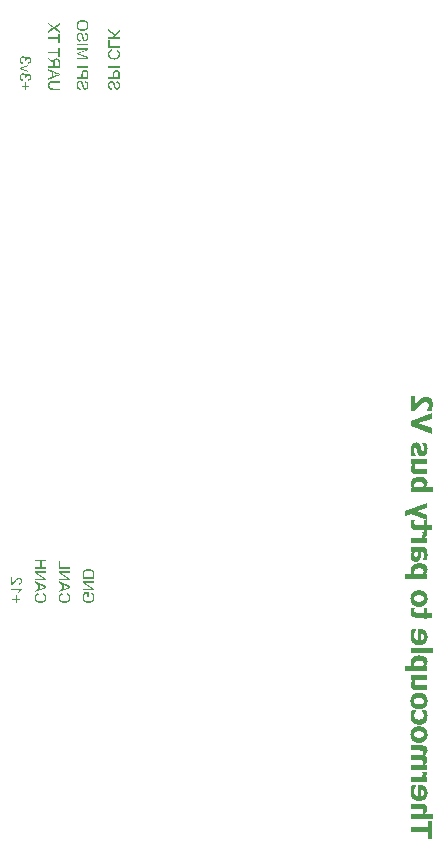
<source format=gbr>
%TF.GenerationSoftware,Altium Limited,Altium Designer,20.1.12 (249)*%
G04 Layer_Color=32896*
%FSLAX26Y26*%
%MOIN*%
%TF.SameCoordinates,D7814EA1-E16B-4454-910B-2193EC0156EE*%
%TF.FilePolarity,Positive*%
%TF.FileFunction,Legend,Bot*%
%TF.Part,Single*%
G01*
G75*
G36*
X1993087Y1600865D02*
X1993702Y1601665D01*
X1994379Y1602587D01*
X1995178Y1603571D01*
X1995916Y1604494D01*
X1996654Y1605416D01*
X1997207Y1606092D01*
X1997454Y1606400D01*
X1997638Y1606584D01*
X1997699Y1606707D01*
X1997761Y1606769D01*
X1999053Y1608306D01*
X2000344Y1609783D01*
X2001636Y1611197D01*
X2002804Y1612488D01*
X2003788Y1613534D01*
X2004218Y1614026D01*
X2004588Y1614395D01*
X2004895Y1614703D01*
X2005141Y1614948D01*
X2005264Y1615072D01*
X2005325Y1615133D01*
X2006617Y1616363D01*
X2007909Y1617532D01*
X2009077Y1618577D01*
X2010307Y1619561D01*
X2011414Y1620484D01*
X2012459Y1621283D01*
X2013505Y1622021D01*
X2014428Y1622636D01*
X2015289Y1623189D01*
X2016026Y1623681D01*
X2016703Y1624051D01*
X2017256Y1624419D01*
X2017687Y1624666D01*
X2018056Y1624850D01*
X2018241Y1624911D01*
X2018302Y1624973D01*
X2019409Y1625526D01*
X2020578Y1625957D01*
X2021685Y1626388D01*
X2022792Y1626695D01*
X2024882Y1627248D01*
X2025805Y1627433D01*
X2026727Y1627618D01*
X2027589Y1627741D01*
X2028326Y1627802D01*
X2029003Y1627925D01*
X2029556D01*
X2030049Y1627986D01*
X2030356D01*
X2030602D01*
X2030664D01*
X2032508Y1627925D01*
X2034292Y1627679D01*
X2035891Y1627371D01*
X2037428Y1626941D01*
X2038843Y1626449D01*
X2040196Y1625896D01*
X2041364Y1625342D01*
X2042410Y1624727D01*
X2043394Y1624112D01*
X2044194Y1623497D01*
X2044931Y1622944D01*
X2045485Y1622451D01*
X2045916Y1622021D01*
X2046284Y1621714D01*
X2046469Y1621467D01*
X2046531Y1621406D01*
X2047514Y1620114D01*
X2048376Y1618700D01*
X2049175Y1617224D01*
X2049790Y1615687D01*
X2050343Y1614088D01*
X2050836Y1612488D01*
X2051204Y1610889D01*
X2051512Y1609352D01*
X2051697Y1607938D01*
X2051881Y1606584D01*
X2052004Y1605354D01*
X2052127Y1604309D01*
Y1603448D01*
X2052189Y1602772D01*
Y1602218D01*
X2052127Y1600004D01*
X2051943Y1597790D01*
X2051697Y1595699D01*
X2051573Y1594715D01*
X2051450Y1593854D01*
X2051266Y1592993D01*
X2051143Y1592194D01*
X2051020Y1591517D01*
X2050897Y1590964D01*
X2050774Y1590472D01*
X2050713Y1590164D01*
X2050651Y1589918D01*
Y1589857D01*
X2050405Y1588688D01*
X2050097Y1587642D01*
X2049852Y1586597D01*
X2049544Y1585675D01*
X2049298Y1584875D01*
X2049052Y1584075D01*
X2048867Y1583399D01*
X2048622Y1582784D01*
X2048437Y1582230D01*
X2048253Y1581800D01*
X2048068Y1581370D01*
X2047945Y1581062D01*
X2047822Y1580816D01*
X2047761Y1580631D01*
X2047699Y1580570D01*
Y1580508D01*
X2032201D01*
Y1581861D01*
X2032447Y1582230D01*
X2032693Y1582661D01*
X2033246Y1583460D01*
X2033493Y1583830D01*
X2033677Y1584137D01*
X2033800Y1584383D01*
X2033861Y1584445D01*
X2034292Y1585121D01*
X2034723Y1585797D01*
X2035091Y1586535D01*
X2035460Y1587212D01*
X2035707Y1587765D01*
X2035953Y1588196D01*
X2036075Y1588504D01*
X2036137Y1588627D01*
X2036875Y1590410D01*
X2037182Y1591271D01*
X2037428Y1592009D01*
X2037675Y1592624D01*
X2037797Y1593054D01*
X2037920Y1593362D01*
Y1593485D01*
X2038167Y1594408D01*
X2038290Y1595330D01*
X2038412Y1596191D01*
X2038535Y1596991D01*
Y1597667D01*
X2038597Y1598220D01*
Y1599635D01*
X2038474Y1600496D01*
X2038167Y1602157D01*
X2037736Y1603571D01*
X2037490Y1604186D01*
X2037244Y1604739D01*
X2036998Y1605232D01*
X2036752Y1605662D01*
X2036506Y1606031D01*
X2036322Y1606339D01*
X2036137Y1606584D01*
X2036014Y1606769D01*
X2035953Y1606831D01*
X2035891Y1606892D01*
X2035399Y1607446D01*
X2034784Y1607876D01*
X2034230Y1608306D01*
X2033616Y1608614D01*
X2032324Y1609168D01*
X2031094Y1609536D01*
X2029987Y1609721D01*
X2029495Y1609844D01*
X2029064D01*
X2028757Y1609906D01*
X2028511D01*
X2028326D01*
X2028265D01*
X2026666Y1609783D01*
X2025067Y1609536D01*
X2023652Y1609168D01*
X2022361Y1608737D01*
X2021807Y1608491D01*
X2021254Y1608245D01*
X2020823Y1608061D01*
X2020455Y1607876D01*
X2020147Y1607753D01*
X2019901Y1607630D01*
X2019778Y1607507D01*
X2019716D01*
X2018917Y1607015D01*
X2018118Y1606523D01*
X2016457Y1605354D01*
X2014858Y1604124D01*
X2013321Y1602895D01*
X2012644Y1602280D01*
X2012029Y1601787D01*
X2011476Y1601295D01*
X2010984Y1600865D01*
X2010614Y1600496D01*
X2010307Y1600250D01*
X2010122Y1600065D01*
X2010061Y1600004D01*
X2008462Y1598466D01*
X2006925Y1596806D01*
X2005448Y1595268D01*
X2004095Y1593793D01*
X2003480Y1593178D01*
X2002927Y1592562D01*
X2002435Y1592009D01*
X2002005Y1591579D01*
X2001636Y1591148D01*
X2001389Y1590902D01*
X2001266Y1590717D01*
X2001205Y1590656D01*
X1999421Y1588627D01*
X1997699Y1586597D01*
X1995977Y1584629D01*
X1994502Y1582784D01*
X1993764Y1581923D01*
X1993149Y1581185D01*
X1992595Y1580508D01*
X1992165Y1579893D01*
X1991734Y1579463D01*
X1991488Y1579094D01*
X1991303Y1578848D01*
X1991242Y1578786D01*
X1979680D01*
Y1631123D01*
X1993087D01*
Y1600865D01*
D02*
G37*
G36*
X2050836Y1554248D02*
X2002558Y1538750D01*
X2050836Y1523313D01*
Y1504802D01*
X1979680Y1529217D01*
Y1547852D01*
X2050836Y1572329D01*
Y1554248D01*
D02*
G37*
G36*
X1997576Y1475220D02*
X1998622Y1475159D01*
X1999544Y1475036D01*
X2000467Y1474790D01*
X2001328Y1474605D01*
X2002128Y1474360D01*
X2002804Y1474052D01*
X2003480Y1473806D01*
X2004034Y1473498D01*
X2004588Y1473253D01*
X2005018Y1472945D01*
X2005325Y1472761D01*
X2005633Y1472576D01*
X2005818Y1472391D01*
X2005940Y1472330D01*
X2006002Y1472268D01*
X2006678Y1471715D01*
X2007293Y1471039D01*
X2008400Y1469686D01*
X2009323Y1468209D01*
X2010122Y1466795D01*
X2010676Y1465504D01*
X2010922Y1464950D01*
X2011107Y1464458D01*
X2011291Y1464089D01*
X2011414Y1463782D01*
X2011476Y1463597D01*
Y1463535D01*
X2012029Y1461629D01*
X2012275Y1460707D01*
X2012459Y1459845D01*
X2012644Y1459169D01*
X2012767Y1458616D01*
X2012829Y1458246D01*
Y1458123D01*
X2013013Y1457139D01*
X2013197Y1456217D01*
X2013382Y1455356D01*
X2013566Y1454618D01*
X2013689Y1454003D01*
X2013812Y1453572D01*
X2013874Y1453326D01*
Y1453204D01*
X2014059Y1452466D01*
X2014243Y1451789D01*
X2014428Y1451174D01*
X2014612Y1450620D01*
X2014981Y1449698D01*
X2015289Y1448960D01*
X2015534Y1448468D01*
X2015719Y1448099D01*
X2015842Y1447915D01*
X2015903Y1447853D01*
X2016334Y1447422D01*
X2016826Y1447115D01*
X2017256Y1446930D01*
X2017748Y1446807D01*
X2018179Y1446685D01*
X2018486Y1446623D01*
X2018733D01*
X2018794D01*
X2019532Y1446746D01*
X2020147Y1446992D01*
X2020700Y1447422D01*
X2021193Y1447853D01*
X2021562Y1448284D01*
X2021807Y1448714D01*
X2021992Y1448960D01*
X2022053Y1449083D01*
X2022484Y1450067D01*
X2022792Y1451112D01*
X2023037Y1452158D01*
X2023160Y1453081D01*
X2023284Y1453941D01*
X2023345Y1454618D01*
Y1456217D01*
X2023222Y1457201D01*
X2023160Y1458123D01*
X2023037Y1458923D01*
X2022915Y1459538D01*
X2022792Y1460091D01*
X2022730Y1460399D01*
X2022668Y1460522D01*
X2022422Y1461506D01*
X2022177Y1462367D01*
X2021930Y1463167D01*
X2021685Y1463905D01*
X2021438Y1464458D01*
X2021315Y1464889D01*
X2021193Y1465134D01*
X2021131Y1465257D01*
X2020455Y1466549D01*
X2020085Y1467164D01*
X2019778Y1467717D01*
X2019532Y1468148D01*
X2019286Y1468517D01*
X2019163Y1468763D01*
X2019101Y1468824D01*
X2018733Y1469501D01*
X2018363Y1470054D01*
X2018056Y1470546D01*
X2017810Y1470916D01*
X2017626Y1471223D01*
X2017503Y1471408D01*
X2017380Y1471531D01*
Y1472945D01*
X2030909D01*
X2031463Y1471653D01*
X2032016Y1470301D01*
X2032447Y1469009D01*
X2032878Y1467717D01*
X2033185Y1466611D01*
X2033308Y1466180D01*
X2033431Y1465749D01*
X2033493Y1465380D01*
X2033554Y1465134D01*
X2033616Y1465012D01*
Y1464950D01*
X2033985Y1463167D01*
X2034292Y1461322D01*
X2034476Y1459600D01*
X2034661Y1458001D01*
Y1457263D01*
X2034723Y1456586D01*
Y1456033D01*
X2034784Y1455541D01*
Y1454556D01*
X2034723Y1452404D01*
X2034538Y1450436D01*
X2034292Y1448591D01*
X2034169Y1447792D01*
X2034046Y1447053D01*
X2033923Y1446315D01*
X2033800Y1445700D01*
X2033677Y1445208D01*
X2033554Y1444778D01*
X2033431Y1444409D01*
X2033370Y1444163D01*
X2033308Y1443978D01*
Y1443917D01*
X2032755Y1442256D01*
X2032078Y1440719D01*
X2031463Y1439366D01*
X2030848Y1438259D01*
X2030294Y1437275D01*
X2030049Y1436906D01*
X2029864Y1436599D01*
X2029679Y1436352D01*
X2029556Y1436168D01*
X2029434Y1436107D01*
Y1436045D01*
X2028511Y1434938D01*
X2027527Y1433954D01*
X2026543Y1433093D01*
X2025682Y1432417D01*
X2024944Y1431863D01*
X2024329Y1431494D01*
X2024083Y1431371D01*
X2023899Y1431248D01*
X2023837Y1431187D01*
X2023775D01*
X2022607Y1430633D01*
X2021377Y1430264D01*
X2020270Y1429957D01*
X2019225Y1429772D01*
X2018363Y1429649D01*
X2017687Y1429588D01*
X2017441D01*
X2017256D01*
X2017133D01*
X2017072D01*
X2015903Y1429649D01*
X2014858Y1429710D01*
X2013812Y1429895D01*
X2012829Y1430080D01*
X2011967Y1430325D01*
X2011107Y1430572D01*
X2010369Y1430879D01*
X2009630Y1431187D01*
X2009015Y1431432D01*
X2008462Y1431740D01*
X2008032Y1431986D01*
X2007601Y1432232D01*
X2007355Y1432417D01*
X2007109Y1432601D01*
X2006986Y1432662D01*
X2006925Y1432724D01*
X2006248Y1433339D01*
X2005572Y1434077D01*
X2004403Y1435553D01*
X2003419Y1437152D01*
X2002620Y1438689D01*
X2002312Y1439366D01*
X2002005Y1440043D01*
X2001758Y1440658D01*
X2001574Y1441149D01*
X2001389Y1441580D01*
X2001266Y1441949D01*
X2001205Y1442133D01*
Y1442195D01*
X2000959Y1443056D01*
X2000713Y1443917D01*
X2000467Y1444778D01*
X2000283Y1445578D01*
X2000159Y1446254D01*
X2000036Y1446807D01*
X1999914Y1447177D01*
Y1447300D01*
X1999729Y1448345D01*
X1999544Y1449329D01*
X1999360Y1450129D01*
X1999176Y1450867D01*
X1999053Y1451420D01*
X1998929Y1451789D01*
X1998868Y1452097D01*
Y1452158D01*
X1998561Y1453388D01*
X1998191Y1454434D01*
X1997884Y1455233D01*
X1997638Y1455909D01*
X1997392Y1456401D01*
X1997207Y1456709D01*
X1997084Y1456893D01*
X1997023Y1456955D01*
X1996654Y1457386D01*
X1996224Y1457693D01*
X1995732Y1457939D01*
X1995301Y1458062D01*
X1994870Y1458185D01*
X1994563Y1458246D01*
X1994317D01*
X1994255D01*
X1993825D01*
X1993395Y1458123D01*
X1992718Y1457816D01*
X1992103Y1457386D01*
X1991611Y1456893D01*
X1991242Y1456401D01*
X1990935Y1455971D01*
X1990812Y1455664D01*
X1990750Y1455602D01*
Y1455541D01*
X1990381Y1454495D01*
X1990135Y1453449D01*
X1989950Y1452342D01*
X1989828Y1451420D01*
X1989766Y1450559D01*
X1989705Y1449882D01*
Y1449267D01*
X1989766Y1448037D01*
X1989828Y1446869D01*
X1989950Y1445762D01*
X1990073Y1444840D01*
X1990197Y1444040D01*
X1990320Y1443425D01*
X1990381Y1443241D01*
X1990443Y1443056D01*
Y1442933D01*
X1990750Y1441888D01*
X1991057Y1440842D01*
X1991427Y1439981D01*
X1991672Y1439181D01*
X1991980Y1438566D01*
X1992165Y1438074D01*
X1992287Y1437767D01*
X1992349Y1437644D01*
X1992780Y1436660D01*
X1993210Y1435861D01*
X1993640Y1435122D01*
X1994009Y1434507D01*
X1994255Y1434015D01*
X1994502Y1433708D01*
X1994624Y1433462D01*
X1994686Y1433400D01*
X1995486Y1432355D01*
X1995793Y1431863D01*
X1996101Y1431494D01*
X1996347Y1431125D01*
X1996531Y1430879D01*
X1996654Y1430756D01*
X1996716Y1430695D01*
Y1429341D01*
X1982509D01*
X1981894Y1430695D01*
X1981341Y1432109D01*
X1980849Y1433585D01*
X1980418Y1434938D01*
X1980049Y1436168D01*
X1979926Y1436660D01*
X1979803Y1437152D01*
X1979680Y1437521D01*
X1979619Y1437767D01*
X1979557Y1437951D01*
Y1438013D01*
X1979127Y1440043D01*
X1978819Y1442011D01*
X1978573Y1443855D01*
X1978512Y1444778D01*
X1978450Y1445578D01*
X1978389Y1446377D01*
X1978327Y1447053D01*
Y1447668D01*
X1978265Y1448222D01*
Y1449206D01*
X1978327Y1451543D01*
X1978450Y1453696D01*
X1978573Y1454679D01*
X1978696Y1455602D01*
X1978819Y1456463D01*
X1978942Y1457201D01*
X1979065Y1457939D01*
X1979188Y1458554D01*
X1979311Y1459046D01*
X1979434Y1459538D01*
X1979495Y1459845D01*
X1979557Y1460153D01*
X1979619Y1460276D01*
Y1460338D01*
X1980172Y1462060D01*
X1980787Y1463597D01*
X1981464Y1464950D01*
X1982079Y1466180D01*
X1982694Y1467102D01*
X1982939Y1467533D01*
X1983124Y1467841D01*
X1983309Y1468086D01*
X1983431Y1468271D01*
X1983554Y1468394D01*
Y1468456D01*
X1984477Y1469624D01*
X1985461Y1470608D01*
X1986383Y1471469D01*
X1987306Y1472207D01*
X1988105Y1472761D01*
X1988720Y1473191D01*
X1988966Y1473314D01*
X1989151Y1473437D01*
X1989213Y1473498D01*
X1989274D01*
X1990565Y1474113D01*
X1991857Y1474544D01*
X1993025Y1474851D01*
X1994132Y1475036D01*
X1995117Y1475220D01*
X1995486D01*
X1995793Y1475282D01*
X1996101D01*
X1996285D01*
X1996408D01*
X1996469D01*
X1997576Y1475220D01*
D02*
G37*
G36*
X2033308Y1403389D02*
X1995301D01*
X1994747Y1402589D01*
X1994255Y1401790D01*
X1993887Y1401052D01*
X1993517Y1400375D01*
X1993272Y1399760D01*
X1993087Y1399330D01*
X1992964Y1399022D01*
X1992902Y1398899D01*
X1992657Y1398038D01*
X1992472Y1397238D01*
X1992287Y1396501D01*
X1992226Y1395886D01*
X1992165Y1395393D01*
X1992103Y1395024D01*
Y1394717D01*
X1992165Y1393671D01*
X1992226Y1392811D01*
X1992349Y1392011D01*
X1992534Y1391396D01*
X1992657Y1390904D01*
X1992780Y1390535D01*
X1992841Y1390289D01*
X1992902Y1390227D01*
X1993272Y1389674D01*
X1993702Y1389182D01*
X1994071Y1388813D01*
X1994502Y1388444D01*
X1994870Y1388198D01*
X1995178Y1388014D01*
X1995424Y1387952D01*
X1995486Y1387890D01*
X1996162Y1387645D01*
X1996961Y1387399D01*
X1997699Y1387214D01*
X1998376Y1387091D01*
X1998991Y1386968D01*
X1999483Y1386907D01*
X1999791Y1386845D01*
X1999914D01*
X2000959Y1386784D01*
X2002066Y1386722D01*
X2003235D01*
X2004280Y1386660D01*
X2005264D01*
X2005633D01*
X2006002D01*
X2006310D01*
X2006494D01*
X2006617D01*
X2006678D01*
X2033308D01*
Y1369871D01*
X1998376D01*
X1996531Y1369932D01*
X1994809Y1370055D01*
X1993210Y1370302D01*
X1991734Y1370547D01*
X1990381Y1370917D01*
X1989090Y1371285D01*
X1987983Y1371655D01*
X1986998Y1372085D01*
X1986076Y1372515D01*
X1985338Y1372884D01*
X1984661Y1373254D01*
X1984108Y1373622D01*
X1983739Y1373869D01*
X1983431Y1374114D01*
X1983247Y1374237D01*
X1983186Y1374299D01*
X1982324Y1375160D01*
X1981525Y1376144D01*
X1980849Y1377128D01*
X1980295Y1378112D01*
X1979803Y1379158D01*
X1979434Y1380203D01*
X1979065Y1381248D01*
X1978819Y1382171D01*
X1978634Y1383093D01*
X1978450Y1383955D01*
X1978389Y1384754D01*
X1978265Y1385430D01*
Y1385984D01*
X1978204Y1386353D01*
Y1386722D01*
X1978265Y1388567D01*
X1978512Y1390227D01*
X1978819Y1391704D01*
X1979127Y1392934D01*
X1979311Y1393487D01*
X1979495Y1393979D01*
X1979619Y1394409D01*
X1979742Y1394778D01*
X1979864Y1395024D01*
X1979987Y1395209D01*
X1980049Y1395332D01*
Y1395393D01*
X1980849Y1396808D01*
X1981709Y1398161D01*
X1982632Y1399514D01*
X1983554Y1400744D01*
X1984354Y1401790D01*
X1984661Y1402282D01*
X1984969Y1402650D01*
X1985215Y1402958D01*
X1985399Y1403204D01*
X1985523Y1403327D01*
X1985584Y1403389D01*
X1979680D01*
Y1420117D01*
X2033308D01*
Y1403389D01*
D02*
G37*
G36*
X2009569Y1361015D02*
X2011783Y1360831D01*
X2013874Y1360584D01*
X2015842Y1360277D01*
X2017626Y1359908D01*
X2019286Y1359477D01*
X2020823Y1358986D01*
X2022177Y1358555D01*
X2023407Y1358063D01*
X2024452Y1357571D01*
X2025374Y1357140D01*
X2026112Y1356772D01*
X2026727Y1356464D01*
X2027158Y1356218D01*
X2027404Y1356034D01*
X2027466Y1355972D01*
X2028757Y1354988D01*
X2029864Y1353881D01*
X2030848Y1352774D01*
X2031709Y1351544D01*
X2032386Y1350376D01*
X2033001Y1349146D01*
X2033493Y1347977D01*
X2033861Y1346809D01*
X2034169Y1345763D01*
X2034415Y1344779D01*
X2034538Y1343857D01*
X2034661Y1343057D01*
X2034723Y1342442D01*
X2034784Y1341950D01*
Y1341520D01*
X2034723Y1339675D01*
X2034476Y1338014D01*
X2034169Y1336476D01*
X2033800Y1335185D01*
X2033616Y1334631D01*
X2033431Y1334139D01*
X2033246Y1333709D01*
X2033123Y1333340D01*
X2033001Y1333033D01*
X2032878Y1332848D01*
X2032816Y1332725D01*
Y1332664D01*
X2032016Y1331249D01*
X2031217Y1329896D01*
X2030356Y1328666D01*
X2029556Y1327497D01*
X2028819Y1326575D01*
X2028511Y1326206D01*
X2028265Y1325837D01*
X2028019Y1325591D01*
X2027834Y1325407D01*
X2027773Y1325284D01*
X2027711Y1325222D01*
X2054034D01*
Y1308494D01*
X1979680D01*
Y1324484D01*
X1982324Y1325222D01*
X1981648Y1326452D01*
X1981094Y1327620D01*
X1980602Y1328666D01*
X1980234Y1329589D01*
X1979926Y1330388D01*
X1979742Y1331003D01*
X1979680Y1331188D01*
X1979619Y1331372D01*
X1979557Y1331434D01*
Y1331495D01*
X1979249Y1332664D01*
X1979004Y1333832D01*
X1978880Y1335001D01*
X1978757Y1336108D01*
X1978696Y1337030D01*
X1978634Y1337399D01*
Y1338445D01*
X1978696Y1340228D01*
X1979004Y1341889D01*
X1979372Y1343487D01*
X1979864Y1345025D01*
X1980479Y1346439D01*
X1981156Y1347731D01*
X1981832Y1348961D01*
X1982571Y1350130D01*
X1983309Y1351113D01*
X1984046Y1351975D01*
X1984661Y1352774D01*
X1985276Y1353389D01*
X1985768Y1353881D01*
X1986199Y1354250D01*
X1986445Y1354496D01*
X1986506Y1354557D01*
X1988044Y1355726D01*
X1989643Y1356710D01*
X1991365Y1357571D01*
X1993087Y1358309D01*
X1994809Y1358986D01*
X1996531Y1359477D01*
X1998191Y1359908D01*
X1999852Y1360277D01*
X2001328Y1360523D01*
X2002743Y1360707D01*
X2004034Y1360892D01*
X2005080Y1360954D01*
X2006002Y1361015D01*
X2006371Y1361076D01*
X2006678D01*
X2006925D01*
X2007109D01*
X2007170D01*
X2007232D01*
X2009569Y1361015D01*
D02*
G37*
G36*
X2033308Y1256342D02*
X1999668Y1245825D01*
X2033308Y1234571D01*
Y1216982D01*
X1980849Y1236662D01*
X1960000Y1228544D01*
Y1246440D01*
X2033308Y1273562D01*
Y1256342D01*
D02*
G37*
G36*
Y1200562D02*
X2048622D01*
Y1183833D01*
X2033308D01*
Y1177438D01*
X2021623D01*
Y1183833D01*
X1996531D01*
X1994809Y1183895D01*
X1993210Y1184018D01*
X1991734Y1184264D01*
X1990381Y1184572D01*
X1989151Y1184879D01*
X1987983Y1185310D01*
X1986998Y1185740D01*
X1986076Y1186170D01*
X1985338Y1186601D01*
X1984661Y1186970D01*
X1984108Y1187400D01*
X1983616Y1187708D01*
X1983247Y1188015D01*
X1983001Y1188262D01*
X1982878Y1188384D01*
X1982816Y1188446D01*
X1982079Y1189369D01*
X1981464Y1190414D01*
X1980910Y1191582D01*
X1980418Y1192751D01*
X1979987Y1193981D01*
X1979680Y1195211D01*
X1979188Y1197671D01*
X1979004Y1198778D01*
X1978880Y1199885D01*
X1978757Y1200807D01*
X1978696Y1201668D01*
X1978634Y1202345D01*
Y1204928D01*
X1978696Y1206404D01*
X1978757Y1207696D01*
X1978880Y1208741D01*
X1978942Y1209664D01*
Y1209971D01*
X1979004Y1210278D01*
Y1210524D01*
X1979065Y1210709D01*
Y1210832D01*
X1979249Y1211939D01*
X1979434Y1213046D01*
X1979557Y1214030D01*
X1979742Y1214891D01*
X1979864Y1215629D01*
X1979987Y1216182D01*
X1980111Y1216552D01*
Y1216675D01*
X1991918D01*
Y1215198D01*
X1991734Y1214830D01*
X1991550Y1214338D01*
X1991242Y1213353D01*
X1991057Y1212861D01*
X1990996Y1212493D01*
X1990873Y1212246D01*
Y1212123D01*
X1990688Y1211386D01*
X1990565Y1210709D01*
X1990443Y1210094D01*
X1990381Y1209602D01*
Y1209233D01*
X1990320Y1208926D01*
Y1208679D01*
X1990381Y1207511D01*
X1990443Y1206527D01*
X1990627Y1205666D01*
X1990812Y1204989D01*
X1990935Y1204436D01*
X1991119Y1204005D01*
X1991180Y1203759D01*
X1991242Y1203698D01*
X1991611Y1203145D01*
X1992103Y1202652D01*
X1992534Y1202222D01*
X1992964Y1201915D01*
X1993333Y1201668D01*
X1993640Y1201484D01*
X1993825Y1201422D01*
X1993887Y1201361D01*
X1994563Y1201115D01*
X1995239Y1200930D01*
X1995854Y1200807D01*
X1996469Y1200685D01*
X1996961Y1200623D01*
X1997331Y1200562D01*
X1997638D01*
X1997699D01*
X1998499D01*
X1999360D01*
X2000159D01*
X2000959D01*
X2001636D01*
X2002128D01*
X2002496D01*
X2002620D01*
X2021623D01*
Y1216675D01*
X2033308D01*
Y1200562D01*
D02*
G37*
G36*
X2033370Y1175777D02*
X2033431Y1175224D01*
X2033493Y1174977D01*
Y1174609D01*
X2033554Y1173932D01*
Y1172764D01*
X2033493Y1171964D01*
X2033431Y1171165D01*
X2033308Y1170365D01*
X2033185Y1169688D01*
X2033001Y1169073D01*
X2032878Y1168643D01*
X2032816Y1168335D01*
X2032755Y1168213D01*
X2032447Y1167351D01*
X2032139Y1166552D01*
X2031832Y1165814D01*
X2031524Y1165199D01*
X2031217Y1164707D01*
X2031033Y1164276D01*
X2030909Y1164031D01*
X2030848Y1163969D01*
X2030049Y1162678D01*
X2029618Y1162062D01*
X2029188Y1161509D01*
X2028819Y1161017D01*
X2028511Y1160648D01*
X2028326Y1160402D01*
X2028265Y1160279D01*
X2027711Y1159541D01*
X2027158Y1158926D01*
X2026727Y1158372D01*
X2026359Y1157942D01*
X2026051Y1157573D01*
X2025805Y1157327D01*
X2025682Y1157204D01*
X2025620Y1157142D01*
X2033308D01*
Y1140415D01*
X1979680D01*
Y1157142D01*
X2015658D01*
X2016396Y1159172D01*
X2016703Y1160094D01*
X2016949Y1160956D01*
X2017133Y1161694D01*
X2017318Y1162247D01*
X2017380Y1162616D01*
X2017441Y1162678D01*
Y1162739D01*
X2017687Y1163784D01*
X2017933Y1164830D01*
X2018056Y1165753D01*
X2018118Y1166613D01*
X2018179Y1167290D01*
X2018241Y1167843D01*
Y1169812D01*
X2018179Y1170488D01*
Y1171042D01*
X2018118Y1171534D01*
Y1171902D01*
X2018056Y1172149D01*
Y1172210D01*
X2017995Y1172887D01*
X2017933Y1173440D01*
X2017810Y1173932D01*
X2017748Y1174301D01*
X2017687Y1174609D01*
X2017626Y1174854D01*
X2017564Y1174977D01*
Y1176454D01*
X2033308D01*
X2033370Y1175777D01*
D02*
G37*
G36*
X2017871Y1127992D02*
X2019470Y1127807D01*
X2020947Y1127499D01*
X2022361Y1127069D01*
X2023591Y1126577D01*
X2024759Y1126024D01*
X2025805Y1125470D01*
X2026727Y1124917D01*
X2027589Y1124302D01*
X2028265Y1123748D01*
X2028880Y1123195D01*
X2029372Y1122703D01*
X2029741Y1122333D01*
X2030049Y1121965D01*
X2030171Y1121780D01*
X2030233Y1121718D01*
X2031033Y1120427D01*
X2031771Y1119013D01*
X2032386Y1117536D01*
X2032878Y1115876D01*
X2033370Y1114216D01*
X2033738Y1112555D01*
X2034046Y1110895D01*
X2034292Y1109234D01*
X2034476Y1107697D01*
X2034600Y1106282D01*
X2034723Y1104929D01*
X2034784Y1103822D01*
X2034845Y1102838D01*
Y1101546D01*
X2034784Y1099456D01*
X2034723Y1097426D01*
X2034538Y1095520D01*
X2034476Y1094659D01*
X2034353Y1093859D01*
X2034292Y1093060D01*
X2034169Y1092383D01*
X2034108Y1091830D01*
X2034046Y1091338D01*
X2033985Y1090907D01*
X2033923Y1090600D01*
X2033861Y1090415D01*
Y1090353D01*
X2033677Y1089370D01*
X2033493Y1088447D01*
X2033370Y1087586D01*
X2033185Y1086786D01*
X2033001Y1086049D01*
X2032878Y1085372D01*
X2032755Y1084819D01*
X2032631Y1084265D01*
X2032508Y1083834D01*
X2032447Y1083404D01*
X2032324Y1083097D01*
X2032263Y1082851D01*
X2032201Y1082482D01*
X2032139Y1082359D01*
X2019225D01*
Y1083773D01*
X2019840Y1085188D01*
X2020332Y1086541D01*
X2020823Y1087832D01*
X2021193Y1089001D01*
X2021500Y1090046D01*
X2021623Y1090415D01*
X2021746Y1090784D01*
X2021807Y1091091D01*
X2021869Y1091276D01*
X2021930Y1091399D01*
Y1091460D01*
X2022300Y1092937D01*
X2022545Y1094228D01*
X2022792Y1095397D01*
X2022915Y1096442D01*
X2022976Y1097242D01*
X2023037Y1097918D01*
Y1099579D01*
X2022976Y1100747D01*
X2022853Y1101793D01*
X2022792Y1102715D01*
X2022668Y1103638D01*
X2022484Y1104437D01*
X2022361Y1105175D01*
X2022177Y1105790D01*
X2021992Y1106405D01*
X2021869Y1106897D01*
X2021746Y1107266D01*
X2021562Y1107635D01*
X2021500Y1107881D01*
X2021377Y1108127D01*
X2021315Y1108188D01*
Y1108250D01*
X2020947Y1108803D01*
X2020578Y1109357D01*
X2020085Y1109787D01*
X2019655Y1110157D01*
X2018610Y1110710D01*
X2017626Y1111079D01*
X2016641Y1111325D01*
X2016273Y1111387D01*
X2015903Y1111448D01*
X2015596Y1111509D01*
X2015350D01*
X2015227D01*
X2015166D01*
X2014919D01*
X2014735Y1108865D01*
X2014489Y1106343D01*
X2014366Y1105113D01*
X2014304Y1104006D01*
X2014181Y1102961D01*
X2014059Y1101977D01*
X2013936Y1101116D01*
X2013874Y1100316D01*
X2013812Y1099640D01*
X2013689Y1099025D01*
X2013628Y1098533D01*
Y1098226D01*
X2013566Y1097979D01*
Y1097918D01*
X2013197Y1095642D01*
X2012706Y1093613D01*
X2012459Y1092629D01*
X2012214Y1091768D01*
X2011967Y1090907D01*
X2011722Y1090169D01*
X2011476Y1089493D01*
X2011229Y1088878D01*
X2011045Y1088324D01*
X2010861Y1087893D01*
X2010676Y1087586D01*
X2010614Y1087278D01*
X2010492Y1087156D01*
Y1087094D01*
X2009630Y1085495D01*
X2008647Y1084142D01*
X2007724Y1082974D01*
X2006740Y1081989D01*
X2005940Y1081190D01*
X2005264Y1080637D01*
X2005018Y1080452D01*
X2004833Y1080329D01*
X2004710Y1080206D01*
X2004649D01*
X2003173Y1079407D01*
X2001636Y1078853D01*
X2000036Y1078422D01*
X1998499Y1078177D01*
X1997761Y1078053D01*
X1997146Y1077992D01*
X1996531Y1077930D01*
X1996039D01*
X1995609Y1077869D01*
X1995301D01*
X1995117D01*
X1995055D01*
X1993702Y1077930D01*
X1992472Y1078053D01*
X1991242Y1078300D01*
X1990135Y1078607D01*
X1989028Y1078976D01*
X1988044Y1079345D01*
X1987121Y1079775D01*
X1986322Y1080206D01*
X1985584Y1080637D01*
X1984908Y1081067D01*
X1984354Y1081436D01*
X1983862Y1081805D01*
X1983493Y1082112D01*
X1983247Y1082359D01*
X1983062Y1082482D01*
X1983001Y1082543D01*
X1982140Y1083466D01*
X1981464Y1084388D01*
X1980787Y1085372D01*
X1980295Y1086418D01*
X1979803Y1087401D01*
X1979434Y1088386D01*
X1979127Y1089308D01*
X1978880Y1090230D01*
X1978634Y1091091D01*
X1978512Y1091891D01*
X1978389Y1092568D01*
X1978327Y1093182D01*
Y1093675D01*
X1978265Y1094043D01*
Y1095704D01*
X1978389Y1096872D01*
X1978450Y1097918D01*
X1978573Y1098717D01*
X1978696Y1099394D01*
X1978757Y1099886D01*
X1978880Y1100132D01*
Y1100255D01*
X1979372Y1101854D01*
X1979619Y1102592D01*
X1979864Y1103268D01*
X1980111Y1103822D01*
X1980295Y1104314D01*
X1980418Y1104560D01*
X1980479Y1104683D01*
X1980910Y1105483D01*
X1981279Y1106220D01*
X1981709Y1106835D01*
X1982017Y1107328D01*
X1982324Y1107758D01*
X1982571Y1108065D01*
X1982694Y1108250D01*
X1982755Y1108312D01*
X1983678Y1109418D01*
X1984108Y1109910D01*
X1984477Y1110402D01*
X1984846Y1110833D01*
X1985092Y1111140D01*
X1985276Y1111387D01*
X1985338Y1111448D01*
X1979680D01*
Y1128053D01*
X2016149D01*
X2017871Y1127992D01*
D02*
G37*
G36*
X2009569Y1072826D02*
X2011783Y1072641D01*
X2013812Y1072396D01*
X2015719Y1072088D01*
X2017564Y1071719D01*
X2019163Y1071227D01*
X2020700Y1070796D01*
X2022053Y1070304D01*
X2023284Y1069812D01*
X2024329Y1069382D01*
X2025252Y1068951D01*
X2025989Y1068521D01*
X2026604Y1068214D01*
X2026974Y1067967D01*
X2027281Y1067783D01*
X2027342Y1067722D01*
X2028634Y1066737D01*
X2029803Y1065630D01*
X2030786Y1064524D01*
X2031648Y1063293D01*
X2032386Y1062125D01*
X2032939Y1060957D01*
X2033431Y1059726D01*
X2033861Y1058620D01*
X2034169Y1057513D01*
X2034415Y1056528D01*
X2034538Y1055668D01*
X2034661Y1054868D01*
X2034723Y1054253D01*
X2034784Y1053761D01*
Y1053331D01*
X2034723Y1051486D01*
X2034476Y1049825D01*
X2034169Y1048287D01*
X2033800Y1046996D01*
X2033616Y1046443D01*
X2033431Y1045950D01*
X2033246Y1045520D01*
X2033123Y1045151D01*
X2033001Y1044843D01*
X2032878Y1044659D01*
X2032816Y1044536D01*
Y1044475D01*
X2032016Y1043060D01*
X2031217Y1041707D01*
X2030356Y1040477D01*
X2029556Y1039309D01*
X2028819Y1038386D01*
X2028511Y1038017D01*
X2028265Y1037648D01*
X2028019Y1037402D01*
X2027834Y1037217D01*
X2027773Y1037094D01*
X2027711Y1037033D01*
X2033308D01*
Y1020305D01*
X1960000D01*
Y1037033D01*
X1982324D01*
X1981648Y1038263D01*
X1981094Y1039431D01*
X1980602Y1040477D01*
X1980234Y1041399D01*
X1979926Y1042199D01*
X1979742Y1042814D01*
X1979680Y1042998D01*
X1979619Y1043183D01*
X1979557Y1043245D01*
Y1043306D01*
X1979249Y1044475D01*
X1979004Y1045643D01*
X1978880Y1046812D01*
X1978757Y1047918D01*
X1978696Y1048841D01*
X1978634Y1049210D01*
Y1050255D01*
X1978696Y1052039D01*
X1979004Y1053699D01*
X1979372Y1055299D01*
X1979864Y1056836D01*
X1980479Y1058251D01*
X1981156Y1059542D01*
X1981832Y1060772D01*
X1982571Y1061940D01*
X1983309Y1062925D01*
X1984046Y1063785D01*
X1984661Y1064585D01*
X1985276Y1065200D01*
X1985768Y1065692D01*
X1986199Y1066061D01*
X1986445Y1066307D01*
X1986506Y1066369D01*
X1988044Y1067537D01*
X1989643Y1068521D01*
X1991365Y1069382D01*
X1993087Y1070120D01*
X1994809Y1070796D01*
X1996531Y1071289D01*
X1998191Y1071719D01*
X1999852Y1072088D01*
X2001328Y1072334D01*
X2002743Y1072518D01*
X2004034Y1072703D01*
X2005080Y1072764D01*
X2006002Y1072826D01*
X2006371Y1072888D01*
X2006678D01*
X2006925D01*
X2007109D01*
X2007170D01*
X2007232D01*
X2009569Y1072826D01*
D02*
G37*
G36*
X2008831Y982729D02*
X2011168Y982482D01*
X2013321Y982114D01*
X2015289Y981621D01*
X2017195Y981068D01*
X2018917Y980453D01*
X2020455Y979838D01*
X2021869Y979162D01*
X2023160Y978423D01*
X2024206Y977808D01*
X2025190Y977193D01*
X2025928Y976640D01*
X2026543Y976148D01*
X2026974Y975779D01*
X2027281Y975533D01*
X2027342Y975471D01*
X2028696Y974057D01*
X2029864Y972519D01*
X2030909Y970920D01*
X2031771Y969198D01*
X2032508Y967538D01*
X2033123Y965816D01*
X2033616Y964155D01*
X2034046Y962557D01*
X2034353Y961019D01*
X2034538Y959605D01*
X2034723Y958313D01*
X2034845Y957206D01*
X2034907Y956345D01*
X2034968Y955976D01*
Y955053D01*
X2034907Y952655D01*
X2034661Y950380D01*
X2034292Y948288D01*
X2033800Y946321D01*
X2033185Y944476D01*
X2032570Y942815D01*
X2031893Y941278D01*
X2031156Y939863D01*
X2030418Y938633D01*
X2029741Y937587D01*
X2029126Y936665D01*
X2028511Y935927D01*
X2028019Y935312D01*
X2027650Y934943D01*
X2027404Y934635D01*
X2027342Y934574D01*
X2025867Y933283D01*
X2024267Y932176D01*
X2022607Y931192D01*
X2020885Y930392D01*
X2019163Y929654D01*
X2017380Y929101D01*
X2015719Y928609D01*
X2014059Y928240D01*
X2012521Y927932D01*
X2011045Y927686D01*
X2009754Y927563D01*
X2008647Y927440D01*
X2007724Y927379D01*
X2007355Y927317D01*
X2007047D01*
X2006740D01*
X2006555D01*
X2006494D01*
X2006432D01*
X2004034Y927379D01*
X2001758Y927625D01*
X1999606Y927994D01*
X1997576Y928424D01*
X1995732Y928977D01*
X1994009Y929592D01*
X1992472Y930269D01*
X1991057Y930946D01*
X1989766Y931622D01*
X1988720Y932298D01*
X1987736Y932913D01*
X1986998Y933467D01*
X1986383Y933898D01*
X1985953Y934266D01*
X1985646Y934513D01*
X1985584Y934574D01*
X1984231Y935989D01*
X1983062Y937587D01*
X1982079Y939187D01*
X1981217Y940847D01*
X1980479Y942569D01*
X1979864Y944291D01*
X1979372Y945952D01*
X1978942Y947551D01*
X1978634Y949088D01*
X1978450Y950503D01*
X1978265Y951794D01*
X1978142Y952901D01*
X1978081Y953762D01*
Y954192D01*
X1978020Y954500D01*
Y955053D01*
X1978081Y957452D01*
X1978327Y959727D01*
X1978696Y961880D01*
X1979188Y963848D01*
X1979803Y965693D01*
X1980418Y967354D01*
X1981094Y968891D01*
X1981832Y970244D01*
X1982509Y971474D01*
X1983186Y972519D01*
X1983862Y973442D01*
X1984416Y974180D01*
X1984908Y974795D01*
X1985276Y975226D01*
X1985523Y975471D01*
X1985584Y975533D01*
X1987060Y976824D01*
X1988659Y977932D01*
X1990320Y978915D01*
X1992042Y979715D01*
X1993825Y980453D01*
X1995547Y981006D01*
X1997207Y981499D01*
X1998868Y981867D01*
X2000406Y982175D01*
X2001820Y982421D01*
X2003111Y982544D01*
X2004280Y982667D01*
X2005141Y982729D01*
X2005510Y982790D01*
X2005879D01*
X2006125D01*
X2006310D01*
X2006371D01*
X2006432D01*
X2008831Y982729D01*
D02*
G37*
G36*
X2033308Y908313D02*
X2048622D01*
Y891586D01*
X2033308D01*
Y885189D01*
X2021623D01*
Y891586D01*
X1996531D01*
X1994809Y891647D01*
X1993210Y891770D01*
X1991734Y892016D01*
X1990381Y892323D01*
X1989151Y892631D01*
X1987983Y893062D01*
X1986998Y893492D01*
X1986076Y893923D01*
X1985338Y894353D01*
X1984661Y894722D01*
X1984108Y895153D01*
X1983616Y895460D01*
X1983247Y895768D01*
X1983001Y896014D01*
X1982878Y896136D01*
X1982816Y896198D01*
X1982079Y897120D01*
X1981464Y898166D01*
X1980910Y899335D01*
X1980418Y900503D01*
X1979987Y901733D01*
X1979680Y902963D01*
X1979188Y905423D01*
X1979004Y906530D01*
X1978880Y907637D01*
X1978757Y908559D01*
X1978696Y909420D01*
X1978634Y910097D01*
Y912680D01*
X1978696Y914156D01*
X1978757Y915447D01*
X1978880Y916493D01*
X1978942Y917415D01*
Y917723D01*
X1979004Y918030D01*
Y918277D01*
X1979065Y918461D01*
Y918584D01*
X1979249Y919691D01*
X1979434Y920798D01*
X1979557Y921782D01*
X1979742Y922643D01*
X1979864Y923381D01*
X1979987Y923934D01*
X1980111Y924303D01*
Y924427D01*
X1991918D01*
Y922951D01*
X1991734Y922582D01*
X1991550Y922090D01*
X1991242Y921106D01*
X1991057Y920614D01*
X1990996Y920245D01*
X1990873Y919999D01*
Y919875D01*
X1990688Y919138D01*
X1990565Y918461D01*
X1990443Y917846D01*
X1990381Y917354D01*
Y916985D01*
X1990320Y916678D01*
Y916432D01*
X1990381Y915263D01*
X1990443Y914279D01*
X1990627Y913418D01*
X1990812Y912741D01*
X1990935Y912188D01*
X1991119Y911758D01*
X1991180Y911511D01*
X1991242Y911450D01*
X1991611Y910896D01*
X1992103Y910404D01*
X1992534Y909974D01*
X1992964Y909667D01*
X1993333Y909420D01*
X1993640Y909236D01*
X1993825Y909174D01*
X1993887Y909113D01*
X1994563Y908867D01*
X1995239Y908683D01*
X1995854Y908559D01*
X1996469Y908437D01*
X1996961Y908375D01*
X1997331Y908313D01*
X1997638D01*
X1997699D01*
X1998499D01*
X1999360D01*
X2000159D01*
X2000959D01*
X2001636D01*
X2002128D01*
X2002496D01*
X2002620D01*
X2021623D01*
Y924427D01*
X2033308D01*
Y908313D01*
D02*
G37*
G36*
X2011537Y853271D02*
X2013628Y853087D01*
X2015658Y852779D01*
X2017503Y852348D01*
X2019163Y851856D01*
X2020762Y851365D01*
X2022177Y850811D01*
X2023468Y850196D01*
X2024575Y849643D01*
X2025559Y849028D01*
X2026420Y848535D01*
X2027097Y848043D01*
X2027650Y847613D01*
X2028019Y847306D01*
X2028265Y847121D01*
X2028326Y847059D01*
X2029495Y845830D01*
X2030541Y844476D01*
X2031401Y843062D01*
X2032139Y841524D01*
X2032816Y839987D01*
X2033370Y838449D01*
X2033800Y836973D01*
X2034169Y835497D01*
X2034415Y834083D01*
X2034600Y832792D01*
X2034784Y831562D01*
X2034845Y830577D01*
X2034907Y829716D01*
X2034968Y829101D01*
Y828548D01*
X2034907Y826088D01*
X2034661Y823751D01*
X2034230Y821537D01*
X2033738Y819508D01*
X2033123Y817601D01*
X2032508Y815879D01*
X2031771Y814280D01*
X2031033Y812865D01*
X2030294Y811635D01*
X2029618Y810529D01*
X2028941Y809544D01*
X2028326Y808807D01*
X2027834Y808192D01*
X2027466Y807761D01*
X2027158Y807453D01*
X2027097Y807392D01*
X2025559Y806101D01*
X2023960Y804932D01*
X2022238Y803886D01*
X2020516Y803087D01*
X2018794Y802349D01*
X2017072Y801734D01*
X2015350Y801242D01*
X2013689Y800812D01*
X2012152Y800504D01*
X2010737Y800258D01*
X2009446Y800135D01*
X2008339Y800012D01*
X2007478Y799951D01*
X2007047Y799889D01*
X2006740D01*
X2006494D01*
X2006310D01*
X2006248D01*
X2006187D01*
X2003726Y800012D01*
X2001451Y800258D01*
X1999299Y800627D01*
X1997269Y801181D01*
X1995424Y801734D01*
X1993702Y802410D01*
X1992165Y803149D01*
X1990750Y803948D01*
X1989520Y804686D01*
X1988475Y805424D01*
X1987552Y806101D01*
X1986814Y806716D01*
X1986199Y807207D01*
X1985830Y807577D01*
X1985523Y807884D01*
X1985461Y807946D01*
X1984169Y809544D01*
X1983062Y811266D01*
X1982140Y813111D01*
X1981279Y815018D01*
X1980602Y816924D01*
X1980049Y818893D01*
X1979557Y820799D01*
X1979188Y822644D01*
X1978880Y824428D01*
X1978634Y826027D01*
X1978512Y827503D01*
X1978389Y828732D01*
X1978327Y829286D01*
Y829778D01*
X1978265Y830208D01*
Y832730D01*
X1978327Y834083D01*
X1978389Y835313D01*
X1978512Y836297D01*
X1978573Y837158D01*
X1978634Y837773D01*
Y837957D01*
X1978696Y838142D01*
Y838265D01*
X1978880Y839311D01*
X1979065Y840356D01*
X1979188Y841340D01*
X1979372Y842201D01*
X1979495Y842878D01*
X1979619Y843431D01*
X1979742Y843800D01*
Y843923D01*
X1979987Y844968D01*
X1980295Y845891D01*
X1980541Y846691D01*
X1980726Y847367D01*
X1980910Y847859D01*
X1981033Y848228D01*
X1981156Y848474D01*
Y848535D01*
X1981709Y849889D01*
X1981956Y850504D01*
X1982201Y851119D01*
X1982386Y851611D01*
X1982571Y851980D01*
X1982632Y852287D01*
X1982694Y852348D01*
X1996531D01*
Y850565D01*
X1996224Y850135D01*
X1995854Y849643D01*
X1995239Y848720D01*
X1994994Y848289D01*
X1994809Y847982D01*
X1994686Y847736D01*
X1994624Y847674D01*
X1993887Y846383D01*
X1993517Y845707D01*
X1993272Y845153D01*
X1993025Y844661D01*
X1992841Y844292D01*
X1992718Y844046D01*
X1992657Y843923D01*
X1991980Y842139D01*
X1991672Y841279D01*
X1991427Y840479D01*
X1991242Y839803D01*
X1991119Y839249D01*
X1990996Y838880D01*
Y838757D01*
X1990627Y836666D01*
X1990504Y835682D01*
X1990443Y834821D01*
Y834083D01*
X1990381Y833468D01*
Y831746D01*
X1990504Y830577D01*
X1990565Y829532D01*
X1990688Y828548D01*
X1990812Y827810D01*
X1990873Y827195D01*
X1990996Y826826D01*
Y826703D01*
X1991242Y825658D01*
X1991611Y824735D01*
X1991918Y823874D01*
X1992287Y823136D01*
X1992595Y822582D01*
X1992841Y822091D01*
X1993025Y821845D01*
X1993087Y821721D01*
X1993702Y820922D01*
X1994317Y820245D01*
X1994994Y819630D01*
X1995609Y819139D01*
X1996162Y818708D01*
X1996592Y818400D01*
X1996900Y818216D01*
X1997023Y818154D01*
X1998007Y817724D01*
X1999053Y817355D01*
X2000098Y817048D01*
X2001082Y816863D01*
X2002005Y816740D01*
X2002681Y816678D01*
X2002927Y816617D01*
X2003111D01*
X2003235D01*
X2003296D01*
Y853332D01*
X2009262D01*
X2011537Y853271D01*
D02*
G37*
G36*
X2054034Y774305D02*
X1979680D01*
Y791033D01*
X2054034D01*
Y774305D01*
D02*
G37*
G36*
X2009569Y765264D02*
X2011783Y765080D01*
X2013812Y764834D01*
X2015719Y764527D01*
X2017564Y764158D01*
X2019163Y763665D01*
X2020700Y763235D01*
X2022053Y762743D01*
X2023284Y762251D01*
X2024329Y761821D01*
X2025252Y761390D01*
X2025989Y760960D01*
X2026604Y760652D01*
X2026974Y760406D01*
X2027281Y760221D01*
X2027342Y760160D01*
X2028634Y759176D01*
X2029803Y758069D01*
X2030786Y756962D01*
X2031648Y755732D01*
X2032386Y754563D01*
X2032939Y753395D01*
X2033431Y752165D01*
X2033861Y751058D01*
X2034169Y749951D01*
X2034415Y748967D01*
X2034538Y748106D01*
X2034661Y747307D01*
X2034723Y746692D01*
X2034784Y746199D01*
Y745769D01*
X2034723Y743924D01*
X2034476Y742264D01*
X2034169Y740726D01*
X2033800Y739434D01*
X2033616Y738881D01*
X2033431Y738389D01*
X2033246Y737958D01*
X2033123Y737590D01*
X2033001Y737282D01*
X2032878Y737097D01*
X2032816Y736975D01*
Y736913D01*
X2032016Y735499D01*
X2031217Y734145D01*
X2030356Y732915D01*
X2029556Y731747D01*
X2028819Y730824D01*
X2028511Y730456D01*
X2028265Y730087D01*
X2028019Y729841D01*
X2027834Y729656D01*
X2027773Y729533D01*
X2027711Y729471D01*
X2033308D01*
Y712744D01*
X1960000D01*
Y729471D01*
X1982324D01*
X1981648Y730702D01*
X1981094Y731870D01*
X1980602Y732915D01*
X1980234Y733838D01*
X1979926Y734638D01*
X1979742Y735253D01*
X1979680Y735437D01*
X1979619Y735621D01*
X1979557Y735683D01*
Y735745D01*
X1979249Y736913D01*
X1979004Y738082D01*
X1978880Y739250D01*
X1978757Y740357D01*
X1978696Y741279D01*
X1978634Y741649D01*
Y742694D01*
X1978696Y744477D01*
X1979004Y746138D01*
X1979372Y747737D01*
X1979864Y749274D01*
X1980479Y750689D01*
X1981156Y751981D01*
X1981832Y753211D01*
X1982571Y754379D01*
X1983309Y755363D01*
X1984046Y756224D01*
X1984661Y757024D01*
X1985276Y757639D01*
X1985768Y758130D01*
X1986199Y758500D01*
X1986445Y758745D01*
X1986506Y758807D01*
X1988044Y759976D01*
X1989643Y760960D01*
X1991365Y761821D01*
X1993087Y762558D01*
X1994809Y763235D01*
X1996531Y763727D01*
X1998191Y764158D01*
X1999852Y764527D01*
X2001328Y764773D01*
X2002743Y764957D01*
X2004034Y765141D01*
X2005080Y765203D01*
X2006002Y765264D01*
X2006371Y765326D01*
X2006678D01*
X2006925D01*
X2007109D01*
X2007170D01*
X2007232D01*
X2009569Y765264D01*
D02*
G37*
G36*
X2033308Y683223D02*
X1995301D01*
X1994747Y682424D01*
X1994255Y681625D01*
X1993887Y680886D01*
X1993517Y680210D01*
X1993272Y679595D01*
X1993087Y679164D01*
X1992964Y678857D01*
X1992902Y678734D01*
X1992657Y677873D01*
X1992472Y677073D01*
X1992287Y676336D01*
X1992226Y675721D01*
X1992165Y675229D01*
X1992103Y674860D01*
Y674552D01*
X1992165Y673506D01*
X1992226Y672645D01*
X1992349Y671846D01*
X1992534Y671231D01*
X1992657Y670739D01*
X1992780Y670370D01*
X1992841Y670124D01*
X1992902Y670062D01*
X1993272Y669509D01*
X1993702Y669017D01*
X1994071Y668648D01*
X1994502Y668279D01*
X1994870Y668033D01*
X1995178Y667848D01*
X1995424Y667787D01*
X1995486Y667726D01*
X1996162Y667480D01*
X1996961Y667234D01*
X1997699Y667049D01*
X1998376Y666926D01*
X1998991Y666803D01*
X1999483Y666741D01*
X1999791Y666680D01*
X1999914D01*
X2000959Y666619D01*
X2002066Y666557D01*
X2003235D01*
X2004280Y666495D01*
X2005264D01*
X2005633D01*
X2006002D01*
X2006310D01*
X2006494D01*
X2006617D01*
X2006678D01*
X2033308D01*
Y649706D01*
X1998376D01*
X1996531Y649768D01*
X1994809Y649890D01*
X1993210Y650136D01*
X1991734Y650383D01*
X1990381Y650751D01*
X1989090Y651120D01*
X1987983Y651490D01*
X1986998Y651920D01*
X1986076Y652351D01*
X1985338Y652720D01*
X1984661Y653088D01*
X1984108Y653457D01*
X1983739Y653703D01*
X1983431Y653949D01*
X1983247Y654072D01*
X1983186Y654134D01*
X1982324Y654995D01*
X1981525Y655979D01*
X1980849Y656963D01*
X1980295Y657947D01*
X1979803Y658992D01*
X1979434Y660038D01*
X1979065Y661083D01*
X1978819Y662006D01*
X1978634Y662928D01*
X1978450Y663789D01*
X1978389Y664589D01*
X1978265Y665265D01*
Y665819D01*
X1978204Y666188D01*
Y666557D01*
X1978265Y668402D01*
X1978512Y670062D01*
X1978819Y671538D01*
X1979127Y672769D01*
X1979311Y673322D01*
X1979495Y673814D01*
X1979619Y674245D01*
X1979742Y674614D01*
X1979864Y674860D01*
X1979987Y675044D01*
X1980049Y675167D01*
Y675229D01*
X1980849Y676643D01*
X1981709Y677996D01*
X1982632Y679349D01*
X1983554Y680579D01*
X1984354Y681625D01*
X1984661Y682116D01*
X1984969Y682486D01*
X1985215Y682793D01*
X1985399Y683039D01*
X1985523Y683162D01*
X1985584Y683223D01*
X1979680D01*
Y699952D01*
X2033308D01*
Y683223D01*
D02*
G37*
G36*
X2008831Y641219D02*
X2011168Y640973D01*
X2013321Y640604D01*
X2015289Y640112D01*
X2017195Y639558D01*
X2018917Y638943D01*
X2020455Y638328D01*
X2021869Y637652D01*
X2023160Y636914D01*
X2024206Y636299D01*
X2025190Y635684D01*
X2025928Y635130D01*
X2026543Y634639D01*
X2026974Y634269D01*
X2027281Y634024D01*
X2027342Y633962D01*
X2028696Y632548D01*
X2029864Y631010D01*
X2030909Y629411D01*
X2031771Y627689D01*
X2032508Y626029D01*
X2033123Y624307D01*
X2033616Y622646D01*
X2034046Y621047D01*
X2034353Y619510D01*
X2034538Y618095D01*
X2034723Y616803D01*
X2034845Y615697D01*
X2034907Y614836D01*
X2034968Y614466D01*
Y613544D01*
X2034907Y611145D01*
X2034661Y608870D01*
X2034292Y606779D01*
X2033800Y604811D01*
X2033185Y602966D01*
X2032570Y601306D01*
X2031893Y599768D01*
X2031156Y598354D01*
X2030418Y597124D01*
X2029741Y596078D01*
X2029126Y595155D01*
X2028511Y594418D01*
X2028019Y593803D01*
X2027650Y593433D01*
X2027404Y593126D01*
X2027342Y593064D01*
X2025867Y591773D01*
X2024267Y590666D01*
X2022607Y589682D01*
X2020885Y588883D01*
X2019163Y588144D01*
X2017380Y587591D01*
X2015719Y587099D01*
X2014059Y586730D01*
X2012521Y586423D01*
X2011045Y586177D01*
X2009754Y586053D01*
X2008647Y585931D01*
X2007724Y585869D01*
X2007355Y585808D01*
X2007047D01*
X2006740D01*
X2006555D01*
X2006494D01*
X2006432D01*
X2004034Y585869D01*
X2001758Y586115D01*
X1999606Y586484D01*
X1997576Y586914D01*
X1995732Y587468D01*
X1994009Y588083D01*
X1992472Y588760D01*
X1991057Y589436D01*
X1989766Y590112D01*
X1988720Y590789D01*
X1987736Y591404D01*
X1986998Y591957D01*
X1986383Y592388D01*
X1985953Y592757D01*
X1985646Y593003D01*
X1985584Y593064D01*
X1984231Y594479D01*
X1983062Y596078D01*
X1982079Y597677D01*
X1981217Y599337D01*
X1980479Y601059D01*
X1979864Y602782D01*
X1979372Y604442D01*
X1978942Y606041D01*
X1978634Y607578D01*
X1978450Y608993D01*
X1978265Y610284D01*
X1978142Y611391D01*
X1978081Y612253D01*
Y612683D01*
X1978020Y612990D01*
Y613544D01*
X1978081Y615942D01*
X1978327Y618218D01*
X1978696Y620370D01*
X1979188Y622338D01*
X1979803Y624183D01*
X1980418Y625844D01*
X1981094Y627381D01*
X1981832Y628735D01*
X1982509Y629965D01*
X1983186Y631010D01*
X1983862Y631933D01*
X1984416Y632670D01*
X1984908Y633285D01*
X1985276Y633716D01*
X1985523Y633962D01*
X1985584Y634024D01*
X1987060Y635315D01*
X1988659Y636422D01*
X1990320Y637406D01*
X1992042Y638206D01*
X1993825Y638943D01*
X1995547Y639497D01*
X1997207Y639989D01*
X1998868Y640358D01*
X2000406Y640665D01*
X2001820Y640912D01*
X2003111Y641034D01*
X2004280Y641158D01*
X2005141Y641219D01*
X2005510Y641280D01*
X2005879D01*
X2006125D01*
X2006310D01*
X2006371D01*
X2006432D01*
X2008831Y641219D01*
D02*
G37*
G36*
X2031278Y580149D02*
X2031955Y578489D01*
X2032508Y576952D01*
X2032939Y575598D01*
X2033123Y575045D01*
X2033308Y574491D01*
X2033431Y574000D01*
X2033554Y573569D01*
X2033616Y573261D01*
X2033677Y573015D01*
X2033738Y572893D01*
Y572831D01*
X2034108Y571170D01*
X2034353Y569572D01*
X2034538Y568096D01*
X2034661Y566742D01*
X2034723Y566128D01*
Y565635D01*
X2034784Y565144D01*
Y563975D01*
X2034723Y561822D01*
X2034538Y559731D01*
X2034292Y557825D01*
X2034108Y556903D01*
X2033985Y556103D01*
X2033861Y555365D01*
X2033677Y554688D01*
X2033554Y554073D01*
X2033431Y553582D01*
X2033308Y553212D01*
X2033246Y552905D01*
X2033185Y552721D01*
Y552659D01*
X2032508Y550691D01*
X2031709Y548908D01*
X2030909Y547308D01*
X2030479Y546571D01*
X2030110Y545894D01*
X2029741Y545279D01*
X2029372Y544787D01*
X2029064Y544295D01*
X2028757Y543926D01*
X2028511Y543619D01*
X2028326Y543372D01*
X2028265Y543250D01*
X2028204Y543188D01*
X2026851Y541712D01*
X2025374Y540420D01*
X2023899Y539313D01*
X2022484Y538330D01*
X2021869Y537961D01*
X2021254Y537591D01*
X2020700Y537284D01*
X2020270Y537038D01*
X2019901Y536854D01*
X2019593Y536731D01*
X2019409Y536607D01*
X2019348D01*
X2017256Y535808D01*
X2015043Y535193D01*
X2012829Y534824D01*
X2011783Y534639D01*
X2010799Y534516D01*
X2009815Y534394D01*
X2008954Y534332D01*
X2008216Y534270D01*
X2007540D01*
X2006986Y534209D01*
X2006617D01*
X2006310D01*
X2006248D01*
X2003665Y534332D01*
X2002435Y534394D01*
X2001328Y534578D01*
X2000221Y534701D01*
X1999176Y534885D01*
X1998253Y535131D01*
X1997392Y535316D01*
X1996592Y535500D01*
X1995854Y535746D01*
X1995301Y535931D01*
X1994747Y536054D01*
X1994379Y536239D01*
X1994071Y536300D01*
X1993887Y536423D01*
X1993825D01*
X1991918Y537346D01*
X1990258Y538391D01*
X1988720Y539437D01*
X1988105Y539928D01*
X1987491Y540420D01*
X1986937Y540851D01*
X1986445Y541343D01*
X1986076Y541712D01*
X1985707Y542019D01*
X1985461Y542327D01*
X1985276Y542511D01*
X1985153Y542635D01*
X1985092Y542696D01*
X1983862Y544295D01*
X1982816Y545894D01*
X1981894Y547493D01*
X1981217Y548969D01*
X1980910Y549645D01*
X1980664Y550260D01*
X1980418Y550814D01*
X1980234Y551306D01*
X1980111Y551675D01*
X1979987Y551982D01*
X1979926Y552167D01*
Y552229D01*
X1979372Y554319D01*
X1978942Y556472D01*
X1978696Y558501D01*
X1978573Y559486D01*
X1978450Y560408D01*
X1978389Y561269D01*
X1978327Y562007D01*
Y562683D01*
X1978265Y563298D01*
Y565635D01*
X1978327Y566742D01*
X1978389Y567726D01*
X1978450Y568526D01*
X1978512Y569141D01*
X1978573Y569633D01*
X1978634Y569879D01*
Y570002D01*
X1978942Y571663D01*
X1979127Y572400D01*
X1979311Y573139D01*
X1979434Y573754D01*
X1979557Y574184D01*
X1979680Y574491D01*
Y574615D01*
X1980111Y576029D01*
X1980295Y576706D01*
X1980541Y577259D01*
X1980664Y577751D01*
X1980849Y578120D01*
X1980910Y578366D01*
X1980972Y578428D01*
X1981279Y579104D01*
X1981525Y579780D01*
X1981771Y580334D01*
X1981956Y580826D01*
X1982140Y581256D01*
X1982263Y581564D01*
X1982386Y581749D01*
Y581810D01*
X1996777D01*
Y579658D01*
X1996101Y578981D01*
X1995424Y578304D01*
X1995178Y577997D01*
X1994932Y577751D01*
X1994809Y577628D01*
X1994747Y577567D01*
X1994009Y576644D01*
X1993333Y575660D01*
X1993087Y575291D01*
X1992902Y574984D01*
X1992780Y574737D01*
X1992718Y574676D01*
X1992349Y574000D01*
X1991980Y573323D01*
X1991672Y572646D01*
X1991427Y572032D01*
X1991242Y571478D01*
X1991057Y571048D01*
X1990996Y570740D01*
X1990935Y570617D01*
X1990688Y569694D01*
X1990565Y568772D01*
X1990443Y567788D01*
X1990320Y566927D01*
Y566189D01*
X1990258Y565635D01*
Y565082D01*
X1990320Y563975D01*
X1990443Y562868D01*
X1990627Y561884D01*
X1990873Y560900D01*
X1991180Y560039D01*
X1991488Y559178D01*
X1991857Y558440D01*
X1992226Y557764D01*
X1992595Y557149D01*
X1992964Y556657D01*
X1993272Y556164D01*
X1993579Y555795D01*
X1993825Y555488D01*
X1994009Y555303D01*
X1994132Y555181D01*
X1994194Y555119D01*
X1994994Y554442D01*
X1995854Y553889D01*
X1996777Y553397D01*
X1997761Y552966D01*
X1998745Y552597D01*
X1999791Y552290D01*
X2001697Y551860D01*
X2002620Y551675D01*
X2003480Y551552D01*
X2004280Y551490D01*
X2004957Y551429D01*
X2005510Y551367D01*
X2005879D01*
X2006187D01*
X2006248D01*
X2007662Y551429D01*
X2008954Y551490D01*
X2010184Y551675D01*
X2011352Y551921D01*
X2012398Y552167D01*
X2013382Y552475D01*
X2014304Y552782D01*
X2015104Y553151D01*
X2015842Y553458D01*
X2016457Y553766D01*
X2017011Y554073D01*
X2017503Y554319D01*
X2017810Y554566D01*
X2018118Y554750D01*
X2018241Y554812D01*
X2018302Y554873D01*
X2019101Y555549D01*
X2019778Y556288D01*
X2020393Y557087D01*
X2020885Y557886D01*
X2021315Y558747D01*
X2021685Y559547D01*
X2021992Y560346D01*
X2022238Y561146D01*
X2022422Y561884D01*
X2022545Y562561D01*
X2022668Y563176D01*
X2022730Y563729D01*
X2022792Y564159D01*
Y565820D01*
X2022668Y566742D01*
X2022545Y567665D01*
X2022422Y568403D01*
X2022300Y569018D01*
X2022177Y569510D01*
X2022115Y569756D01*
X2022053Y569879D01*
X2021807Y570740D01*
X2021500Y571478D01*
X2021193Y572154D01*
X2020947Y572769D01*
X2020700Y573323D01*
X2020516Y573692D01*
X2020393Y573938D01*
X2020332Y574000D01*
X2019593Y575230D01*
X2019286Y575721D01*
X2018917Y576213D01*
X2018671Y576582D01*
X2018425Y576890D01*
X2018302Y577074D01*
X2018241Y577136D01*
X2017441Y578182D01*
X2017072Y578612D01*
X2016764Y578981D01*
X2016518Y579227D01*
X2016334Y579473D01*
X2016211Y579596D01*
X2016149Y579658D01*
Y581810D01*
X2030479D01*
X2031278Y580149D01*
D02*
G37*
G36*
X2008831Y529227D02*
X2011168Y528981D01*
X2013321Y528612D01*
X2015289Y528120D01*
X2017195Y527567D01*
X2018917Y526952D01*
X2020455Y526337D01*
X2021869Y525660D01*
X2023160Y524923D01*
X2024206Y524308D01*
X2025190Y523692D01*
X2025928Y523139D01*
X2026543Y522647D01*
X2026974Y522278D01*
X2027281Y522032D01*
X2027342Y521971D01*
X2028696Y520556D01*
X2029864Y519019D01*
X2030909Y517419D01*
X2031771Y515697D01*
X2032508Y514037D01*
X2033123Y512315D01*
X2033616Y510654D01*
X2034046Y509055D01*
X2034353Y507518D01*
X2034538Y506103D01*
X2034723Y504812D01*
X2034845Y503705D01*
X2034907Y502844D01*
X2034968Y502475D01*
Y501553D01*
X2034907Y499154D01*
X2034661Y496878D01*
X2034292Y494788D01*
X2033800Y492820D01*
X2033185Y490974D01*
X2032570Y489314D01*
X2031893Y487776D01*
X2031156Y486362D01*
X2030418Y485132D01*
X2029741Y484087D01*
X2029126Y483164D01*
X2028511Y482426D01*
X2028019Y481811D01*
X2027650Y481442D01*
X2027404Y481135D01*
X2027342Y481073D01*
X2025867Y479781D01*
X2024267Y478675D01*
X2022607Y477690D01*
X2020885Y476891D01*
X2019163Y476153D01*
X2017380Y475599D01*
X2015719Y475108D01*
X2014059Y474738D01*
X2012521Y474431D01*
X2011045Y474185D01*
X2009754Y474062D01*
X2008647Y473939D01*
X2007724Y473877D01*
X2007355Y473816D01*
X2007047D01*
X2006740D01*
X2006555D01*
X2006494D01*
X2006432D01*
X2004034Y473877D01*
X2001758Y474123D01*
X1999606Y474493D01*
X1997576Y474923D01*
X1995732Y475476D01*
X1994009Y476091D01*
X1992472Y476768D01*
X1991057Y477445D01*
X1989766Y478121D01*
X1988720Y478798D01*
X1987736Y479413D01*
X1986998Y479966D01*
X1986383Y480397D01*
X1985953Y480765D01*
X1985646Y481012D01*
X1985584Y481073D01*
X1984231Y482488D01*
X1983062Y484087D01*
X1982079Y485685D01*
X1981217Y487346D01*
X1980479Y489068D01*
X1979864Y490790D01*
X1979372Y492450D01*
X1978942Y494050D01*
X1978634Y495587D01*
X1978450Y497002D01*
X1978265Y498293D01*
X1978142Y499400D01*
X1978081Y500261D01*
Y500692D01*
X1978020Y500999D01*
Y501553D01*
X1978081Y503951D01*
X1978327Y506226D01*
X1978696Y508379D01*
X1979188Y510347D01*
X1979803Y512192D01*
X1980418Y513852D01*
X1981094Y515390D01*
X1981832Y516743D01*
X1982509Y517973D01*
X1983186Y519019D01*
X1983862Y519941D01*
X1984416Y520679D01*
X1984908Y521294D01*
X1985276Y521725D01*
X1985523Y521971D01*
X1985584Y522032D01*
X1987060Y523323D01*
X1988659Y524431D01*
X1990320Y525414D01*
X1992042Y526214D01*
X1993825Y526952D01*
X1995547Y527505D01*
X1997207Y527997D01*
X1998868Y528366D01*
X2000406Y528674D01*
X2001820Y528920D01*
X2003111Y529043D01*
X2004280Y529166D01*
X2005141Y529227D01*
X2005510Y529289D01*
X2005879D01*
X2006125D01*
X2006310D01*
X2006371D01*
X2006432D01*
X2008831Y529227D01*
D02*
G37*
G36*
X2016580Y465267D02*
X2018425Y465144D01*
X2019225Y465083D01*
X2020024Y464960D01*
X2020700Y464837D01*
X2021315Y464776D01*
X2021930Y464652D01*
X2022422Y464529D01*
X2022853Y464406D01*
X2023222Y464345D01*
X2023468Y464284D01*
X2023652Y464222D01*
X2023775Y464161D01*
X2023837D01*
X2025129Y463730D01*
X2026297Y463176D01*
X2027342Y462623D01*
X2028265Y462070D01*
X2029003Y461577D01*
X2029556Y461209D01*
X2029864Y460962D01*
X2029987Y460839D01*
X2030848Y460040D01*
X2031586Y459179D01*
X2032201Y458318D01*
X2032693Y457519D01*
X2033062Y456842D01*
X2033308Y456288D01*
X2033493Y455920D01*
X2033554Y455858D01*
Y455796D01*
X2033985Y454690D01*
X2034292Y453521D01*
X2034476Y452414D01*
X2034661Y451368D01*
X2034723Y450507D01*
X2034784Y449769D01*
Y449154D01*
X2034661Y447494D01*
X2034415Y445957D01*
X2033985Y444481D01*
X2033554Y443189D01*
X2033308Y442574D01*
X2033123Y442082D01*
X2032878Y441590D01*
X2032693Y441221D01*
X2032570Y440913D01*
X2032447Y440668D01*
X2032324Y440545D01*
Y440483D01*
X2031340Y438884D01*
X2030233Y437285D01*
X2029064Y435748D01*
X2027957Y434333D01*
X2027466Y433718D01*
X2026974Y433164D01*
X2026543Y432611D01*
X2026174Y432180D01*
X2025867Y431873D01*
X2025620Y431627D01*
X2025497Y431442D01*
X2025436Y431381D01*
X2027035Y430582D01*
X2028449Y429659D01*
X2029679Y428736D01*
X2030664Y427814D01*
X2031401Y426953D01*
X2031955Y426276D01*
X2032139Y426031D01*
X2032263Y425846D01*
X2032386Y425723D01*
Y425661D01*
X2033185Y424247D01*
X2033800Y422771D01*
X2034230Y421295D01*
X2034476Y420003D01*
X2034661Y418835D01*
X2034723Y418281D01*
Y417851D01*
X2034784Y417543D01*
Y417051D01*
X2034723Y415391D01*
X2034476Y413853D01*
X2034169Y412439D01*
X2033800Y411271D01*
X2033431Y410286D01*
X2033246Y409856D01*
X2033123Y409487D01*
X2033001Y409241D01*
X2032878Y409057D01*
X2032816Y408933D01*
Y408872D01*
X2032016Y407519D01*
X2031156Y406166D01*
X2030233Y404875D01*
X2029372Y403644D01*
X2028572Y402661D01*
X2028204Y402230D01*
X2027896Y401861D01*
X2027711Y401615D01*
X2027527Y401369D01*
X2027404Y401246D01*
X2027342Y401185D01*
X2033308D01*
Y384457D01*
X1979680D01*
Y401185D01*
X2017626D01*
X2018548Y402538D01*
X2018917Y403214D01*
X2019225Y403767D01*
X2019532Y404260D01*
X2019716Y404690D01*
X2019840Y404936D01*
X2019901Y404998D01*
X2020208Y405736D01*
X2020455Y406474D01*
X2020639Y407150D01*
X2020762Y407765D01*
X2020823Y408257D01*
X2020885Y408626D01*
Y408995D01*
X2020823Y409979D01*
X2020762Y410779D01*
X2020639Y411517D01*
X2020516Y412132D01*
X2020332Y412562D01*
X2020208Y412931D01*
X2020147Y413115D01*
X2020085Y413177D01*
X2019778Y413731D01*
X2019348Y414161D01*
X2018917Y414530D01*
X2018548Y414837D01*
X2018179Y415084D01*
X2017871Y415268D01*
X2017626Y415391D01*
X2017564D01*
X2016888Y415637D01*
X2016149Y415822D01*
X2015411Y416006D01*
X2014674Y416129D01*
X2014059Y416190D01*
X2013566Y416252D01*
X2013197Y416313D01*
X2013136D01*
X2013074D01*
X2012029Y416375D01*
X2010922Y416437D01*
X2009815D01*
X2008770Y416498D01*
X2007847D01*
X2007417D01*
X2007109D01*
X2006802D01*
X2006617D01*
X2006494D01*
X2006432D01*
X1979680D01*
Y433288D01*
X2017626D01*
X2018179Y434087D01*
X2018671Y434825D01*
X2019040Y435502D01*
X2019409Y436116D01*
X2019655Y436608D01*
X2019840Y436978D01*
X2019963Y437224D01*
X2020024Y437285D01*
X2020332Y438023D01*
X2020516Y438700D01*
X2020700Y439315D01*
X2020762Y439930D01*
X2020823Y440421D01*
X2020885Y440791D01*
Y441098D01*
X2020823Y442082D01*
X2020762Y442882D01*
X2020639Y443620D01*
X2020516Y444235D01*
X2020332Y444665D01*
X2020208Y445034D01*
X2020147Y445219D01*
X2020085Y445280D01*
X2019778Y445834D01*
X2019348Y446264D01*
X2018917Y446633D01*
X2018548Y446940D01*
X2018179Y447187D01*
X2017871Y447371D01*
X2017626Y447494D01*
X2017564D01*
X2016888Y447740D01*
X2016149Y447925D01*
X2015411Y448109D01*
X2014674Y448232D01*
X2014059Y448293D01*
X2013566Y448355D01*
X2013197D01*
X2013136D01*
X2013074D01*
X2012029Y448416D01*
X2010922Y448478D01*
X2009815D01*
X2008770Y448539D01*
X2007847D01*
X2007417D01*
X2007109D01*
X2006802D01*
X2006617D01*
X2006494D01*
X2006432D01*
X1979680D01*
Y465329D01*
X2014551D01*
X2016580Y465267D01*
D02*
G37*
G36*
X2033370Y377384D02*
X2033431Y376830D01*
X2033493Y376584D01*
Y376216D01*
X2033554Y375539D01*
Y374370D01*
X2033493Y373571D01*
X2033431Y372772D01*
X2033308Y371972D01*
X2033185Y371296D01*
X2033001Y370680D01*
X2032878Y370250D01*
X2032816Y369942D01*
X2032755Y369820D01*
X2032447Y368959D01*
X2032139Y368159D01*
X2031832Y367421D01*
X2031524Y366806D01*
X2031217Y366314D01*
X2031033Y365884D01*
X2030909Y365637D01*
X2030848Y365576D01*
X2030049Y364284D01*
X2029618Y363670D01*
X2029188Y363116D01*
X2028819Y362624D01*
X2028511Y362255D01*
X2028326Y362009D01*
X2028265Y361886D01*
X2027711Y361148D01*
X2027158Y360533D01*
X2026727Y359979D01*
X2026359Y359549D01*
X2026051Y359180D01*
X2025805Y358934D01*
X2025682Y358811D01*
X2025620Y358750D01*
X2033308D01*
Y342022D01*
X1979680D01*
Y358750D01*
X2015658D01*
X2016396Y360779D01*
X2016703Y361702D01*
X2016949Y362562D01*
X2017133Y363300D01*
X2017318Y363854D01*
X2017380Y364223D01*
X2017441Y364284D01*
Y364346D01*
X2017687Y365392D01*
X2017933Y366437D01*
X2018056Y367360D01*
X2018118Y368221D01*
X2018179Y368897D01*
X2018241Y369450D01*
Y371418D01*
X2018179Y372095D01*
Y372649D01*
X2018118Y373140D01*
Y373510D01*
X2018056Y373755D01*
Y373817D01*
X2017995Y374493D01*
X2017933Y375047D01*
X2017810Y375539D01*
X2017748Y375908D01*
X2017687Y376216D01*
X2017626Y376462D01*
X2017564Y376584D01*
Y378060D01*
X2033308D01*
X2033370Y377384D01*
D02*
G37*
G36*
X2011537Y333350D02*
X2013628Y333166D01*
X2015658Y332858D01*
X2017503Y332428D01*
X2019163Y331935D01*
X2020762Y331443D01*
X2022177Y330890D01*
X2023468Y330275D01*
X2024575Y329721D01*
X2025559Y329106D01*
X2026420Y328615D01*
X2027097Y328123D01*
X2027650Y327692D01*
X2028019Y327385D01*
X2028265Y327200D01*
X2028326Y327139D01*
X2029495Y325909D01*
X2030541Y324555D01*
X2031401Y323141D01*
X2032139Y321603D01*
X2032816Y320066D01*
X2033370Y318529D01*
X2033800Y317053D01*
X2034169Y315577D01*
X2034415Y314162D01*
X2034600Y312870D01*
X2034784Y311640D01*
X2034845Y310656D01*
X2034907Y309796D01*
X2034968Y309180D01*
Y308627D01*
X2034907Y306167D01*
X2034661Y303830D01*
X2034230Y301616D01*
X2033738Y299587D01*
X2033123Y297680D01*
X2032508Y295958D01*
X2031771Y294359D01*
X2031033Y292945D01*
X2030294Y291714D01*
X2029618Y290608D01*
X2028941Y289623D01*
X2028326Y288885D01*
X2027834Y288271D01*
X2027466Y287840D01*
X2027158Y287533D01*
X2027097Y287471D01*
X2025559Y286180D01*
X2023960Y285011D01*
X2022238Y283966D01*
X2020516Y283166D01*
X2018794Y282428D01*
X2017072Y281813D01*
X2015350Y281321D01*
X2013689Y280890D01*
X2012152Y280583D01*
X2010737Y280337D01*
X2009446Y280214D01*
X2008339Y280091D01*
X2007478Y280029D01*
X2007047Y279968D01*
X2006740D01*
X2006494D01*
X2006310D01*
X2006248D01*
X2006187D01*
X2003726Y280091D01*
X2001451Y280337D01*
X1999299Y280706D01*
X1997269Y281260D01*
X1995424Y281813D01*
X1993702Y282490D01*
X1992165Y283228D01*
X1990750Y284027D01*
X1989520Y284765D01*
X1988475Y285503D01*
X1987552Y286180D01*
X1986814Y286795D01*
X1986199Y287286D01*
X1985830Y287656D01*
X1985523Y287963D01*
X1985461Y288024D01*
X1984169Y289623D01*
X1983062Y291346D01*
X1982140Y293190D01*
X1981279Y295097D01*
X1980602Y297003D01*
X1980049Y298971D01*
X1979557Y300878D01*
X1979188Y302723D01*
X1978880Y304507D01*
X1978634Y306106D01*
X1978512Y307582D01*
X1978389Y308812D01*
X1978327Y309365D01*
Y309857D01*
X1978265Y310288D01*
Y312809D01*
X1978327Y314162D01*
X1978389Y315392D01*
X1978512Y316376D01*
X1978573Y317237D01*
X1978634Y317852D01*
Y318036D01*
X1978696Y318221D01*
Y318344D01*
X1978880Y319389D01*
X1979065Y320435D01*
X1979188Y321419D01*
X1979372Y322280D01*
X1979495Y322957D01*
X1979619Y323510D01*
X1979742Y323879D01*
Y324002D01*
X1979987Y325048D01*
X1980295Y325970D01*
X1980541Y326769D01*
X1980726Y327446D01*
X1980910Y327938D01*
X1981033Y328307D01*
X1981156Y328553D01*
Y328615D01*
X1981709Y329967D01*
X1981956Y330582D01*
X1982201Y331197D01*
X1982386Y331690D01*
X1982571Y332058D01*
X1982632Y332366D01*
X1982694Y332428D01*
X1996531D01*
Y330644D01*
X1996224Y330214D01*
X1995854Y329721D01*
X1995239Y328799D01*
X1994994Y328368D01*
X1994809Y328061D01*
X1994686Y327815D01*
X1994624Y327753D01*
X1993887Y326462D01*
X1993517Y325786D01*
X1993272Y325232D01*
X1993025Y324740D01*
X1992841Y324371D01*
X1992718Y324125D01*
X1992657Y324002D01*
X1991980Y322219D01*
X1991672Y321358D01*
X1991427Y320558D01*
X1991242Y319882D01*
X1991119Y319328D01*
X1990996Y318959D01*
Y318836D01*
X1990627Y316745D01*
X1990504Y315761D01*
X1990443Y314900D01*
Y314162D01*
X1990381Y313547D01*
Y311825D01*
X1990504Y310656D01*
X1990565Y309611D01*
X1990688Y308627D01*
X1990812Y307889D01*
X1990873Y307274D01*
X1990996Y306905D01*
Y306782D01*
X1991242Y305736D01*
X1991611Y304814D01*
X1991918Y303953D01*
X1992287Y303215D01*
X1992595Y302661D01*
X1992841Y302170D01*
X1993025Y301923D01*
X1993087Y301800D01*
X1993702Y301001D01*
X1994317Y300325D01*
X1994994Y299709D01*
X1995609Y299217D01*
X1996162Y298787D01*
X1996592Y298479D01*
X1996900Y298295D01*
X1997023Y298233D01*
X1998007Y297803D01*
X1999053Y297434D01*
X2000098Y297127D01*
X2001082Y296942D01*
X2002005Y296819D01*
X2002681Y296757D01*
X2002927Y296696D01*
X2003111D01*
X2003235D01*
X2003296D01*
Y333411D01*
X2009262D01*
X2011537Y333350D01*
D02*
G37*
G36*
X2016334Y271481D02*
X2017995Y271358D01*
X2019593Y271112D01*
X2021070Y270866D01*
X2022422Y270558D01*
X2023652Y270190D01*
X2024759Y269759D01*
X2025744Y269390D01*
X2026604Y268959D01*
X2027404Y268529D01*
X2028081Y268160D01*
X2028572Y267853D01*
X2029003Y267606D01*
X2029311Y267361D01*
X2029495Y267238D01*
X2029556Y267176D01*
X2030479Y266315D01*
X2031278Y265392D01*
X2031955Y264409D01*
X2032570Y263363D01*
X2033062Y262317D01*
X2033493Y261272D01*
X2033861Y260288D01*
X2034108Y259243D01*
X2034353Y258320D01*
X2034538Y257459D01*
X2034600Y256659D01*
X2034723Y255983D01*
Y255429D01*
X2034784Y254999D01*
Y254630D01*
X2034723Y252908D01*
X2034476Y251309D01*
X2034169Y249833D01*
X2033800Y248542D01*
X2033616Y247988D01*
X2033431Y247435D01*
X2033246Y247004D01*
X2033123Y246635D01*
X2033001Y246327D01*
X2032878Y246143D01*
X2032816Y246020D01*
Y245958D01*
X2032016Y244482D01*
X2031156Y243068D01*
X2030233Y241776D01*
X2029372Y240547D01*
X2028572Y239501D01*
X2028204Y239071D01*
X2027896Y238702D01*
X2027711Y238456D01*
X2027527Y238209D01*
X2027404Y238087D01*
X2027342Y238025D01*
X2054034D01*
Y221297D01*
X1979680D01*
Y238025D01*
X2017626D01*
X2018241Y238886D01*
X2018733Y239685D01*
X2019163Y240485D01*
X2019532Y241100D01*
X2019778Y241654D01*
X2019963Y242084D01*
X2020024Y242330D01*
X2020085Y242453D01*
X2020332Y243252D01*
X2020578Y243990D01*
X2020700Y244728D01*
X2020762Y245344D01*
X2020823Y245897D01*
X2020885Y246266D01*
Y246635D01*
X2020823Y247619D01*
X2020762Y248480D01*
X2020639Y249218D01*
X2020516Y249833D01*
X2020332Y250263D01*
X2020208Y250632D01*
X2020147Y250879D01*
X2020085Y250940D01*
X2019716Y251555D01*
X2019348Y252047D01*
X2018917Y252477D01*
X2018486Y252846D01*
X2018056Y253093D01*
X2017748Y253277D01*
X2017503Y253400D01*
X2017441Y253462D01*
X2016826Y253708D01*
X2016088Y253953D01*
X2015289Y254077D01*
X2014551Y254261D01*
X2013812Y254322D01*
X2013259Y254384D01*
X2013013Y254446D01*
X2012829D01*
X2012767D01*
X2012706D01*
X2011537Y254569D01*
X2010369Y254630D01*
X2009262Y254691D01*
X2008277D01*
X2007478Y254753D01*
X2006802D01*
X2006555D01*
X2006371D01*
X2006310D01*
X2006248D01*
X1979680D01*
Y271543D01*
X2014551D01*
X2016334Y271481D01*
D02*
G37*
G36*
X2050836Y155000D02*
X2037244D01*
Y176033D01*
X1979680D01*
Y193929D01*
X2037244D01*
Y214963D01*
X2050836D01*
Y155000D01*
D02*
G37*
G36*
X993494Y2836389D02*
X1009062Y2852488D01*
Y2845593D01*
X990030Y2826561D01*
X1009062D01*
Y2821475D01*
X970655D01*
Y2826561D01*
X983978D01*
X990030Y2832832D01*
X970655Y2846498D01*
Y2853206D01*
X993494Y2836389D01*
D02*
G37*
G36*
X975179Y2796734D02*
X1009062D01*
Y2791648D01*
X970655D01*
Y2815641D01*
X975179D01*
Y2796734D01*
D02*
G37*
G36*
X984102Y2780510D02*
X983229Y2780291D01*
X982386Y2780042D01*
X981606Y2779761D01*
X980920Y2779449D01*
X980234Y2779106D01*
X979641Y2778762D01*
X979110Y2778419D01*
X978611Y2778107D01*
X978174Y2777795D01*
X977800Y2777483D01*
X977488Y2777202D01*
X977238Y2776953D01*
X977020Y2776766D01*
X976895Y2776610D01*
X976802Y2776516D01*
X976770Y2776485D01*
X976334Y2775923D01*
X975959Y2775330D01*
X975647Y2774738D01*
X975366Y2774114D01*
X975117Y2773521D01*
X974930Y2772928D01*
X974774Y2772335D01*
X974649Y2771774D01*
X974555Y2771274D01*
X974462Y2770775D01*
X974399Y2770370D01*
X974368Y2769995D01*
Y2769683D01*
X974337Y2769465D01*
Y2769278D01*
X974368Y2768622D01*
X974399Y2767998D01*
X974493Y2767374D01*
X974618Y2766782D01*
X974742Y2766220D01*
X974898Y2765690D01*
X975054Y2765190D01*
X975242Y2764722D01*
X975398Y2764286D01*
X975554Y2763911D01*
X975710Y2763568D01*
X975834Y2763287D01*
X975959Y2763069D01*
X976053Y2762882D01*
X976084Y2762788D01*
X976115Y2762757D01*
X976490Y2762226D01*
X976864Y2761696D01*
X977301Y2761228D01*
X977738Y2760791D01*
X978174Y2760417D01*
X978642Y2760042D01*
X979079Y2759699D01*
X979516Y2759418D01*
X979953Y2759169D01*
X980327Y2758950D01*
X980670Y2758763D01*
X980982Y2758607D01*
X981232Y2758482D01*
X981419Y2758389D01*
X981544Y2758358D01*
X981575Y2758326D01*
X982293Y2758077D01*
X983010Y2757858D01*
X984477Y2757515D01*
X985912Y2757266D01*
X986598Y2757172D01*
X987254Y2757110D01*
X987846Y2757047D01*
X988408Y2756985D01*
X988907Y2756954D01*
X989344D01*
X989687Y2756922D01*
X989937D01*
X990093D01*
X990155D01*
X991559Y2756985D01*
X992901Y2757110D01*
X993525Y2757203D01*
X994149Y2757297D01*
X994710Y2757390D01*
X995241Y2757515D01*
X995740Y2757640D01*
X996177Y2757734D01*
X996582Y2757827D01*
X996894Y2757921D01*
X997175Y2758014D01*
X997362Y2758046D01*
X997487Y2758108D01*
X997518D01*
X998174Y2758358D01*
X998798Y2758638D01*
X999390Y2758950D01*
X999921Y2759262D01*
X1000420Y2759606D01*
X1000888Y2759980D01*
X1001325Y2760323D01*
X1001730Y2760666D01*
X1002074Y2760978D01*
X1002354Y2761290D01*
X1002635Y2761571D01*
X1002854Y2761821D01*
X1003010Y2762008D01*
X1003134Y2762164D01*
X1003197Y2762258D01*
X1003228Y2762289D01*
X1003602Y2762850D01*
X1003914Y2763443D01*
X1004226Y2764067D01*
X1004445Y2764691D01*
X1004663Y2765315D01*
X1004819Y2765939D01*
X1004975Y2766532D01*
X1005100Y2767094D01*
X1005162Y2767624D01*
X1005225Y2768123D01*
X1005287Y2768560D01*
X1005318Y2768934D01*
X1005350Y2769246D01*
Y2769683D01*
X1005318Y2770401D01*
X1005256Y2771056D01*
X1005162Y2771711D01*
X1005038Y2772304D01*
X1004913Y2772866D01*
X1004726Y2773396D01*
X1004570Y2773864D01*
X1004382Y2774301D01*
X1004195Y2774706D01*
X1004039Y2775050D01*
X1003852Y2775330D01*
X1003727Y2775580D01*
X1003602Y2775798D01*
X1003509Y2775923D01*
X1003446Y2776017D01*
X1003415Y2776048D01*
X1003041Y2776516D01*
X1002604Y2776953D01*
X1002136Y2777358D01*
X1001668Y2777733D01*
X1000670Y2778419D01*
X999671Y2778950D01*
X999203Y2779199D01*
X998766Y2779386D01*
X998361Y2779574D01*
X998018Y2779698D01*
X997737Y2779823D01*
X997518Y2779886D01*
X997394Y2779948D01*
X997331D01*
X998486Y2784940D01*
X999453Y2784628D01*
X1000389Y2784254D01*
X1001231Y2783848D01*
X1002042Y2783411D01*
X1002760Y2782974D01*
X1003446Y2782506D01*
X1004070Y2782070D01*
X1004632Y2781602D01*
X1005100Y2781165D01*
X1005537Y2780790D01*
X1005911Y2780416D01*
X1006223Y2780104D01*
X1006442Y2779823D01*
X1006629Y2779636D01*
X1006722Y2779480D01*
X1006754Y2779449D01*
X1007284Y2778700D01*
X1007721Y2777920D01*
X1008126Y2777109D01*
X1008438Y2776266D01*
X1008719Y2775455D01*
X1008969Y2774675D01*
X1009156Y2773895D01*
X1009312Y2773146D01*
X1009437Y2772429D01*
X1009530Y2771805D01*
X1009593Y2771243D01*
X1009655Y2770744D01*
Y2770338D01*
X1009686Y2770026D01*
Y2769777D01*
X1009655Y2768841D01*
X1009593Y2767905D01*
X1009468Y2767031D01*
X1009312Y2766189D01*
X1009156Y2765346D01*
X1008938Y2764598D01*
X1008750Y2763880D01*
X1008532Y2763194D01*
X1008314Y2762601D01*
X1008095Y2762070D01*
X1007877Y2761602D01*
X1007721Y2761197D01*
X1007565Y2760885D01*
X1007440Y2760635D01*
X1007378Y2760510D01*
X1007346Y2760448D01*
X1006878Y2759668D01*
X1006379Y2758950D01*
X1005880Y2758295D01*
X1005318Y2757671D01*
X1004757Y2757078D01*
X1004195Y2756548D01*
X1003634Y2756049D01*
X1003103Y2755612D01*
X1002573Y2755238D01*
X1002105Y2754894D01*
X1001668Y2754614D01*
X1001325Y2754395D01*
X1001013Y2754208D01*
X1000763Y2754052D01*
X1000638Y2753990D01*
X1000576Y2753958D01*
X999734Y2753553D01*
X998860Y2753210D01*
X997955Y2752898D01*
X997050Y2752648D01*
X996177Y2752430D01*
X995303Y2752242D01*
X994461Y2752086D01*
X993681Y2751962D01*
X992932Y2751868D01*
X992246Y2751806D01*
X991653Y2751743D01*
X991122Y2751712D01*
X990717D01*
X990405Y2751681D01*
X990280D01*
X990186D01*
X990155D01*
X990124D01*
X989094Y2751712D01*
X988096Y2751774D01*
X987129Y2751868D01*
X986193Y2751993D01*
X985319Y2752149D01*
X984446Y2752336D01*
X983666Y2752492D01*
X982917Y2752710D01*
X982230Y2752898D01*
X981638Y2753054D01*
X981107Y2753241D01*
X980670Y2753397D01*
X980296Y2753522D01*
X980046Y2753615D01*
X979890Y2753678D01*
X979828Y2753709D01*
X978954Y2754114D01*
X978143Y2754551D01*
X977363Y2755019D01*
X976646Y2755487D01*
X975990Y2755986D01*
X975398Y2756454D01*
X974836Y2756954D01*
X974368Y2757422D01*
X973931Y2757858D01*
X973557Y2758264D01*
X973245Y2758638D01*
X972964Y2758982D01*
X972777Y2759231D01*
X972621Y2759450D01*
X972527Y2759574D01*
X972496Y2759606D01*
X972059Y2760354D01*
X971685Y2761166D01*
X971342Y2761977D01*
X971061Y2762819D01*
X970811Y2763662D01*
X970624Y2764504D01*
X970437Y2765315D01*
X970312Y2766095D01*
X970218Y2766844D01*
X970125Y2767530D01*
X970062Y2768123D01*
X970031Y2768654D01*
Y2769090D01*
X970000Y2769402D01*
Y2769683D01*
X970031Y2770775D01*
X970156Y2771836D01*
X970312Y2772834D01*
X970499Y2773802D01*
X970749Y2774675D01*
X971030Y2775518D01*
X971342Y2776298D01*
X971654Y2777015D01*
X971934Y2777639D01*
X972246Y2778201D01*
X972527Y2778669D01*
X972777Y2779074D01*
X972964Y2779386D01*
X973151Y2779636D01*
X973245Y2779761D01*
X973276Y2779823D01*
X973931Y2780572D01*
X974618Y2781258D01*
X975366Y2781882D01*
X976146Y2782475D01*
X976958Y2783006D01*
X977738Y2783474D01*
X978518Y2783910D01*
X979266Y2784254D01*
X979984Y2784597D01*
X980670Y2784878D01*
X981263Y2785096D01*
X981794Y2785283D01*
X982230Y2785408D01*
X982542Y2785533D01*
X982667Y2785564D01*
X982761D01*
X982792Y2785595D01*
X982823D01*
X984102Y2780510D01*
D02*
G37*
G36*
X1009062Y2724162D02*
X970655D01*
Y2729248D01*
X1009062D01*
Y2724162D01*
D02*
G37*
G36*
X998985Y2716768D02*
X999983Y2716643D01*
X1000857Y2716456D01*
X1001262Y2716362D01*
X1001637Y2716238D01*
X1001949Y2716113D01*
X1002261Y2716019D01*
X1002542Y2715926D01*
X1002760Y2715832D01*
X1002916Y2715770D01*
X1003072Y2715707D01*
X1003134Y2715645D01*
X1003166D01*
X1004008Y2715177D01*
X1004757Y2714678D01*
X1005412Y2714147D01*
X1005911Y2713679D01*
X1006348Y2713242D01*
X1006629Y2712868D01*
X1006754Y2712743D01*
X1006816Y2712650D01*
X1006878Y2712587D01*
Y2712556D01*
X1007346Y2711807D01*
X1007721Y2711027D01*
X1008033Y2710216D01*
X1008282Y2709498D01*
X1008376Y2709155D01*
X1008470Y2708843D01*
X1008532Y2708562D01*
X1008594Y2708313D01*
X1008626Y2708126D01*
X1008657Y2707970D01*
X1008688Y2707876D01*
Y2707845D01*
X1008750Y2707439D01*
X1008813Y2707002D01*
X1008906Y2706066D01*
X1008969Y2705099D01*
X1009031Y2704163D01*
Y2703321D01*
X1009062Y2702946D01*
Y2687534D01*
X970655D01*
Y2692619D01*
X986286D01*
Y2702447D01*
X986318Y2703914D01*
X986442Y2705255D01*
X986598Y2706503D01*
X986817Y2707658D01*
X987066Y2708656D01*
X987347Y2709592D01*
X987659Y2710403D01*
X987971Y2711121D01*
X988283Y2711776D01*
X988595Y2712306D01*
X988876Y2712743D01*
X989126Y2713086D01*
X989344Y2713367D01*
X989500Y2713554D01*
X989625Y2713679D01*
X989656Y2713710D01*
X990311Y2714272D01*
X990998Y2714740D01*
X991684Y2715146D01*
X992402Y2715520D01*
X993088Y2715832D01*
X993774Y2716082D01*
X994430Y2716269D01*
X995085Y2716456D01*
X995678Y2716581D01*
X996239Y2716674D01*
X996707Y2716737D01*
X997144Y2716768D01*
X997487Y2716799D01*
X997737Y2716830D01*
X997893D01*
X997955D01*
X998985Y2716768D01*
D02*
G37*
G36*
X982012Y2680545D02*
X982574Y2680514D01*
X983603Y2680326D01*
X984071Y2680202D01*
X984539Y2680077D01*
X984945Y2679921D01*
X985350Y2679765D01*
X985694Y2679609D01*
X986006Y2679453D01*
X986255Y2679328D01*
X986505Y2679203D01*
X986661Y2679110D01*
X986817Y2679016D01*
X986879Y2678985D01*
X986910Y2678954D01*
X987347Y2678642D01*
X987753Y2678298D01*
X988533Y2677518D01*
X989188Y2676707D01*
X989781Y2675896D01*
X989999Y2675522D01*
X990218Y2675178D01*
X990405Y2674835D01*
X990561Y2674586D01*
X990686Y2674336D01*
X990779Y2674180D01*
X990810Y2674055D01*
X990842Y2674024D01*
X991029Y2673556D01*
X991247Y2672994D01*
X991434Y2672370D01*
X991653Y2671715D01*
X991871Y2671029D01*
X992058Y2670311D01*
X992433Y2668907D01*
X992620Y2668221D01*
X992776Y2667597D01*
X992932Y2667004D01*
X993026Y2666505D01*
X993150Y2666099D01*
X993213Y2665787D01*
X993244Y2665662D01*
X993275Y2665569D01*
Y2665506D01*
X993525Y2664383D01*
X993806Y2663385D01*
X994055Y2662480D01*
X994305Y2661669D01*
X994523Y2660982D01*
X994773Y2660327D01*
X994991Y2659797D01*
X995178Y2659329D01*
X995366Y2658923D01*
X995522Y2658611D01*
X995678Y2658330D01*
X995802Y2658143D01*
X995896Y2657987D01*
X995958Y2657862D01*
X996021Y2657831D01*
Y2657800D01*
X996270Y2657550D01*
X996551Y2657332D01*
X997113Y2656958D01*
X997674Y2656708D01*
X998236Y2656521D01*
X998704Y2656427D01*
X998891Y2656365D01*
X999078D01*
X999234Y2656334D01*
X999328D01*
X999390D01*
X999422D01*
X999858Y2656365D01*
X1000264Y2656427D01*
X1000670Y2656521D01*
X1001044Y2656677D01*
X1001762Y2656989D01*
X1002354Y2657394D01*
X1002822Y2657769D01*
X1003010Y2657925D01*
X1003166Y2658112D01*
X1003322Y2658237D01*
X1003415Y2658330D01*
X1003446Y2658393D01*
X1003478Y2658424D01*
X1003790Y2658861D01*
X1004039Y2659329D01*
X1004289Y2659828D01*
X1004476Y2660358D01*
X1004788Y2661482D01*
X1004975Y2662605D01*
X1005038Y2663104D01*
X1005100Y2663603D01*
X1005131Y2664040D01*
X1005162Y2664414D01*
X1005194Y2664726D01*
Y2665163D01*
X1005162Y2665974D01*
X1005100Y2666723D01*
X1005006Y2667441D01*
X1004913Y2668096D01*
X1004757Y2668689D01*
X1004601Y2669219D01*
X1004445Y2669718D01*
X1004258Y2670186D01*
X1004070Y2670561D01*
X1003914Y2670904D01*
X1003758Y2671216D01*
X1003602Y2671434D01*
X1003509Y2671622D01*
X1003415Y2671778D01*
X1003353Y2671840D01*
X1003322Y2671871D01*
X1002947Y2672277D01*
X1002542Y2672651D01*
X1002136Y2672963D01*
X1001668Y2673244D01*
X1001231Y2673494D01*
X1000763Y2673712D01*
X999890Y2674055D01*
X999453Y2674211D01*
X999078Y2674305D01*
X998735Y2674398D01*
X998423Y2674461D01*
X998174Y2674492D01*
X997986Y2674523D01*
X997862Y2674554D01*
X997830D01*
X998205Y2679422D01*
X998829Y2679390D01*
X999422Y2679297D01*
X1000576Y2679047D01*
X1001106Y2678922D01*
X1001606Y2678766D01*
X1002042Y2678579D01*
X1002479Y2678423D01*
X1002854Y2678236D01*
X1003197Y2678080D01*
X1003509Y2677924D01*
X1003758Y2677799D01*
X1003946Y2677674D01*
X1004102Y2677581D01*
X1004195Y2677550D01*
X1004226Y2677518D01*
X1004726Y2677175D01*
X1005162Y2676801D01*
X1006005Y2675990D01*
X1006348Y2675584D01*
X1006691Y2675147D01*
X1007003Y2674742D01*
X1007253Y2674367D01*
X1007502Y2673962D01*
X1007721Y2673618D01*
X1007877Y2673306D01*
X1008033Y2673026D01*
X1008126Y2672807D01*
X1008220Y2672651D01*
X1008282Y2672526D01*
Y2672495D01*
X1008532Y2671871D01*
X1008750Y2671216D01*
X1009094Y2669937D01*
X1009343Y2668658D01*
X1009437Y2668065D01*
X1009499Y2667503D01*
X1009562Y2666973D01*
X1009624Y2666474D01*
X1009655Y2666037D01*
Y2665662D01*
X1009686Y2665350D01*
Y2664945D01*
X1009624Y2663541D01*
X1009468Y2662199D01*
X1009374Y2661606D01*
X1009281Y2661014D01*
X1009156Y2660483D01*
X1009031Y2659984D01*
X1008906Y2659516D01*
X1008782Y2659110D01*
X1008688Y2658736D01*
X1008594Y2658455D01*
X1008501Y2658206D01*
X1008438Y2658050D01*
X1008407Y2657925D01*
X1008376Y2657894D01*
X1008126Y2657301D01*
X1007846Y2656770D01*
X1007534Y2656271D01*
X1007222Y2655803D01*
X1006910Y2655366D01*
X1006566Y2654961D01*
X1006254Y2654618D01*
X1005942Y2654274D01*
X1005662Y2653994D01*
X1005381Y2653744D01*
X1005131Y2653526D01*
X1004944Y2653370D01*
X1004757Y2653245D01*
X1004632Y2653151D01*
X1004538Y2653089D01*
X1004507Y2653058D01*
X1004039Y2652777D01*
X1003540Y2652527D01*
X1003072Y2652309D01*
X1002604Y2652122D01*
X1001668Y2651841D01*
X1000857Y2651654D01*
X1000482Y2651560D01*
X1000139Y2651529D01*
X999827Y2651498D01*
X999578Y2651466D01*
X999359Y2651435D01*
X999203D01*
X999110D01*
X999078D01*
X998579Y2651466D01*
X998111Y2651498D01*
X997206Y2651654D01*
X996395Y2651872D01*
X995678Y2652122D01*
X995366Y2652246D01*
X995085Y2652340D01*
X994866Y2652465D01*
X994648Y2652558D01*
X994492Y2652652D01*
X994367Y2652714D01*
X994305Y2652777D01*
X994274D01*
X993899Y2653058D01*
X993525Y2653338D01*
X992838Y2653994D01*
X992214Y2654649D01*
X991715Y2655335D01*
X991278Y2655928D01*
X991122Y2656178D01*
X990966Y2656427D01*
X990873Y2656614D01*
X990779Y2656739D01*
X990748Y2656833D01*
X990717Y2656864D01*
X990498Y2657301D01*
X990280Y2657800D01*
X990093Y2658330D01*
X989874Y2658923D01*
X989469Y2660140D01*
X989094Y2661388D01*
X988938Y2661950D01*
X988782Y2662511D01*
X988658Y2663010D01*
X988533Y2663416D01*
X988439Y2663790D01*
X988377Y2664071D01*
X988346Y2664227D01*
X988314Y2664290D01*
X988096Y2665257D01*
X987878Y2666099D01*
X987690Y2666879D01*
X987503Y2667597D01*
X987316Y2668221D01*
X987160Y2668782D01*
X987035Y2669282D01*
X986910Y2669718D01*
X986817Y2670062D01*
X986692Y2670374D01*
X986630Y2670623D01*
X986567Y2670842D01*
X986505Y2670966D01*
X986474Y2671091D01*
X986442Y2671122D01*
Y2671154D01*
X986255Y2671590D01*
X986099Y2671996D01*
X985725Y2672714D01*
X985350Y2673306D01*
X984976Y2673774D01*
X984664Y2674149D01*
X984414Y2674430D01*
X984258Y2674554D01*
X984227Y2674617D01*
X984196D01*
X983666Y2674960D01*
X983135Y2675241D01*
X982605Y2675428D01*
X982106Y2675553D01*
X981700Y2675615D01*
X981357Y2675678D01*
X981232D01*
X981138D01*
X981076D01*
X981045D01*
X980390Y2675646D01*
X979766Y2675522D01*
X979204Y2675334D01*
X978736Y2675147D01*
X978330Y2674929D01*
X978018Y2674773D01*
X977894Y2674679D01*
X977800Y2674648D01*
X977769Y2674586D01*
X977738D01*
X977207Y2674118D01*
X976739Y2673618D01*
X976334Y2673057D01*
X975990Y2672495D01*
X975710Y2672027D01*
X975616Y2671809D01*
X975522Y2671622D01*
X975460Y2671466D01*
X975398Y2671341D01*
X975366Y2671278D01*
Y2671247D01*
X975086Y2670405D01*
X974867Y2669500D01*
X974742Y2668658D01*
X974618Y2667846D01*
X974586Y2667503D01*
X974555Y2667160D01*
Y2666879D01*
X974524Y2666630D01*
Y2666130D01*
X974586Y2664945D01*
X974711Y2663822D01*
X974774Y2663322D01*
X974867Y2662823D01*
X974992Y2662386D01*
X975086Y2661950D01*
X975179Y2661575D01*
X975304Y2661232D01*
X975398Y2660951D01*
X975460Y2660702D01*
X975554Y2660483D01*
X975585Y2660358D01*
X975647Y2660265D01*
Y2660234D01*
X975866Y2659766D01*
X976115Y2659329D01*
X976365Y2658892D01*
X976614Y2658518D01*
X976864Y2658174D01*
X977114Y2657862D01*
X977582Y2657332D01*
X977987Y2656895D01*
X978330Y2656614D01*
X978455Y2656490D01*
X978549Y2656427D01*
X978611Y2656396D01*
X978642Y2656365D01*
X979391Y2655928D01*
X980171Y2655585D01*
X980982Y2655335D01*
X981731Y2655117D01*
X982074Y2655023D01*
X982386Y2654961D01*
X982698Y2654930D01*
X982948Y2654867D01*
X983135Y2654836D01*
X983291D01*
X983385Y2654805D01*
X983416D01*
X983010Y2650000D01*
X982293Y2650031D01*
X981606Y2650125D01*
X980920Y2650218D01*
X980296Y2650374D01*
X979703Y2650530D01*
X979110Y2650718D01*
X978580Y2650905D01*
X978112Y2651092D01*
X977644Y2651279D01*
X977270Y2651466D01*
X976926Y2651622D01*
X976614Y2651778D01*
X976396Y2651903D01*
X976209Y2651997D01*
X976115Y2652059D01*
X976084Y2652090D01*
X975522Y2652496D01*
X975023Y2652902D01*
X974524Y2653338D01*
X974087Y2653806D01*
X973682Y2654243D01*
X973276Y2654711D01*
X972964Y2655179D01*
X972652Y2655616D01*
X972371Y2656022D01*
X972153Y2656396D01*
X971934Y2656739D01*
X971778Y2657020D01*
X971654Y2657270D01*
X971560Y2657457D01*
X971529Y2657582D01*
X971498Y2657613D01*
X971248Y2658299D01*
X970998Y2659017D01*
X970624Y2660452D01*
X970374Y2661918D01*
X970281Y2662636D01*
X970187Y2663291D01*
X970125Y2663946D01*
X970094Y2664508D01*
X970031Y2665038D01*
Y2665475D01*
X970000Y2665850D01*
Y2666349D01*
X970031Y2667098D01*
X970062Y2667846D01*
X970125Y2668564D01*
X970250Y2669250D01*
X970343Y2669874D01*
X970468Y2670498D01*
X970624Y2671060D01*
X970749Y2671590D01*
X970905Y2672058D01*
X971030Y2672495D01*
X971154Y2672870D01*
X971279Y2673182D01*
X971373Y2673400D01*
X971435Y2673587D01*
X971466Y2673712D01*
X971498Y2673743D01*
X971778Y2674336D01*
X972122Y2674898D01*
X972434Y2675428D01*
X972777Y2675927D01*
X973120Y2676395D01*
X973494Y2676801D01*
X973806Y2677175D01*
X974150Y2677518D01*
X974462Y2677799D01*
X974742Y2678080D01*
X975023Y2678298D01*
X975242Y2678486D01*
X975429Y2678610D01*
X975554Y2678704D01*
X975647Y2678766D01*
X975678Y2678798D01*
X976178Y2679110D01*
X976708Y2679390D01*
X977207Y2679609D01*
X977738Y2679827D01*
X978206Y2680014D01*
X978705Y2680139D01*
X979142Y2680264D01*
X979578Y2680358D01*
X979984Y2680420D01*
X980327Y2680482D01*
X980670Y2680514D01*
X980920Y2680545D01*
X981138Y2680576D01*
X981326D01*
X981419D01*
X981450D01*
X982012Y2680545D01*
D02*
G37*
G36*
X687698Y2762351D02*
X688354Y2762289D01*
X688946Y2762195D01*
X689539Y2762102D01*
X690101Y2761946D01*
X690600Y2761790D01*
X691068Y2761602D01*
X691505Y2761446D01*
X691879Y2761259D01*
X692222Y2761072D01*
X692503Y2760916D01*
X692753Y2760791D01*
X692940Y2760666D01*
X693065Y2760573D01*
X693158Y2760510D01*
X693190Y2760479D01*
X693626Y2760105D01*
X694063Y2759730D01*
X694406Y2759294D01*
X694750Y2758857D01*
X695062Y2758420D01*
X695311Y2757983D01*
X695561Y2757546D01*
X695779Y2757141D01*
X695935Y2756735D01*
X696091Y2756392D01*
X696216Y2756049D01*
X696310Y2755768D01*
X696372Y2755518D01*
X696434Y2755362D01*
X696466Y2755238D01*
Y2755206D01*
X696934Y2756142D01*
X697464Y2756922D01*
X697994Y2757609D01*
X698525Y2758170D01*
X698962Y2758607D01*
X699336Y2758919D01*
X699492Y2759044D01*
X699586Y2759106D01*
X699648Y2759169D01*
X699679D01*
X700085Y2759418D01*
X700459Y2759606D01*
X701270Y2759949D01*
X702019Y2760198D01*
X702737Y2760354D01*
X703049Y2760386D01*
X703330Y2760448D01*
X703579Y2760479D01*
X703829D01*
X703985Y2760510D01*
X704110D01*
X704203D01*
X704234D01*
X704734D01*
X705202Y2760448D01*
X706106Y2760292D01*
X706949Y2760074D01*
X707698Y2759824D01*
X708010Y2759668D01*
X708290Y2759543D01*
X708540Y2759418D01*
X708758Y2759325D01*
X708946Y2759231D01*
X709070Y2759169D01*
X709133Y2759138D01*
X709164Y2759106D01*
X710006Y2758545D01*
X710724Y2757890D01*
X711348Y2757203D01*
X711878Y2756548D01*
X712284Y2755955D01*
X712471Y2755706D01*
X712596Y2755487D01*
X712721Y2755300D01*
X712783Y2755175D01*
X712846Y2755082D01*
Y2755050D01*
X713095Y2754551D01*
X713314Y2754052D01*
X713626Y2753022D01*
X713875Y2752055D01*
X714062Y2751150D01*
X714094Y2750745D01*
X714156Y2750370D01*
X714187Y2750058D01*
Y2749778D01*
X714218Y2749559D01*
Y2749247D01*
X714187Y2748405D01*
X714094Y2747625D01*
X713969Y2746845D01*
X713813Y2746127D01*
X713626Y2745472D01*
X713376Y2744817D01*
X713158Y2744255D01*
X712908Y2743725D01*
X712658Y2743257D01*
X712440Y2742820D01*
X712222Y2742446D01*
X712003Y2742165D01*
X711847Y2741915D01*
X711722Y2741759D01*
X711629Y2741634D01*
X711598Y2741603D01*
X711098Y2741042D01*
X710537Y2740574D01*
X709944Y2740106D01*
X709351Y2739700D01*
X708727Y2739357D01*
X708134Y2739014D01*
X707542Y2738733D01*
X706949Y2738514D01*
X706387Y2738296D01*
X705888Y2738140D01*
X705451Y2737984D01*
X705046Y2737890D01*
X704734Y2737797D01*
X704484Y2737734D01*
X704328Y2737703D01*
X704266D01*
X703423Y2742414D01*
X704047Y2742539D01*
X704640Y2742664D01*
X705202Y2742820D01*
X705701Y2743007D01*
X706169Y2743194D01*
X706574Y2743382D01*
X706980Y2743569D01*
X707323Y2743787D01*
X707604Y2743974D01*
X707885Y2744162D01*
X708103Y2744318D01*
X708290Y2744474D01*
X708415Y2744567D01*
X708509Y2744661D01*
X708571Y2744723D01*
X708602Y2744754D01*
X708914Y2745098D01*
X709195Y2745472D01*
X709414Y2745878D01*
X709601Y2746252D01*
X709913Y2747032D01*
X710131Y2747750D01*
X710194Y2748093D01*
X710256Y2748405D01*
X710287Y2748686D01*
X710318Y2748904D01*
X710350Y2749091D01*
Y2749372D01*
X710318Y2749871D01*
X710287Y2750370D01*
X710069Y2751244D01*
X709819Y2752024D01*
X709663Y2752367D01*
X709507Y2752679D01*
X709320Y2752960D01*
X709164Y2753210D01*
X709039Y2753397D01*
X708914Y2753584D01*
X708790Y2753709D01*
X708696Y2753802D01*
X708665Y2753865D01*
X708634Y2753896D01*
X708290Y2754208D01*
X707947Y2754489D01*
X707604Y2754707D01*
X707230Y2754926D01*
X706886Y2755113D01*
X706512Y2755238D01*
X705826Y2755456D01*
X705233Y2755581D01*
X704983Y2755612D01*
X704765Y2755643D01*
X704578Y2755674D01*
X704453D01*
X704359D01*
X704328D01*
X703735Y2755643D01*
X703205Y2755581D01*
X702674Y2755456D01*
X702206Y2755300D01*
X701770Y2755113D01*
X701364Y2754894D01*
X701021Y2754676D01*
X700709Y2754458D01*
X700397Y2754239D01*
X700178Y2754021D01*
X699960Y2753802D01*
X699804Y2753615D01*
X699648Y2753459D01*
X699554Y2753334D01*
X699523Y2753272D01*
X699492Y2753241D01*
X699211Y2752773D01*
X698993Y2752305D01*
X698774Y2751837D01*
X698587Y2751369D01*
X698306Y2750464D01*
X698119Y2749622D01*
X698057Y2749247D01*
X698026Y2748904D01*
X697994Y2748592D01*
X697963Y2748311D01*
X697932Y2748093D01*
Y2747562D01*
X697963Y2747313D01*
X697994Y2747126D01*
Y2747032D01*
X693845Y2746533D01*
X694001Y2747250D01*
X694126Y2747874D01*
X694219Y2748436D01*
X694282Y2748935D01*
X694313Y2749310D01*
X694344Y2749590D01*
Y2749840D01*
X694313Y2750433D01*
X694250Y2751026D01*
X694157Y2751556D01*
X694001Y2752055D01*
X693845Y2752554D01*
X693689Y2752991D01*
X693470Y2753397D01*
X693283Y2753771D01*
X693096Y2754114D01*
X692909Y2754395D01*
X692722Y2754645D01*
X692566Y2754863D01*
X692410Y2755019D01*
X692316Y2755144D01*
X692254Y2755206D01*
X692222Y2755238D01*
X691817Y2755612D01*
X691380Y2755955D01*
X690943Y2756236D01*
X690506Y2756486D01*
X690070Y2756704D01*
X689602Y2756860D01*
X689196Y2757016D01*
X688759Y2757110D01*
X688385Y2757203D01*
X688010Y2757266D01*
X687698Y2757328D01*
X687418Y2757359D01*
X687199Y2757390D01*
X687043D01*
X686918D01*
X686887D01*
X686263Y2757359D01*
X685670Y2757297D01*
X685109Y2757172D01*
X684547Y2757016D01*
X684048Y2756860D01*
X683580Y2756673D01*
X683143Y2756454D01*
X682769Y2756236D01*
X682394Y2756018D01*
X682082Y2755799D01*
X681833Y2755612D01*
X681583Y2755456D01*
X681427Y2755300D01*
X681271Y2755175D01*
X681209Y2755113D01*
X681178Y2755082D01*
X680772Y2754645D01*
X680429Y2754177D01*
X680117Y2753709D01*
X679867Y2753241D01*
X679649Y2752773D01*
X679462Y2752305D01*
X679306Y2751868D01*
X679181Y2751431D01*
X679087Y2751026D01*
X679025Y2750651D01*
X678962Y2750308D01*
X678931Y2750027D01*
Y2749778D01*
X678900Y2749622D01*
Y2749466D01*
X678931Y2748935D01*
X678962Y2748436D01*
X679181Y2747531D01*
X679462Y2746720D01*
X679618Y2746346D01*
X679774Y2746002D01*
X679930Y2745722D01*
X680086Y2745441D01*
X680242Y2745222D01*
X680366Y2745035D01*
X680491Y2744879D01*
X680585Y2744786D01*
X680616Y2744723D01*
X680647Y2744692D01*
X681022Y2744349D01*
X681396Y2744006D01*
X681833Y2743725D01*
X682301Y2743444D01*
X683268Y2742976D01*
X684204Y2742602D01*
X684672Y2742446D01*
X685078Y2742321D01*
X685452Y2742196D01*
X685795Y2742102D01*
X686076Y2742040D01*
X686263Y2741978D01*
X686419Y2741946D01*
X686450D01*
X685826Y2737235D01*
X684953Y2737360D01*
X684110Y2737547D01*
X683330Y2737766D01*
X682582Y2738015D01*
X681895Y2738327D01*
X681240Y2738639D01*
X680647Y2738982D01*
X680117Y2739326D01*
X679618Y2739638D01*
X679212Y2739950D01*
X678838Y2740262D01*
X678557Y2740511D01*
X678307Y2740730D01*
X678151Y2740886D01*
X678026Y2741010D01*
X677995Y2741042D01*
X677465Y2741697D01*
X676997Y2742352D01*
X676622Y2743070D01*
X676279Y2743756D01*
X675967Y2744474D01*
X675718Y2745160D01*
X675530Y2745846D01*
X675374Y2746502D01*
X675250Y2747094D01*
X675156Y2747656D01*
X675094Y2748155D01*
X675062Y2748592D01*
X675031Y2748935D01*
X675000Y2749216D01*
Y2749434D01*
X675031Y2750464D01*
X675156Y2751431D01*
X675312Y2752367D01*
X675562Y2753241D01*
X675811Y2754052D01*
X676092Y2754832D01*
X676435Y2755518D01*
X676747Y2756174D01*
X677059Y2756735D01*
X677402Y2757234D01*
X677683Y2757671D01*
X677964Y2758046D01*
X678182Y2758326D01*
X678338Y2758545D01*
X678463Y2758670D01*
X678494Y2758701D01*
X679181Y2759356D01*
X679867Y2759918D01*
X680585Y2760417D01*
X681302Y2760822D01*
X682020Y2761197D01*
X682738Y2761478D01*
X683424Y2761727D01*
X684079Y2761914D01*
X684672Y2762070D01*
X685234Y2762195D01*
X685733Y2762258D01*
X686170Y2762320D01*
X686513Y2762351D01*
X686794Y2762382D01*
X686950D01*
X687012D01*
X687698Y2762351D01*
D02*
G37*
G36*
X703486Y2729466D02*
X686482Y2723289D01*
X685358Y2722883D01*
X684360Y2722540D01*
X683892Y2722384D01*
X683455Y2722228D01*
X683050Y2722103D01*
X682675Y2722010D01*
X682363Y2721885D01*
X682051Y2721791D01*
X681802Y2721729D01*
X681614Y2721666D01*
X681427Y2721604D01*
X681302Y2721573D01*
X681240Y2721542D01*
X681209D01*
X682270Y2721230D01*
X683299Y2720918D01*
X684266Y2720637D01*
X684672Y2720481D01*
X685078Y2720356D01*
X685452Y2720231D01*
X685795Y2720106D01*
X686076Y2720013D01*
X686326Y2719919D01*
X686513Y2719857D01*
X686669Y2719794D01*
X686762Y2719763D01*
X686794D01*
X703486Y2713804D01*
Y2708843D01*
X675655Y2719358D01*
Y2723788D01*
X703486Y2734334D01*
Y2729466D01*
D02*
G37*
G36*
X687698Y2705692D02*
X688354Y2705630D01*
X688946Y2705536D01*
X689539Y2705442D01*
X690101Y2705286D01*
X690600Y2705130D01*
X691068Y2704943D01*
X691505Y2704787D01*
X691879Y2704600D01*
X692222Y2704413D01*
X692503Y2704257D01*
X692753Y2704132D01*
X692940Y2704007D01*
X693065Y2703914D01*
X693158Y2703851D01*
X693190Y2703820D01*
X693626Y2703446D01*
X694063Y2703071D01*
X694406Y2702634D01*
X694750Y2702198D01*
X695062Y2701761D01*
X695311Y2701324D01*
X695561Y2700887D01*
X695779Y2700482D01*
X695935Y2700076D01*
X696091Y2699733D01*
X696216Y2699390D01*
X696310Y2699109D01*
X696372Y2698859D01*
X696434Y2698703D01*
X696466Y2698578D01*
Y2698547D01*
X696934Y2699483D01*
X697464Y2700263D01*
X697994Y2700950D01*
X698525Y2701511D01*
X698962Y2701948D01*
X699336Y2702260D01*
X699492Y2702385D01*
X699586Y2702447D01*
X699648Y2702510D01*
X699679D01*
X700085Y2702759D01*
X700459Y2702946D01*
X701270Y2703290D01*
X702019Y2703539D01*
X702737Y2703695D01*
X703049Y2703726D01*
X703330Y2703789D01*
X703579Y2703820D01*
X703829D01*
X703985Y2703851D01*
X704110D01*
X704203D01*
X704234D01*
X704734D01*
X705202Y2703789D01*
X706106Y2703633D01*
X706949Y2703414D01*
X707698Y2703165D01*
X708010Y2703009D01*
X708290Y2702884D01*
X708540Y2702759D01*
X708758Y2702666D01*
X708946Y2702572D01*
X709070Y2702510D01*
X709133Y2702478D01*
X709164Y2702447D01*
X710006Y2701886D01*
X710724Y2701230D01*
X711348Y2700544D01*
X711878Y2699889D01*
X712284Y2699296D01*
X712471Y2699046D01*
X712596Y2698828D01*
X712721Y2698641D01*
X712783Y2698516D01*
X712846Y2698422D01*
Y2698391D01*
X713095Y2697892D01*
X713314Y2697393D01*
X713626Y2696363D01*
X713875Y2695396D01*
X714062Y2694491D01*
X714094Y2694086D01*
X714156Y2693711D01*
X714187Y2693399D01*
Y2693118D01*
X714218Y2692900D01*
Y2692588D01*
X714187Y2691746D01*
X714094Y2690966D01*
X713969Y2690186D01*
X713813Y2689468D01*
X713626Y2688813D01*
X713376Y2688158D01*
X713158Y2687596D01*
X712908Y2687066D01*
X712658Y2686598D01*
X712440Y2686161D01*
X712222Y2685786D01*
X712003Y2685506D01*
X711847Y2685256D01*
X711722Y2685100D01*
X711629Y2684975D01*
X711598Y2684944D01*
X711098Y2684382D01*
X710537Y2683914D01*
X709944Y2683446D01*
X709351Y2683041D01*
X708727Y2682698D01*
X708134Y2682354D01*
X707542Y2682074D01*
X706949Y2681855D01*
X706387Y2681637D01*
X705888Y2681481D01*
X705451Y2681325D01*
X705046Y2681231D01*
X704734Y2681138D01*
X704484Y2681075D01*
X704328Y2681044D01*
X704266D01*
X703423Y2685755D01*
X704047Y2685880D01*
X704640Y2686005D01*
X705202Y2686161D01*
X705701Y2686348D01*
X706169Y2686535D01*
X706574Y2686722D01*
X706980Y2686910D01*
X707323Y2687128D01*
X707604Y2687315D01*
X707885Y2687502D01*
X708103Y2687658D01*
X708290Y2687814D01*
X708415Y2687908D01*
X708509Y2688002D01*
X708571Y2688064D01*
X708602Y2688095D01*
X708914Y2688438D01*
X709195Y2688813D01*
X709414Y2689218D01*
X709601Y2689593D01*
X709913Y2690373D01*
X710131Y2691090D01*
X710194Y2691434D01*
X710256Y2691746D01*
X710287Y2692026D01*
X710318Y2692245D01*
X710350Y2692432D01*
Y2692713D01*
X710318Y2693212D01*
X710287Y2693711D01*
X710069Y2694585D01*
X709819Y2695365D01*
X709663Y2695708D01*
X709507Y2696020D01*
X709320Y2696301D01*
X709164Y2696550D01*
X709039Y2696738D01*
X708914Y2696925D01*
X708790Y2697050D01*
X708696Y2697143D01*
X708665Y2697206D01*
X708634Y2697237D01*
X708290Y2697549D01*
X707947Y2697830D01*
X707604Y2698048D01*
X707230Y2698266D01*
X706886Y2698454D01*
X706512Y2698578D01*
X705826Y2698797D01*
X705233Y2698922D01*
X704983Y2698953D01*
X704765Y2698984D01*
X704578Y2699015D01*
X704453D01*
X704359D01*
X704328D01*
X703735Y2698984D01*
X703205Y2698922D01*
X702674Y2698797D01*
X702206Y2698641D01*
X701770Y2698454D01*
X701364Y2698235D01*
X701021Y2698017D01*
X700709Y2697798D01*
X700397Y2697580D01*
X700178Y2697362D01*
X699960Y2697143D01*
X699804Y2696956D01*
X699648Y2696800D01*
X699554Y2696675D01*
X699523Y2696613D01*
X699492Y2696582D01*
X699211Y2696114D01*
X698993Y2695646D01*
X698774Y2695178D01*
X698587Y2694710D01*
X698306Y2693805D01*
X698119Y2692962D01*
X698057Y2692588D01*
X698026Y2692245D01*
X697994Y2691933D01*
X697963Y2691652D01*
X697932Y2691434D01*
Y2690903D01*
X697963Y2690654D01*
X697994Y2690466D01*
Y2690373D01*
X693845Y2689874D01*
X694001Y2690591D01*
X694126Y2691215D01*
X694219Y2691777D01*
X694282Y2692276D01*
X694313Y2692650D01*
X694344Y2692931D01*
Y2693181D01*
X694313Y2693774D01*
X694250Y2694366D01*
X694157Y2694897D01*
X694001Y2695396D01*
X693845Y2695895D01*
X693689Y2696332D01*
X693470Y2696738D01*
X693283Y2697112D01*
X693096Y2697455D01*
X692909Y2697736D01*
X692722Y2697986D01*
X692566Y2698204D01*
X692410Y2698360D01*
X692316Y2698485D01*
X692254Y2698547D01*
X692222Y2698578D01*
X691817Y2698953D01*
X691380Y2699296D01*
X690943Y2699577D01*
X690506Y2699826D01*
X690070Y2700045D01*
X689602Y2700201D01*
X689196Y2700357D01*
X688759Y2700450D01*
X688385Y2700544D01*
X688010Y2700606D01*
X687698Y2700669D01*
X687418Y2700700D01*
X687199Y2700731D01*
X687043D01*
X686918D01*
X686887D01*
X686263Y2700700D01*
X685670Y2700638D01*
X685109Y2700513D01*
X684547Y2700357D01*
X684048Y2700201D01*
X683580Y2700014D01*
X683143Y2699795D01*
X682769Y2699577D01*
X682394Y2699358D01*
X682082Y2699140D01*
X681833Y2698953D01*
X681583Y2698797D01*
X681427Y2698641D01*
X681271Y2698516D01*
X681209Y2698454D01*
X681178Y2698422D01*
X680772Y2697986D01*
X680429Y2697518D01*
X680117Y2697050D01*
X679867Y2696582D01*
X679649Y2696114D01*
X679462Y2695646D01*
X679306Y2695209D01*
X679181Y2694772D01*
X679087Y2694366D01*
X679025Y2693992D01*
X678962Y2693649D01*
X678931Y2693368D01*
Y2693118D01*
X678900Y2692962D01*
Y2692806D01*
X678931Y2692276D01*
X678962Y2691777D01*
X679181Y2690872D01*
X679462Y2690061D01*
X679618Y2689686D01*
X679774Y2689343D01*
X679930Y2689062D01*
X680086Y2688782D01*
X680242Y2688563D01*
X680366Y2688376D01*
X680491Y2688220D01*
X680585Y2688126D01*
X680616Y2688064D01*
X680647Y2688033D01*
X681022Y2687690D01*
X681396Y2687346D01*
X681833Y2687066D01*
X682301Y2686785D01*
X683268Y2686317D01*
X684204Y2685942D01*
X684672Y2685786D01*
X685078Y2685662D01*
X685452Y2685537D01*
X685795Y2685443D01*
X686076Y2685381D01*
X686263Y2685318D01*
X686419Y2685287D01*
X686450D01*
X685826Y2680576D01*
X684953Y2680701D01*
X684110Y2680888D01*
X683330Y2681106D01*
X682582Y2681356D01*
X681895Y2681668D01*
X681240Y2681980D01*
X680647Y2682323D01*
X680117Y2682666D01*
X679618Y2682978D01*
X679212Y2683290D01*
X678838Y2683602D01*
X678557Y2683852D01*
X678307Y2684070D01*
X678151Y2684226D01*
X678026Y2684351D01*
X677995Y2684382D01*
X677465Y2685038D01*
X676997Y2685693D01*
X676622Y2686410D01*
X676279Y2687097D01*
X675967Y2687814D01*
X675718Y2688501D01*
X675530Y2689187D01*
X675374Y2689842D01*
X675250Y2690435D01*
X675156Y2690997D01*
X675094Y2691496D01*
X675062Y2691933D01*
X675031Y2692276D01*
X675000Y2692557D01*
Y2692775D01*
X675031Y2693805D01*
X675156Y2694772D01*
X675312Y2695708D01*
X675562Y2696582D01*
X675811Y2697393D01*
X676092Y2698173D01*
X676435Y2698859D01*
X676747Y2699514D01*
X677059Y2700076D01*
X677402Y2700575D01*
X677683Y2701012D01*
X677964Y2701386D01*
X678182Y2701667D01*
X678338Y2701886D01*
X678463Y2702010D01*
X678494Y2702042D01*
X679181Y2702697D01*
X679867Y2703258D01*
X680585Y2703758D01*
X681302Y2704163D01*
X682020Y2704538D01*
X682738Y2704818D01*
X683424Y2705068D01*
X684079Y2705255D01*
X684672Y2705411D01*
X685234Y2705536D01*
X685733Y2705598D01*
X686170Y2705661D01*
X686513Y2705692D01*
X686794Y2705723D01*
X686950D01*
X687012D01*
X687698Y2705692D01*
D02*
G37*
G36*
X696778Y2664914D02*
X707230D01*
Y2660452D01*
X696778D01*
Y2650000D01*
X692378D01*
Y2660452D01*
X681864D01*
Y2664914D01*
X692378D01*
Y2675366D01*
X696778D01*
Y2664914D01*
D02*
G37*
G36*
X885842Y2883657D02*
X886871Y2883594D01*
X887870Y2883470D01*
X888837Y2883345D01*
X889742Y2883158D01*
X890584Y2882970D01*
X891364Y2882783D01*
X892113Y2882565D01*
X892768Y2882346D01*
X893361Y2882159D01*
X893891Y2881972D01*
X894297Y2881785D01*
X894640Y2881660D01*
X894890Y2881535D01*
X895046Y2881473D01*
X895108Y2881442D01*
X895950Y2881005D01*
X896730Y2880506D01*
X897448Y2880006D01*
X898134Y2879476D01*
X898758Y2878946D01*
X899351Y2878384D01*
X899882Y2877854D01*
X900350Y2877354D01*
X900786Y2876855D01*
X901161Y2876387D01*
X901473Y2875982D01*
X901722Y2875638D01*
X901941Y2875326D01*
X902066Y2875108D01*
X902159Y2874983D01*
X902190Y2874921D01*
X902627Y2874110D01*
X903033Y2873298D01*
X903376Y2872456D01*
X903657Y2871614D01*
X903906Y2870802D01*
X904125Y2870022D01*
X904281Y2869242D01*
X904437Y2868525D01*
X904530Y2867870D01*
X904624Y2867246D01*
X904686Y2866715D01*
X904718Y2866247D01*
Y2865873D01*
X904749Y2865592D01*
Y2864594D01*
X904686Y2863845D01*
X904530Y2862441D01*
X904250Y2861099D01*
X903906Y2859851D01*
X903501Y2858666D01*
X903033Y2857574D01*
X902534Y2856575D01*
X902034Y2855670D01*
X901535Y2854859D01*
X901036Y2854142D01*
X900568Y2853518D01*
X900162Y2853018D01*
X899819Y2852613D01*
X899570Y2852332D01*
X899382Y2852145D01*
X899351Y2852114D01*
X899320Y2852082D01*
X898259Y2851178D01*
X897136Y2850398D01*
X895919Y2849711D01*
X894702Y2849118D01*
X893454Y2848619D01*
X892206Y2848214D01*
X890990Y2847870D01*
X889804Y2847621D01*
X888681Y2847402D01*
X887651Y2847246D01*
X886746Y2847122D01*
X886310Y2847090D01*
X885935Y2847059D01*
X885561Y2847028D01*
X885280Y2846997D01*
X884999D01*
X884781Y2846966D01*
X884594D01*
X884469D01*
X884375D01*
X884344D01*
X883408Y2846997D01*
X882472Y2847059D01*
X881567Y2847153D01*
X880725Y2847309D01*
X879882Y2847465D01*
X879071Y2847652D01*
X878322Y2847870D01*
X877636Y2848058D01*
X877012Y2848276D01*
X876450Y2848463D01*
X875951Y2848650D01*
X875514Y2848806D01*
X875202Y2848962D01*
X874953Y2849056D01*
X874797Y2849118D01*
X874734Y2849150D01*
X873923Y2849586D01*
X873143Y2850054D01*
X872394Y2850554D01*
X871708Y2851084D01*
X871084Y2851646D01*
X870491Y2852176D01*
X869961Y2852706D01*
X869462Y2853206D01*
X869025Y2853705D01*
X868650Y2854142D01*
X868338Y2854547D01*
X868058Y2854922D01*
X867870Y2855202D01*
X867714Y2855421D01*
X867621Y2855546D01*
X867590Y2855608D01*
X867122Y2856419D01*
X866747Y2857262D01*
X866404Y2858104D01*
X866092Y2858915D01*
X865842Y2859758D01*
X865624Y2860569D01*
X865468Y2861318D01*
X865312Y2862066D01*
X865218Y2862753D01*
X865125Y2863377D01*
X865094Y2863907D01*
X865031Y2864406D01*
Y2864781D01*
X865000Y2865062D01*
Y2865311D01*
X865031Y2866247D01*
X865094Y2867152D01*
X865218Y2868026D01*
X865374Y2868868D01*
X865562Y2869679D01*
X865749Y2870459D01*
X865967Y2871177D01*
X866186Y2871832D01*
X866404Y2872456D01*
X866622Y2872986D01*
X866810Y2873454D01*
X866997Y2873860D01*
X867153Y2874172D01*
X867278Y2874422D01*
X867340Y2874546D01*
X867371Y2874609D01*
X867839Y2875389D01*
X868338Y2876138D01*
X868900Y2876824D01*
X869462Y2877479D01*
X870023Y2878072D01*
X870616Y2878634D01*
X871178Y2879133D01*
X871739Y2879601D01*
X872270Y2879975D01*
X872769Y2880350D01*
X873206Y2880630D01*
X873580Y2880880D01*
X873892Y2881067D01*
X874142Y2881192D01*
X874266Y2881286D01*
X874329Y2881317D01*
X875202Y2881722D01*
X876107Y2882097D01*
X877012Y2882409D01*
X877917Y2882690D01*
X878790Y2882908D01*
X879664Y2883095D01*
X880506Y2883282D01*
X881286Y2883407D01*
X882035Y2883501D01*
X882690Y2883563D01*
X883283Y2883626D01*
X883814Y2883657D01*
X884219Y2883688D01*
X884531D01*
X884625D01*
X884718D01*
X884750D01*
X884781D01*
X885842Y2883657D01*
D02*
G37*
G36*
X877012Y2841537D02*
X877574Y2841506D01*
X878603Y2841318D01*
X879071Y2841194D01*
X879539Y2841069D01*
X879945Y2840913D01*
X880350Y2840757D01*
X880694Y2840601D01*
X881006Y2840445D01*
X881255Y2840320D01*
X881505Y2840195D01*
X881661Y2840102D01*
X881817Y2840008D01*
X881879Y2839977D01*
X881910Y2839946D01*
X882347Y2839634D01*
X882753Y2839290D01*
X883533Y2838510D01*
X884188Y2837699D01*
X884781Y2836888D01*
X884999Y2836514D01*
X885218Y2836170D01*
X885405Y2835827D01*
X885561Y2835578D01*
X885686Y2835328D01*
X885779Y2835172D01*
X885810Y2835047D01*
X885842Y2835016D01*
X886029Y2834548D01*
X886247Y2833986D01*
X886434Y2833362D01*
X886653Y2832707D01*
X886871Y2832021D01*
X887058Y2831303D01*
X887433Y2829899D01*
X887620Y2829213D01*
X887776Y2828589D01*
X887932Y2827996D01*
X888026Y2827497D01*
X888150Y2827091D01*
X888213Y2826779D01*
X888244Y2826654D01*
X888275Y2826561D01*
Y2826498D01*
X888525Y2825375D01*
X888806Y2824377D01*
X889055Y2823472D01*
X889305Y2822661D01*
X889523Y2821974D01*
X889773Y2821319D01*
X889991Y2820789D01*
X890178Y2820321D01*
X890366Y2819915D01*
X890522Y2819603D01*
X890678Y2819322D01*
X890802Y2819135D01*
X890896Y2818979D01*
X890958Y2818854D01*
X891021Y2818823D01*
Y2818792D01*
X891270Y2818542D01*
X891551Y2818324D01*
X892113Y2817950D01*
X892674Y2817700D01*
X893236Y2817513D01*
X893704Y2817419D01*
X893891Y2817357D01*
X894078D01*
X894234Y2817326D01*
X894328D01*
X894390D01*
X894422D01*
X894858Y2817357D01*
X895264Y2817419D01*
X895670Y2817513D01*
X896044Y2817669D01*
X896762Y2817981D01*
X897354Y2818386D01*
X897822Y2818761D01*
X898010Y2818917D01*
X898166Y2819104D01*
X898322Y2819229D01*
X898415Y2819322D01*
X898446Y2819385D01*
X898478Y2819416D01*
X898790Y2819853D01*
X899039Y2820321D01*
X899289Y2820820D01*
X899476Y2821350D01*
X899788Y2822474D01*
X899975Y2823597D01*
X900038Y2824096D01*
X900100Y2824595D01*
X900131Y2825032D01*
X900162Y2825406D01*
X900194Y2825718D01*
Y2826155D01*
X900162Y2826966D01*
X900100Y2827715D01*
X900006Y2828433D01*
X899913Y2829088D01*
X899757Y2829681D01*
X899601Y2830211D01*
X899445Y2830710D01*
X899258Y2831178D01*
X899070Y2831553D01*
X898914Y2831896D01*
X898758Y2832208D01*
X898602Y2832426D01*
X898509Y2832614D01*
X898415Y2832770D01*
X898353Y2832832D01*
X898322Y2832863D01*
X897947Y2833269D01*
X897542Y2833643D01*
X897136Y2833955D01*
X896668Y2834236D01*
X896231Y2834486D01*
X895763Y2834704D01*
X894890Y2835047D01*
X894453Y2835203D01*
X894078Y2835297D01*
X893735Y2835390D01*
X893423Y2835453D01*
X893174Y2835484D01*
X892986Y2835515D01*
X892862Y2835546D01*
X892830D01*
X893205Y2840414D01*
X893829Y2840382D01*
X894422Y2840289D01*
X895576Y2840039D01*
X896106Y2839914D01*
X896606Y2839758D01*
X897042Y2839571D01*
X897479Y2839415D01*
X897854Y2839228D01*
X898197Y2839072D01*
X898509Y2838916D01*
X898758Y2838791D01*
X898946Y2838666D01*
X899102Y2838573D01*
X899195Y2838542D01*
X899226Y2838510D01*
X899726Y2838167D01*
X900162Y2837793D01*
X901005Y2836982D01*
X901348Y2836576D01*
X901691Y2836139D01*
X902003Y2835734D01*
X902253Y2835359D01*
X902502Y2834954D01*
X902721Y2834610D01*
X902877Y2834298D01*
X903033Y2834018D01*
X903126Y2833799D01*
X903220Y2833643D01*
X903282Y2833518D01*
Y2833487D01*
X903532Y2832863D01*
X903750Y2832208D01*
X904094Y2830929D01*
X904343Y2829650D01*
X904437Y2829057D01*
X904499Y2828495D01*
X904562Y2827965D01*
X904624Y2827466D01*
X904655Y2827029D01*
Y2826654D01*
X904686Y2826342D01*
Y2825937D01*
X904624Y2824533D01*
X904468Y2823191D01*
X904374Y2822598D01*
X904281Y2822006D01*
X904156Y2821475D01*
X904031Y2820976D01*
X903906Y2820508D01*
X903782Y2820102D01*
X903688Y2819728D01*
X903594Y2819447D01*
X903501Y2819198D01*
X903438Y2819042D01*
X903407Y2818917D01*
X903376Y2818886D01*
X903126Y2818293D01*
X902846Y2817762D01*
X902534Y2817263D01*
X902222Y2816795D01*
X901910Y2816358D01*
X901566Y2815953D01*
X901254Y2815610D01*
X900942Y2815266D01*
X900662Y2814986D01*
X900381Y2814736D01*
X900131Y2814518D01*
X899944Y2814362D01*
X899757Y2814237D01*
X899632Y2814143D01*
X899538Y2814081D01*
X899507Y2814050D01*
X899039Y2813769D01*
X898540Y2813519D01*
X898072Y2813301D01*
X897604Y2813114D01*
X896668Y2812833D01*
X895857Y2812646D01*
X895482Y2812552D01*
X895139Y2812521D01*
X894827Y2812490D01*
X894578Y2812458D01*
X894359Y2812427D01*
X894203D01*
X894110D01*
X894078D01*
X893579Y2812458D01*
X893111Y2812490D01*
X892206Y2812646D01*
X891395Y2812864D01*
X890678Y2813114D01*
X890366Y2813238D01*
X890085Y2813332D01*
X889866Y2813457D01*
X889648Y2813550D01*
X889492Y2813644D01*
X889367Y2813706D01*
X889305Y2813769D01*
X889274D01*
X888899Y2814050D01*
X888525Y2814330D01*
X887838Y2814986D01*
X887214Y2815641D01*
X886715Y2816327D01*
X886278Y2816920D01*
X886122Y2817170D01*
X885966Y2817419D01*
X885873Y2817606D01*
X885779Y2817731D01*
X885748Y2817825D01*
X885717Y2817856D01*
X885498Y2818293D01*
X885280Y2818792D01*
X885093Y2819322D01*
X884874Y2819915D01*
X884469Y2821132D01*
X884094Y2822380D01*
X883938Y2822942D01*
X883782Y2823503D01*
X883658Y2824002D01*
X883533Y2824408D01*
X883439Y2824782D01*
X883377Y2825063D01*
X883346Y2825219D01*
X883314Y2825282D01*
X883096Y2826249D01*
X882878Y2827091D01*
X882690Y2827871D01*
X882503Y2828589D01*
X882316Y2829213D01*
X882160Y2829774D01*
X882035Y2830274D01*
X881910Y2830710D01*
X881817Y2831054D01*
X881692Y2831366D01*
X881630Y2831615D01*
X881567Y2831834D01*
X881505Y2831958D01*
X881474Y2832083D01*
X881442Y2832114D01*
Y2832146D01*
X881255Y2832582D01*
X881099Y2832988D01*
X880725Y2833706D01*
X880350Y2834298D01*
X879976Y2834766D01*
X879664Y2835141D01*
X879414Y2835422D01*
X879258Y2835546D01*
X879227Y2835609D01*
X879196D01*
X878666Y2835952D01*
X878135Y2836233D01*
X877605Y2836420D01*
X877106Y2836545D01*
X876700Y2836607D01*
X876357Y2836670D01*
X876232D01*
X876138D01*
X876076D01*
X876045D01*
X875390Y2836638D01*
X874766Y2836514D01*
X874204Y2836326D01*
X873736Y2836139D01*
X873330Y2835921D01*
X873018Y2835765D01*
X872894Y2835671D01*
X872800Y2835640D01*
X872769Y2835578D01*
X872738D01*
X872207Y2835110D01*
X871739Y2834610D01*
X871334Y2834049D01*
X870990Y2833487D01*
X870710Y2833019D01*
X870616Y2832801D01*
X870522Y2832614D01*
X870460Y2832458D01*
X870398Y2832333D01*
X870366Y2832270D01*
Y2832239D01*
X870086Y2831397D01*
X869867Y2830492D01*
X869742Y2829650D01*
X869618Y2828838D01*
X869586Y2828495D01*
X869555Y2828152D01*
Y2827871D01*
X869524Y2827622D01*
Y2827122D01*
X869586Y2825937D01*
X869711Y2824814D01*
X869774Y2824314D01*
X869867Y2823815D01*
X869992Y2823378D01*
X870086Y2822942D01*
X870179Y2822567D01*
X870304Y2822224D01*
X870398Y2821943D01*
X870460Y2821694D01*
X870554Y2821475D01*
X870585Y2821350D01*
X870647Y2821257D01*
Y2821226D01*
X870866Y2820758D01*
X871115Y2820321D01*
X871365Y2819884D01*
X871614Y2819510D01*
X871864Y2819166D01*
X872114Y2818854D01*
X872582Y2818324D01*
X872987Y2817887D01*
X873330Y2817606D01*
X873455Y2817482D01*
X873549Y2817419D01*
X873611Y2817388D01*
X873642Y2817357D01*
X874391Y2816920D01*
X875171Y2816577D01*
X875982Y2816327D01*
X876731Y2816109D01*
X877074Y2816015D01*
X877386Y2815953D01*
X877698Y2815922D01*
X877948Y2815859D01*
X878135Y2815828D01*
X878291D01*
X878385Y2815797D01*
X878416D01*
X878010Y2810992D01*
X877293Y2811023D01*
X876606Y2811117D01*
X875920Y2811210D01*
X875296Y2811366D01*
X874703Y2811522D01*
X874110Y2811710D01*
X873580Y2811897D01*
X873112Y2812084D01*
X872644Y2812271D01*
X872270Y2812458D01*
X871926Y2812614D01*
X871614Y2812770D01*
X871396Y2812895D01*
X871209Y2812989D01*
X871115Y2813051D01*
X871084Y2813082D01*
X870522Y2813488D01*
X870023Y2813894D01*
X869524Y2814330D01*
X869087Y2814798D01*
X868682Y2815235D01*
X868276Y2815703D01*
X867964Y2816171D01*
X867652Y2816608D01*
X867371Y2817014D01*
X867153Y2817388D01*
X866934Y2817731D01*
X866778Y2818012D01*
X866654Y2818262D01*
X866560Y2818449D01*
X866529Y2818574D01*
X866498Y2818605D01*
X866248Y2819291D01*
X865998Y2820009D01*
X865624Y2821444D01*
X865374Y2822910D01*
X865281Y2823628D01*
X865187Y2824283D01*
X865125Y2824938D01*
X865094Y2825500D01*
X865031Y2826030D01*
Y2826467D01*
X865000Y2826842D01*
Y2827341D01*
X865031Y2828090D01*
X865062Y2828838D01*
X865125Y2829556D01*
X865250Y2830242D01*
X865343Y2830866D01*
X865468Y2831490D01*
X865624Y2832052D01*
X865749Y2832582D01*
X865905Y2833050D01*
X866030Y2833487D01*
X866154Y2833862D01*
X866279Y2834174D01*
X866373Y2834392D01*
X866435Y2834579D01*
X866466Y2834704D01*
X866498Y2834735D01*
X866778Y2835328D01*
X867122Y2835890D01*
X867434Y2836420D01*
X867777Y2836919D01*
X868120Y2837387D01*
X868494Y2837793D01*
X868806Y2838167D01*
X869150Y2838510D01*
X869462Y2838791D01*
X869742Y2839072D01*
X870023Y2839290D01*
X870242Y2839478D01*
X870429Y2839602D01*
X870554Y2839696D01*
X870647Y2839758D01*
X870678Y2839790D01*
X871178Y2840102D01*
X871708Y2840382D01*
X872207Y2840601D01*
X872738Y2840819D01*
X873206Y2841006D01*
X873705Y2841131D01*
X874142Y2841256D01*
X874578Y2841350D01*
X874984Y2841412D01*
X875327Y2841474D01*
X875670Y2841506D01*
X875920Y2841537D01*
X876138Y2841568D01*
X876326D01*
X876419D01*
X876450D01*
X877012Y2841537D01*
D02*
G37*
G36*
X904062Y2798668D02*
X865655D01*
Y2803754D01*
X904062D01*
Y2798668D01*
D02*
G37*
G36*
Y2782818D02*
X877324Y2773583D01*
X876575Y2773334D01*
X875889Y2773084D01*
X875265Y2772866D01*
X874641Y2772678D01*
X874110Y2772491D01*
X873611Y2772304D01*
X873143Y2772148D01*
X872738Y2772023D01*
X872363Y2771898D01*
X872051Y2771805D01*
X871802Y2771711D01*
X871583Y2771649D01*
X871396Y2771586D01*
X871271Y2771555D01*
X871209Y2771524D01*
X871178D01*
X871552Y2771399D01*
X871958Y2771274D01*
X872862Y2770994D01*
X873798Y2770682D01*
X874734Y2770370D01*
X875171Y2770245D01*
X875577Y2770120D01*
X875920Y2769995D01*
X876232Y2769902D01*
X876482Y2769808D01*
X876700Y2769746D01*
X876825Y2769683D01*
X876856D01*
X904062Y2760573D01*
Y2752960D01*
X865655D01*
Y2757858D01*
X898353D01*
X865655Y2768966D01*
Y2773521D01*
X897791Y2784753D01*
X865655D01*
Y2789651D01*
X904062D01*
Y2782818D01*
D02*
G37*
G36*
Y2724162D02*
X865655D01*
Y2729248D01*
X904062D01*
Y2724162D01*
D02*
G37*
G36*
X893985Y2716768D02*
X894983Y2716643D01*
X895857Y2716456D01*
X896262Y2716362D01*
X896637Y2716238D01*
X896949Y2716113D01*
X897261Y2716019D01*
X897542Y2715926D01*
X897760Y2715832D01*
X897916Y2715770D01*
X898072Y2715707D01*
X898134Y2715645D01*
X898166D01*
X899008Y2715177D01*
X899757Y2714678D01*
X900412Y2714147D01*
X900911Y2713679D01*
X901348Y2713242D01*
X901629Y2712868D01*
X901754Y2712743D01*
X901816Y2712650D01*
X901878Y2712587D01*
Y2712556D01*
X902346Y2711807D01*
X902721Y2711027D01*
X903033Y2710216D01*
X903282Y2709498D01*
X903376Y2709155D01*
X903470Y2708843D01*
X903532Y2708562D01*
X903594Y2708313D01*
X903626Y2708126D01*
X903657Y2707970D01*
X903688Y2707876D01*
Y2707845D01*
X903750Y2707439D01*
X903813Y2707002D01*
X903906Y2706066D01*
X903969Y2705099D01*
X904031Y2704163D01*
Y2703321D01*
X904062Y2702946D01*
Y2687534D01*
X865655D01*
Y2692619D01*
X881286D01*
Y2702447D01*
X881318Y2703914D01*
X881442Y2705255D01*
X881598Y2706503D01*
X881817Y2707658D01*
X882066Y2708656D01*
X882347Y2709592D01*
X882659Y2710403D01*
X882971Y2711121D01*
X883283Y2711776D01*
X883595Y2712306D01*
X883876Y2712743D01*
X884126Y2713086D01*
X884344Y2713367D01*
X884500Y2713554D01*
X884625Y2713679D01*
X884656Y2713710D01*
X885311Y2714272D01*
X885998Y2714740D01*
X886684Y2715146D01*
X887402Y2715520D01*
X888088Y2715832D01*
X888774Y2716082D01*
X889430Y2716269D01*
X890085Y2716456D01*
X890678Y2716581D01*
X891239Y2716674D01*
X891707Y2716737D01*
X892144Y2716768D01*
X892487Y2716799D01*
X892737Y2716830D01*
X892893D01*
X892955D01*
X893985Y2716768D01*
D02*
G37*
G36*
X877012Y2680545D02*
X877574Y2680514D01*
X878603Y2680326D01*
X879071Y2680202D01*
X879539Y2680077D01*
X879945Y2679921D01*
X880350Y2679765D01*
X880694Y2679609D01*
X881006Y2679453D01*
X881255Y2679328D01*
X881505Y2679203D01*
X881661Y2679110D01*
X881817Y2679016D01*
X881879Y2678985D01*
X881910Y2678954D01*
X882347Y2678642D01*
X882753Y2678298D01*
X883533Y2677518D01*
X884188Y2676707D01*
X884781Y2675896D01*
X884999Y2675522D01*
X885218Y2675178D01*
X885405Y2674835D01*
X885561Y2674586D01*
X885686Y2674336D01*
X885779Y2674180D01*
X885810Y2674055D01*
X885842Y2674024D01*
X886029Y2673556D01*
X886247Y2672994D01*
X886434Y2672370D01*
X886653Y2671715D01*
X886871Y2671029D01*
X887058Y2670311D01*
X887433Y2668907D01*
X887620Y2668221D01*
X887776Y2667597D01*
X887932Y2667004D01*
X888026Y2666505D01*
X888150Y2666099D01*
X888213Y2665787D01*
X888244Y2665662D01*
X888275Y2665569D01*
Y2665506D01*
X888525Y2664383D01*
X888806Y2663385D01*
X889055Y2662480D01*
X889305Y2661669D01*
X889523Y2660982D01*
X889773Y2660327D01*
X889991Y2659797D01*
X890178Y2659329D01*
X890366Y2658923D01*
X890522Y2658611D01*
X890678Y2658330D01*
X890802Y2658143D01*
X890896Y2657987D01*
X890958Y2657862D01*
X891021Y2657831D01*
Y2657800D01*
X891270Y2657550D01*
X891551Y2657332D01*
X892113Y2656958D01*
X892674Y2656708D01*
X893236Y2656521D01*
X893704Y2656427D01*
X893891Y2656365D01*
X894078D01*
X894234Y2656334D01*
X894328D01*
X894390D01*
X894422D01*
X894858Y2656365D01*
X895264Y2656427D01*
X895670Y2656521D01*
X896044Y2656677D01*
X896762Y2656989D01*
X897354Y2657394D01*
X897822Y2657769D01*
X898010Y2657925D01*
X898166Y2658112D01*
X898322Y2658237D01*
X898415Y2658330D01*
X898446Y2658393D01*
X898478Y2658424D01*
X898790Y2658861D01*
X899039Y2659329D01*
X899289Y2659828D01*
X899476Y2660358D01*
X899788Y2661482D01*
X899975Y2662605D01*
X900038Y2663104D01*
X900100Y2663603D01*
X900131Y2664040D01*
X900162Y2664414D01*
X900194Y2664726D01*
Y2665163D01*
X900162Y2665974D01*
X900100Y2666723D01*
X900006Y2667441D01*
X899913Y2668096D01*
X899757Y2668689D01*
X899601Y2669219D01*
X899445Y2669718D01*
X899258Y2670186D01*
X899070Y2670561D01*
X898914Y2670904D01*
X898758Y2671216D01*
X898602Y2671434D01*
X898509Y2671622D01*
X898415Y2671778D01*
X898353Y2671840D01*
X898322Y2671871D01*
X897947Y2672277D01*
X897542Y2672651D01*
X897136Y2672963D01*
X896668Y2673244D01*
X896231Y2673494D01*
X895763Y2673712D01*
X894890Y2674055D01*
X894453Y2674211D01*
X894078Y2674305D01*
X893735Y2674398D01*
X893423Y2674461D01*
X893174Y2674492D01*
X892986Y2674523D01*
X892862Y2674554D01*
X892830D01*
X893205Y2679422D01*
X893829Y2679390D01*
X894422Y2679297D01*
X895576Y2679047D01*
X896106Y2678922D01*
X896606Y2678766D01*
X897042Y2678579D01*
X897479Y2678423D01*
X897854Y2678236D01*
X898197Y2678080D01*
X898509Y2677924D01*
X898758Y2677799D01*
X898946Y2677674D01*
X899102Y2677581D01*
X899195Y2677550D01*
X899226Y2677518D01*
X899726Y2677175D01*
X900162Y2676801D01*
X901005Y2675990D01*
X901348Y2675584D01*
X901691Y2675147D01*
X902003Y2674742D01*
X902253Y2674367D01*
X902502Y2673962D01*
X902721Y2673618D01*
X902877Y2673306D01*
X903033Y2673026D01*
X903126Y2672807D01*
X903220Y2672651D01*
X903282Y2672526D01*
Y2672495D01*
X903532Y2671871D01*
X903750Y2671216D01*
X904094Y2669937D01*
X904343Y2668658D01*
X904437Y2668065D01*
X904499Y2667503D01*
X904562Y2666973D01*
X904624Y2666474D01*
X904655Y2666037D01*
Y2665662D01*
X904686Y2665350D01*
Y2664945D01*
X904624Y2663541D01*
X904468Y2662199D01*
X904374Y2661606D01*
X904281Y2661014D01*
X904156Y2660483D01*
X904031Y2659984D01*
X903906Y2659516D01*
X903782Y2659110D01*
X903688Y2658736D01*
X903594Y2658455D01*
X903501Y2658206D01*
X903438Y2658050D01*
X903407Y2657925D01*
X903376Y2657894D01*
X903126Y2657301D01*
X902846Y2656770D01*
X902534Y2656271D01*
X902222Y2655803D01*
X901910Y2655366D01*
X901566Y2654961D01*
X901254Y2654618D01*
X900942Y2654274D01*
X900662Y2653994D01*
X900381Y2653744D01*
X900131Y2653526D01*
X899944Y2653370D01*
X899757Y2653245D01*
X899632Y2653151D01*
X899538Y2653089D01*
X899507Y2653058D01*
X899039Y2652777D01*
X898540Y2652527D01*
X898072Y2652309D01*
X897604Y2652122D01*
X896668Y2651841D01*
X895857Y2651654D01*
X895482Y2651560D01*
X895139Y2651529D01*
X894827Y2651498D01*
X894578Y2651466D01*
X894359Y2651435D01*
X894203D01*
X894110D01*
X894078D01*
X893579Y2651466D01*
X893111Y2651498D01*
X892206Y2651654D01*
X891395Y2651872D01*
X890678Y2652122D01*
X890366Y2652246D01*
X890085Y2652340D01*
X889866Y2652465D01*
X889648Y2652558D01*
X889492Y2652652D01*
X889367Y2652714D01*
X889305Y2652777D01*
X889274D01*
X888899Y2653058D01*
X888525Y2653338D01*
X887838Y2653994D01*
X887214Y2654649D01*
X886715Y2655335D01*
X886278Y2655928D01*
X886122Y2656178D01*
X885966Y2656427D01*
X885873Y2656614D01*
X885779Y2656739D01*
X885748Y2656833D01*
X885717Y2656864D01*
X885498Y2657301D01*
X885280Y2657800D01*
X885093Y2658330D01*
X884874Y2658923D01*
X884469Y2660140D01*
X884094Y2661388D01*
X883938Y2661950D01*
X883782Y2662511D01*
X883658Y2663010D01*
X883533Y2663416D01*
X883439Y2663790D01*
X883377Y2664071D01*
X883346Y2664227D01*
X883314Y2664290D01*
X883096Y2665257D01*
X882878Y2666099D01*
X882690Y2666879D01*
X882503Y2667597D01*
X882316Y2668221D01*
X882160Y2668782D01*
X882035Y2669282D01*
X881910Y2669718D01*
X881817Y2670062D01*
X881692Y2670374D01*
X881630Y2670623D01*
X881567Y2670842D01*
X881505Y2670966D01*
X881474Y2671091D01*
X881442Y2671122D01*
Y2671154D01*
X881255Y2671590D01*
X881099Y2671996D01*
X880725Y2672714D01*
X880350Y2673306D01*
X879976Y2673774D01*
X879664Y2674149D01*
X879414Y2674430D01*
X879258Y2674554D01*
X879227Y2674617D01*
X879196D01*
X878666Y2674960D01*
X878135Y2675241D01*
X877605Y2675428D01*
X877106Y2675553D01*
X876700Y2675615D01*
X876357Y2675678D01*
X876232D01*
X876138D01*
X876076D01*
X876045D01*
X875390Y2675646D01*
X874766Y2675522D01*
X874204Y2675334D01*
X873736Y2675147D01*
X873330Y2674929D01*
X873018Y2674773D01*
X872894Y2674679D01*
X872800Y2674648D01*
X872769Y2674586D01*
X872738D01*
X872207Y2674118D01*
X871739Y2673618D01*
X871334Y2673057D01*
X870990Y2672495D01*
X870710Y2672027D01*
X870616Y2671809D01*
X870522Y2671622D01*
X870460Y2671466D01*
X870398Y2671341D01*
X870366Y2671278D01*
Y2671247D01*
X870086Y2670405D01*
X869867Y2669500D01*
X869742Y2668658D01*
X869618Y2667846D01*
X869586Y2667503D01*
X869555Y2667160D01*
Y2666879D01*
X869524Y2666630D01*
Y2666130D01*
X869586Y2664945D01*
X869711Y2663822D01*
X869774Y2663322D01*
X869867Y2662823D01*
X869992Y2662386D01*
X870086Y2661950D01*
X870179Y2661575D01*
X870304Y2661232D01*
X870398Y2660951D01*
X870460Y2660702D01*
X870554Y2660483D01*
X870585Y2660358D01*
X870647Y2660265D01*
Y2660234D01*
X870866Y2659766D01*
X871115Y2659329D01*
X871365Y2658892D01*
X871614Y2658518D01*
X871864Y2658174D01*
X872114Y2657862D01*
X872582Y2657332D01*
X872987Y2656895D01*
X873330Y2656614D01*
X873455Y2656490D01*
X873549Y2656427D01*
X873611Y2656396D01*
X873642Y2656365D01*
X874391Y2655928D01*
X875171Y2655585D01*
X875982Y2655335D01*
X876731Y2655117D01*
X877074Y2655023D01*
X877386Y2654961D01*
X877698Y2654930D01*
X877948Y2654867D01*
X878135Y2654836D01*
X878291D01*
X878385Y2654805D01*
X878416D01*
X878010Y2650000D01*
X877293Y2650031D01*
X876606Y2650125D01*
X875920Y2650218D01*
X875296Y2650374D01*
X874703Y2650530D01*
X874110Y2650718D01*
X873580Y2650905D01*
X873112Y2651092D01*
X872644Y2651279D01*
X872270Y2651466D01*
X871926Y2651622D01*
X871614Y2651778D01*
X871396Y2651903D01*
X871209Y2651997D01*
X871115Y2652059D01*
X871084Y2652090D01*
X870522Y2652496D01*
X870023Y2652902D01*
X869524Y2653338D01*
X869087Y2653806D01*
X868682Y2654243D01*
X868276Y2654711D01*
X867964Y2655179D01*
X867652Y2655616D01*
X867371Y2656022D01*
X867153Y2656396D01*
X866934Y2656739D01*
X866778Y2657020D01*
X866654Y2657270D01*
X866560Y2657457D01*
X866529Y2657582D01*
X866498Y2657613D01*
X866248Y2658299D01*
X865998Y2659017D01*
X865624Y2660452D01*
X865374Y2661918D01*
X865281Y2662636D01*
X865187Y2663291D01*
X865125Y2663946D01*
X865094Y2664508D01*
X865031Y2665038D01*
Y2665475D01*
X865000Y2665850D01*
Y2666349D01*
X865031Y2667098D01*
X865062Y2667846D01*
X865125Y2668564D01*
X865250Y2669250D01*
X865343Y2669874D01*
X865468Y2670498D01*
X865624Y2671060D01*
X865749Y2671590D01*
X865905Y2672058D01*
X866030Y2672495D01*
X866154Y2672870D01*
X866279Y2673182D01*
X866373Y2673400D01*
X866435Y2673587D01*
X866466Y2673712D01*
X866498Y2673743D01*
X866778Y2674336D01*
X867122Y2674898D01*
X867434Y2675428D01*
X867777Y2675927D01*
X868120Y2676395D01*
X868494Y2676801D01*
X868806Y2677175D01*
X869150Y2677518D01*
X869462Y2677799D01*
X869742Y2678080D01*
X870023Y2678298D01*
X870242Y2678486D01*
X870429Y2678610D01*
X870554Y2678704D01*
X870647Y2678766D01*
X870678Y2678798D01*
X871178Y2679110D01*
X871708Y2679390D01*
X872207Y2679609D01*
X872738Y2679827D01*
X873206Y2680014D01*
X873705Y2680139D01*
X874142Y2680264D01*
X874578Y2680358D01*
X874984Y2680420D01*
X875327Y2680482D01*
X875670Y2680514D01*
X875920Y2680545D01*
X876138Y2680576D01*
X876326D01*
X876419D01*
X876450D01*
X877012Y2680545D01*
D02*
G37*
G36*
X790810Y2860506D02*
X809062Y2873829D01*
Y2868306D01*
X798829Y2860600D01*
X797986Y2859945D01*
X797206Y2859383D01*
X796458Y2858853D01*
X795834Y2858416D01*
X795553Y2858229D01*
X795272Y2858073D01*
X795054Y2857917D01*
X794866Y2857792D01*
X794742Y2857698D01*
X794617Y2857636D01*
X794554Y2857574D01*
X794523D01*
X794835Y2857386D01*
X795210Y2857168D01*
X795958Y2856700D01*
X796738Y2856201D01*
X797487Y2855702D01*
X797862Y2855452D01*
X798174Y2855234D01*
X798486Y2855015D01*
X798735Y2854828D01*
X798954Y2854703D01*
X799110Y2854578D01*
X799203Y2854516D01*
X799234Y2854485D01*
X809062Y2847496D01*
Y2841443D01*
X790561Y2854516D01*
X770655Y2839665D01*
Y2845780D01*
X783946Y2855483D01*
X784290Y2855733D01*
X784695Y2856014D01*
X785163Y2856326D01*
X785631Y2856638D01*
X786037Y2856887D01*
X786411Y2857106D01*
X786536Y2857199D01*
X786630Y2857262D01*
X786692Y2857324D01*
X786723D01*
X786286Y2857605D01*
X785850Y2857917D01*
X785444Y2858166D01*
X785070Y2858416D01*
X784789Y2858603D01*
X784539Y2858790D01*
X784414Y2858884D01*
X784352Y2858915D01*
X770655Y2868618D01*
Y2874858D01*
X790810Y2860506D01*
D02*
G37*
G36*
X809062Y2807966D02*
X804538D01*
Y2820602D01*
X770655D01*
Y2825687D01*
X804538D01*
Y2838386D01*
X809062D01*
Y2807966D01*
D02*
G37*
G36*
Y2760292D02*
X804538D01*
Y2772928D01*
X770655D01*
Y2778014D01*
X804538D01*
Y2790712D01*
X809062D01*
Y2760292D01*
D02*
G37*
G36*
X781107Y2751618D02*
X782199Y2750870D01*
X783198Y2750121D01*
X783634Y2749778D01*
X784071Y2749434D01*
X784446Y2749091D01*
X784789Y2748779D01*
X785101Y2748498D01*
X785382Y2748218D01*
X785631Y2747999D01*
X785818Y2747781D01*
X785974Y2747625D01*
X786099Y2747500D01*
X786162Y2747438D01*
X786193Y2747406D01*
X786536Y2746970D01*
X786879Y2746502D01*
X787222Y2746002D01*
X787503Y2745503D01*
X787753Y2745035D01*
X787971Y2744692D01*
X788034Y2744536D01*
X788096Y2744442D01*
X788127Y2744380D01*
Y2744349D01*
X788283Y2745347D01*
X788502Y2746283D01*
X788720Y2747157D01*
X789001Y2747968D01*
X789282Y2748686D01*
X789594Y2749372D01*
X789874Y2749965D01*
X790186Y2750495D01*
X790467Y2750994D01*
X790748Y2751400D01*
X790998Y2751743D01*
X791247Y2752024D01*
X791434Y2752242D01*
X791559Y2752398D01*
X791653Y2752492D01*
X791684Y2752523D01*
X792214Y2752991D01*
X792776Y2753397D01*
X793369Y2753740D01*
X793962Y2754052D01*
X794523Y2754302D01*
X795116Y2754520D01*
X795646Y2754707D01*
X796177Y2754832D01*
X796676Y2754957D01*
X797144Y2755050D01*
X797550Y2755082D01*
X797893Y2755144D01*
X798174D01*
X798392Y2755175D01*
X798548D01*
X798579D01*
X799172Y2755144D01*
X799734Y2755113D01*
X800826Y2754926D01*
X801793Y2754676D01*
X802230Y2754520D01*
X802635Y2754364D01*
X803010Y2754208D01*
X803353Y2754052D01*
X803634Y2753927D01*
X803883Y2753802D01*
X804102Y2753709D01*
X804226Y2753615D01*
X804320Y2753584D01*
X804351Y2753553D01*
X804819Y2753241D01*
X805256Y2752929D01*
X805662Y2752554D01*
X806036Y2752211D01*
X806348Y2751868D01*
X806660Y2751494D01*
X806941Y2751150D01*
X807159Y2750807D01*
X807534Y2750214D01*
X807690Y2749965D01*
X807814Y2749715D01*
X807877Y2749528D01*
X807939Y2749403D01*
X808002Y2749310D01*
Y2749278D01*
X808189Y2748748D01*
X808345Y2748186D01*
X808501Y2747562D01*
X808626Y2746938D01*
X808813Y2745659D01*
X808938Y2744411D01*
X808969Y2743818D01*
X809000Y2743257D01*
X809031Y2742789D01*
X809062Y2742352D01*
Y2724506D01*
X770655D01*
Y2729591D01*
X787722D01*
Y2736143D01*
X787690Y2736736D01*
X787659Y2737235D01*
X787628Y2737610D01*
X787597Y2737922D01*
X787566Y2738140D01*
X787534Y2738265D01*
Y2738296D01*
X787410Y2738733D01*
X787254Y2739138D01*
X787066Y2739513D01*
X786879Y2739856D01*
X786723Y2740168D01*
X786598Y2740386D01*
X786505Y2740511D01*
X786474Y2740574D01*
X786162Y2741010D01*
X785787Y2741478D01*
X785350Y2741915D01*
X784914Y2742290D01*
X784539Y2742664D01*
X784227Y2742914D01*
X784102Y2743038D01*
X784009Y2743101D01*
X783946Y2743163D01*
X783915D01*
X783541Y2743444D01*
X783166Y2743756D01*
X782324Y2744349D01*
X781450Y2744973D01*
X780577Y2745566D01*
X780202Y2745815D01*
X779828Y2746065D01*
X779485Y2746283D01*
X779204Y2746470D01*
X778986Y2746626D01*
X778798Y2746751D01*
X778674Y2746814D01*
X778642Y2746845D01*
X770655Y2751930D01*
Y2758264D01*
X781107Y2751618D01*
D02*
G37*
G36*
X809062Y2704662D02*
Y2699140D01*
X770655Y2684445D01*
Y2689811D01*
X782293Y2694023D01*
Y2710091D01*
X770655Y2714553D01*
Y2720325D01*
X809062Y2704662D01*
D02*
G37*
G36*
Y2675085D02*
X786879D01*
X785569Y2675054D01*
X784383Y2674991D01*
X783291Y2674866D01*
X782293Y2674710D01*
X781419Y2674523D01*
X780608Y2674336D01*
X779890Y2674118D01*
X779298Y2673899D01*
X778736Y2673650D01*
X778299Y2673431D01*
X777925Y2673244D01*
X777613Y2673057D01*
X777394Y2672901D01*
X777238Y2672776D01*
X777145Y2672714D01*
X777114Y2672682D01*
X776677Y2672214D01*
X776271Y2671653D01*
X775928Y2671060D01*
X775647Y2670436D01*
X775398Y2669781D01*
X775210Y2669126D01*
X775023Y2668470D01*
X774898Y2667815D01*
X774805Y2667191D01*
X774711Y2666630D01*
X774680Y2666099D01*
X774618Y2665631D01*
Y2665257D01*
X774586Y2664976D01*
Y2664726D01*
X774649Y2663541D01*
X774774Y2662480D01*
X774898Y2661981D01*
X774992Y2661544D01*
X775117Y2661107D01*
X775242Y2660733D01*
X775335Y2660390D01*
X775460Y2660078D01*
X775585Y2659797D01*
X775678Y2659578D01*
X775741Y2659391D01*
X775803Y2659266D01*
X775866Y2659204D01*
Y2659173D01*
X776396Y2658393D01*
X776989Y2657738D01*
X777582Y2657176D01*
X778174Y2656739D01*
X778705Y2656396D01*
X778923Y2656271D01*
X779142Y2656178D01*
X779298Y2656084D01*
X779422Y2656022D01*
X779485Y2655990D01*
X779516D01*
X779984Y2655834D01*
X780514Y2655678D01*
X781076Y2655585D01*
X781669Y2655460D01*
X782886Y2655304D01*
X784102Y2655210D01*
X784664Y2655148D01*
X785163D01*
X785662Y2655117D01*
X786068Y2655086D01*
X786411D01*
X786661D01*
X786817D01*
X786879D01*
X809062D01*
Y2650000D01*
X786848D01*
X785725Y2650031D01*
X784695Y2650062D01*
X783697Y2650125D01*
X782792Y2650218D01*
X781918Y2650343D01*
X781138Y2650468D01*
X780421Y2650593D01*
X779766Y2650718D01*
X779173Y2650842D01*
X778674Y2650967D01*
X778237Y2651092D01*
X777894Y2651217D01*
X777613Y2651310D01*
X777394Y2651373D01*
X777270Y2651435D01*
X777238D01*
X776583Y2651747D01*
X775990Y2652059D01*
X775429Y2652434D01*
X774898Y2652808D01*
X774430Y2653214D01*
X773994Y2653619D01*
X773588Y2654025D01*
X773214Y2654430D01*
X772902Y2654805D01*
X772621Y2655179D01*
X772371Y2655491D01*
X772184Y2655772D01*
X772028Y2656022D01*
X771934Y2656178D01*
X771872Y2656302D01*
X771841Y2656334D01*
X771529Y2656989D01*
X771248Y2657706D01*
X770998Y2658424D01*
X770780Y2659173D01*
X770593Y2659890D01*
X770437Y2660639D01*
X770343Y2661357D01*
X770218Y2662043D01*
X770156Y2662667D01*
X770094Y2663260D01*
X770062Y2663822D01*
X770031Y2664258D01*
X770000Y2664633D01*
Y2665163D01*
X770031Y2666193D01*
X770094Y2667129D01*
X770187Y2668065D01*
X770343Y2668907D01*
X770499Y2669687D01*
X770686Y2670436D01*
X770874Y2671122D01*
X771061Y2671715D01*
X771248Y2672277D01*
X771466Y2672745D01*
X771622Y2673150D01*
X771778Y2673494D01*
X771934Y2673774D01*
X772028Y2673962D01*
X772090Y2674086D01*
X772122Y2674118D01*
X772527Y2674742D01*
X772964Y2675303D01*
X773432Y2675834D01*
X773869Y2676302D01*
X774337Y2676738D01*
X774805Y2677113D01*
X775242Y2677487D01*
X775678Y2677768D01*
X776084Y2678049D01*
X776458Y2678267D01*
X776802Y2678454D01*
X777082Y2678610D01*
X777332Y2678704D01*
X777488Y2678798D01*
X777613Y2678860D01*
X777644D01*
X778299Y2679078D01*
X779017Y2679297D01*
X780546Y2679609D01*
X782074Y2679858D01*
X782823Y2679952D01*
X783541Y2680014D01*
X784227Y2680077D01*
X784851Y2680108D01*
X785413Y2680139D01*
X785881D01*
X786286Y2680170D01*
X786598D01*
X786786D01*
X786817D01*
X786848D01*
X809062D01*
Y2675085D01*
D02*
G37*
G36*
X905998Y1053443D02*
X906934Y1053412D01*
X907807Y1053350D01*
X908650Y1053225D01*
X909430Y1053131D01*
X910178Y1053006D01*
X910896Y1052850D01*
X911551Y1052726D01*
X912113Y1052570D01*
X912643Y1052445D01*
X913080Y1052289D01*
X913454Y1052195D01*
X913766Y1052102D01*
X913985Y1052008D01*
X914141Y1051977D01*
X914172Y1051946D01*
X914890Y1051634D01*
X915607Y1051322D01*
X916262Y1050978D01*
X916886Y1050604D01*
X917479Y1050230D01*
X918010Y1049855D01*
X918509Y1049481D01*
X918977Y1049138D01*
X919382Y1048794D01*
X919726Y1048451D01*
X920038Y1048170D01*
X920287Y1047921D01*
X920506Y1047702D01*
X920630Y1047546D01*
X920724Y1047453D01*
X920755Y1047422D01*
X921442Y1046517D01*
X922034Y1045550D01*
X922502Y1044614D01*
X922877Y1043709D01*
X923033Y1043303D01*
X923158Y1042960D01*
X923282Y1042617D01*
X923345Y1042336D01*
X923407Y1042086D01*
X923470Y1041930D01*
X923501Y1041806D01*
Y1041774D01*
X923594Y1041306D01*
X923688Y1040807D01*
X923813Y1039715D01*
X923938Y1038592D01*
X924000Y1037469D01*
X924031Y1036970D01*
Y1036065D01*
X924062Y1035690D01*
Y1021744D01*
X885655D01*
Y1035566D01*
X885686Y1036845D01*
X885749Y1037999D01*
X885811Y1038561D01*
X885842Y1039060D01*
X885905Y1039528D01*
X885967Y1039965D01*
X886030Y1040370D01*
X886092Y1040714D01*
X886123Y1041026D01*
X886186Y1041275D01*
X886217Y1041462D01*
X886248Y1041618D01*
X886279Y1041712D01*
Y1041743D01*
X886560Y1042710D01*
X886872Y1043584D01*
X887184Y1044364D01*
X887340Y1044738D01*
X887496Y1045050D01*
X887652Y1045331D01*
X887777Y1045581D01*
X887902Y1045799D01*
X887995Y1045986D01*
X888089Y1046142D01*
X888151Y1046236D01*
X888214Y1046298D01*
Y1046330D01*
X888744Y1047016D01*
X889306Y1047671D01*
X889867Y1048264D01*
X890429Y1048794D01*
X890928Y1049231D01*
X891146Y1049387D01*
X891334Y1049543D01*
X891490Y1049668D01*
X891614Y1049762D01*
X891677Y1049793D01*
X891708Y1049824D01*
X892582Y1050386D01*
X893518Y1050916D01*
X894454Y1051353D01*
X895327Y1051727D01*
X895733Y1051883D01*
X896107Y1052039D01*
X896450Y1052164D01*
X896731Y1052258D01*
X896981Y1052351D01*
X897137Y1052414D01*
X897262Y1052445D01*
X897293D01*
X898603Y1052788D01*
X899945Y1053038D01*
X901224Y1053225D01*
X901848Y1053287D01*
X902441Y1053350D01*
X903002Y1053381D01*
X903502Y1053412D01*
X903938Y1053443D01*
X904313Y1053474D01*
X904625D01*
X904874D01*
X904999D01*
X905062D01*
X905998Y1053443D01*
D02*
G37*
G36*
X924062Y1008328D02*
X893892D01*
X924062Y988142D01*
Y982962D01*
X885655D01*
Y987830D01*
X915794D01*
X885655Y1007985D01*
Y1013195D01*
X924062D01*
Y1008328D01*
D02*
G37*
G36*
X905218Y959250D02*
X900694D01*
Y970576D01*
X893549D01*
X893268Y970264D01*
X893018Y969890D01*
X892519Y969141D01*
X892051Y968330D01*
X891646Y967550D01*
X891490Y967206D01*
X891302Y966863D01*
X891178Y966551D01*
X891053Y966302D01*
X890959Y966083D01*
X890897Y965896D01*
X890866Y965802D01*
X890834Y965771D01*
X890429Y964586D01*
X890117Y963462D01*
X889898Y962370D01*
X889805Y961871D01*
X889742Y961403D01*
X889680Y960966D01*
X889649Y960561D01*
X889618Y960218D01*
Y959906D01*
X889586Y959656D01*
Y959344D01*
X889618Y958626D01*
X889649Y957940D01*
X889836Y956598D01*
X889961Y955974D01*
X890117Y955382D01*
X890273Y954820D01*
X890429Y954321D01*
X890554Y953853D01*
X890710Y953416D01*
X890866Y953042D01*
X890990Y952730D01*
X891084Y952480D01*
X891178Y952293D01*
X891209Y952168D01*
X891240Y952137D01*
X891583Y951513D01*
X891958Y950951D01*
X892332Y950421D01*
X892738Y949922D01*
X893174Y949454D01*
X893611Y949017D01*
X894017Y948642D01*
X894422Y948299D01*
X894828Y947987D01*
X895171Y947738D01*
X895514Y947519D01*
X895795Y947332D01*
X896045Y947176D01*
X896201Y947082D01*
X896326Y947020D01*
X896357Y946989D01*
X897012Y946677D01*
X897730Y946427D01*
X898447Y946178D01*
X899165Y945990D01*
X900600Y945678D01*
X901286Y945554D01*
X901973Y945460D01*
X902597Y945398D01*
X903158Y945335D01*
X903658Y945304D01*
X904126Y945273D01*
X904469Y945242D01*
X904750D01*
X904906D01*
X904968D01*
X905748Y945273D01*
X906497Y945304D01*
X907214Y945366D01*
X907932Y945460D01*
X908587Y945585D01*
X909242Y945710D01*
X909835Y945834D01*
X910366Y945990D01*
X910896Y946115D01*
X911333Y946240D01*
X911738Y946365D01*
X912050Y946490D01*
X912331Y946583D01*
X912518Y946646D01*
X912643Y946708D01*
X912674D01*
X913454Y947051D01*
X914141Y947426D01*
X914796Y947831D01*
X915358Y948237D01*
X915826Y948580D01*
X916013Y948736D01*
X916169Y948861D01*
X916325Y948954D01*
X916418Y949048D01*
X916450Y949079D01*
X916481Y949110D01*
X917105Y949734D01*
X917666Y950421D01*
X918134Y951076D01*
X918540Y951731D01*
X918852Y952324D01*
X918977Y952574D01*
X919102Y952792D01*
X919195Y952948D01*
X919226Y953073D01*
X919289Y953166D01*
Y953198D01*
X919632Y954196D01*
X919913Y955226D01*
X920100Y956224D01*
X920225Y957191D01*
X920256Y957628D01*
X920287Y958002D01*
X920318Y958377D01*
X920350Y958658D01*
Y959250D01*
X920318Y960311D01*
X920194Y961310D01*
X920038Y962214D01*
X919944Y962620D01*
X919850Y962994D01*
X919726Y963338D01*
X919632Y963650D01*
X919570Y963930D01*
X919476Y964149D01*
X919414Y964305D01*
X919351Y964461D01*
X919320Y964523D01*
Y964554D01*
X918914Y965397D01*
X918478Y966146D01*
X918041Y966770D01*
X917604Y967300D01*
X917230Y967706D01*
X916918Y967986D01*
X916793Y968111D01*
X916699Y968174D01*
X916668Y968236D01*
X916637D01*
X915950Y968704D01*
X915202Y969110D01*
X914422Y969484D01*
X913704Y969796D01*
X913361Y969921D01*
X913049Y970046D01*
X912737Y970139D01*
X912518Y970233D01*
X912300Y970295D01*
X912144Y970358D01*
X912050Y970389D01*
X912019D01*
X913267Y974944D01*
X913985Y974757D01*
X914671Y974538D01*
X915295Y974320D01*
X915888Y974070D01*
X916450Y973821D01*
X916980Y973602D01*
X917448Y973353D01*
X917885Y973134D01*
X918259Y972916D01*
X918602Y972698D01*
X918883Y972510D01*
X919133Y972354D01*
X919320Y972230D01*
X919445Y972136D01*
X919538Y972074D01*
X919570Y972042D01*
X920006Y971668D01*
X920412Y971262D01*
X921161Y970420D01*
X921816Y969546D01*
X922346Y968704D01*
X922565Y968298D01*
X922752Y967924D01*
X922939Y967612D01*
X923064Y967331D01*
X923189Y967082D01*
X923251Y966926D01*
X923314Y966801D01*
Y966770D01*
X923563Y966146D01*
X923782Y965490D01*
X924094Y964180D01*
X924343Y962901D01*
X924437Y962308D01*
X924530Y961746D01*
X924562Y961216D01*
X924624Y960717D01*
X924655Y960280D01*
Y959937D01*
X924686Y959625D01*
Y959219D01*
X924655Y958158D01*
X924593Y957129D01*
X924468Y956162D01*
X924312Y955226D01*
X924125Y954321D01*
X923938Y953478D01*
X923719Y952698D01*
X923501Y952012D01*
X923282Y951357D01*
X923064Y950764D01*
X922877Y950265D01*
X922690Y949859D01*
X922534Y949516D01*
X922409Y949266D01*
X922346Y949142D01*
X922315Y949079D01*
X921847Y948268D01*
X921317Y947519D01*
X920755Y946833D01*
X920194Y946178D01*
X919601Y945554D01*
X918977Y945023D01*
X918384Y944524D01*
X917822Y944056D01*
X917261Y943650D01*
X916730Y943307D01*
X916294Y943026D01*
X915888Y942777D01*
X915545Y942590D01*
X915295Y942465D01*
X915139Y942371D01*
X915077Y942340D01*
X914172Y941934D01*
X913236Y941560D01*
X912331Y941248D01*
X911395Y940998D01*
X910522Y940749D01*
X909648Y940562D01*
X908837Y940406D01*
X908057Y940281D01*
X907339Y940187D01*
X906684Y940125D01*
X906091Y940062D01*
X905592Y940031D01*
X905218D01*
X904906Y940000D01*
X904718D01*
X904687D01*
X904656D01*
X903595Y940031D01*
X902597Y940094D01*
X901598Y940218D01*
X900662Y940374D01*
X899758Y940530D01*
X898915Y940749D01*
X898135Y940967D01*
X897386Y941186D01*
X896731Y941404D01*
X896138Y941591D01*
X895639Y941810D01*
X895202Y941966D01*
X894859Y942122D01*
X894610Y942246D01*
X894454Y942309D01*
X894391Y942340D01*
X893549Y942808D01*
X892769Y943307D01*
X892051Y943869D01*
X891365Y944430D01*
X890741Y945023D01*
X890179Y945585D01*
X889649Y946178D01*
X889181Y946739D01*
X888775Y947238D01*
X888401Y947738D01*
X888120Y948174D01*
X887870Y948580D01*
X887652Y948892D01*
X887527Y949142D01*
X887434Y949266D01*
X887402Y949329D01*
X886966Y950202D01*
X886622Y951107D01*
X886279Y951981D01*
X886030Y952886D01*
X885780Y953759D01*
X885593Y954602D01*
X885437Y955444D01*
X885312Y956224D01*
X885187Y956942D01*
X885125Y957597D01*
X885062Y958158D01*
X885031Y958658D01*
Y959063D01*
X885000Y959375D01*
Y959625D01*
X885031Y960405D01*
X885062Y961185D01*
X885250Y962651D01*
X885343Y963369D01*
X885468Y964055D01*
X885624Y964679D01*
X885749Y965272D01*
X885905Y965802D01*
X886030Y966302D01*
X886154Y966707D01*
X886279Y967082D01*
X886373Y967362D01*
X886435Y967581D01*
X886466Y967737D01*
X886498Y967768D01*
X886810Y968517D01*
X887122Y969234D01*
X887839Y970670D01*
X888182Y971356D01*
X888557Y971980D01*
X888931Y972573D01*
X889306Y973166D01*
X889618Y973665D01*
X889930Y974133D01*
X890242Y974538D01*
X890460Y974882D01*
X890678Y975162D01*
X890834Y975381D01*
X890928Y975506D01*
X890959Y975537D01*
X905218D01*
Y959250D01*
D02*
G37*
G36*
X810179Y1059558D02*
X844062D01*
Y1054473D01*
X805655D01*
Y1078466D01*
X810179D01*
Y1059558D01*
D02*
G37*
G36*
X844062Y1041275D02*
X813892D01*
X844062Y1021089D01*
Y1015910D01*
X805655D01*
Y1020777D01*
X835794D01*
X805655Y1040932D01*
Y1046142D01*
X844062D01*
Y1041275D01*
D02*
G37*
G36*
Y996191D02*
Y990669D01*
X805655Y975974D01*
Y981340D01*
X817293Y985552D01*
Y1001620D01*
X805655Y1006082D01*
Y1011854D01*
X844062Y996191D01*
D02*
G37*
G36*
X819102Y968829D02*
X818229Y968610D01*
X817386Y968361D01*
X816606Y968080D01*
X815920Y967768D01*
X815234Y967425D01*
X814641Y967082D01*
X814110Y966738D01*
X813611Y966426D01*
X813174Y966114D01*
X812800Y965802D01*
X812488Y965522D01*
X812238Y965272D01*
X812020Y965085D01*
X811895Y964929D01*
X811802Y964835D01*
X811770Y964804D01*
X811334Y964242D01*
X810959Y963650D01*
X810647Y963057D01*
X810366Y962433D01*
X810117Y961840D01*
X809930Y961247D01*
X809774Y960654D01*
X809649Y960093D01*
X809555Y959594D01*
X809462Y959094D01*
X809399Y958689D01*
X809368Y958314D01*
Y958002D01*
X809337Y957784D01*
Y957597D01*
X809368Y956942D01*
X809399Y956318D01*
X809493Y955694D01*
X809618Y955101D01*
X809742Y954539D01*
X809898Y954009D01*
X810054Y953510D01*
X810242Y953042D01*
X810398Y952605D01*
X810554Y952230D01*
X810710Y951887D01*
X810834Y951606D01*
X810959Y951388D01*
X811053Y951201D01*
X811084Y951107D01*
X811115Y951076D01*
X811490Y950546D01*
X811864Y950015D01*
X812301Y949547D01*
X812738Y949110D01*
X813174Y948736D01*
X813642Y948362D01*
X814079Y948018D01*
X814516Y947738D01*
X814953Y947488D01*
X815327Y947270D01*
X815670Y947082D01*
X815982Y946926D01*
X816232Y946802D01*
X816419Y946708D01*
X816544Y946677D01*
X816575Y946646D01*
X817293Y946396D01*
X818010Y946178D01*
X819477Y945834D01*
X820912Y945585D01*
X821598Y945491D01*
X822254Y945429D01*
X822846Y945366D01*
X823408Y945304D01*
X823907Y945273D01*
X824344D01*
X824687Y945242D01*
X824937D01*
X825093D01*
X825155D01*
X826559Y945304D01*
X827901Y945429D01*
X828525Y945522D01*
X829149Y945616D01*
X829710Y945710D01*
X830241Y945834D01*
X830740Y945959D01*
X831177Y946053D01*
X831582Y946146D01*
X831894Y946240D01*
X832175Y946334D01*
X832362Y946365D01*
X832487Y946427D01*
X832518D01*
X833174Y946677D01*
X833798Y946958D01*
X834390Y947270D01*
X834921Y947582D01*
X835420Y947925D01*
X835888Y948299D01*
X836325Y948642D01*
X836730Y948986D01*
X837074Y949298D01*
X837354Y949610D01*
X837635Y949890D01*
X837854Y950140D01*
X838010Y950327D01*
X838134Y950483D01*
X838197Y950577D01*
X838228Y950608D01*
X838602Y951170D01*
X838914Y951762D01*
X839226Y952386D01*
X839445Y953010D01*
X839663Y953634D01*
X839819Y954258D01*
X839975Y954851D01*
X840100Y955413D01*
X840162Y955943D01*
X840225Y956442D01*
X840287Y956879D01*
X840318Y957254D01*
X840350Y957566D01*
Y958002D01*
X840318Y958720D01*
X840256Y959375D01*
X840162Y960030D01*
X840038Y960623D01*
X839913Y961185D01*
X839726Y961715D01*
X839570Y962183D01*
X839382Y962620D01*
X839195Y963026D01*
X839039Y963369D01*
X838852Y963650D01*
X838727Y963899D01*
X838602Y964118D01*
X838509Y964242D01*
X838446Y964336D01*
X838415Y964367D01*
X838041Y964835D01*
X837604Y965272D01*
X837136Y965678D01*
X836668Y966052D01*
X835670Y966738D01*
X834671Y967269D01*
X834203Y967518D01*
X833766Y967706D01*
X833361Y967893D01*
X833018Y968018D01*
X832737Y968142D01*
X832518Y968205D01*
X832394Y968267D01*
X832331D01*
X833486Y973259D01*
X834453Y972947D01*
X835389Y972573D01*
X836231Y972167D01*
X837042Y971730D01*
X837760Y971294D01*
X838446Y970826D01*
X839070Y970389D01*
X839632Y969921D01*
X840100Y969484D01*
X840537Y969110D01*
X840911Y968735D01*
X841223Y968423D01*
X841442Y968142D01*
X841629Y967955D01*
X841722Y967799D01*
X841754Y967768D01*
X842284Y967019D01*
X842721Y966239D01*
X843126Y965428D01*
X843438Y964586D01*
X843719Y963774D01*
X843969Y962994D01*
X844156Y962214D01*
X844312Y961466D01*
X844437Y960748D01*
X844530Y960124D01*
X844593Y959562D01*
X844655Y959063D01*
Y958658D01*
X844686Y958346D01*
Y958096D01*
X844655Y957160D01*
X844593Y956224D01*
X844468Y955350D01*
X844312Y954508D01*
X844156Y953666D01*
X843938Y952917D01*
X843750Y952199D01*
X843532Y951513D01*
X843314Y950920D01*
X843095Y950390D01*
X842877Y949922D01*
X842721Y949516D01*
X842565Y949204D01*
X842440Y948954D01*
X842378Y948830D01*
X842346Y948767D01*
X841878Y947987D01*
X841379Y947270D01*
X840880Y946614D01*
X840318Y945990D01*
X839757Y945398D01*
X839195Y944867D01*
X838634Y944368D01*
X838103Y943931D01*
X837573Y943557D01*
X837105Y943214D01*
X836668Y942933D01*
X836325Y942714D01*
X836013Y942527D01*
X835763Y942371D01*
X835638Y942309D01*
X835576Y942278D01*
X834734Y941872D01*
X833860Y941529D01*
X832955Y941217D01*
X832050Y940967D01*
X831177Y940749D01*
X830303Y940562D01*
X829461Y940406D01*
X828681Y940281D01*
X827932Y940187D01*
X827246Y940125D01*
X826653Y940062D01*
X826122Y940031D01*
X825717D01*
X825405Y940000D01*
X825280D01*
X825186D01*
X825155D01*
X825124D01*
X824094Y940031D01*
X823096Y940094D01*
X822129Y940187D01*
X821193Y940312D01*
X820319Y940468D01*
X819446Y940655D01*
X818666Y940811D01*
X817917Y941030D01*
X817230Y941217D01*
X816638Y941373D01*
X816107Y941560D01*
X815670Y941716D01*
X815296Y941841D01*
X815046Y941934D01*
X814890Y941997D01*
X814828Y942028D01*
X813954Y942434D01*
X813143Y942870D01*
X812363Y943338D01*
X811646Y943806D01*
X810990Y944306D01*
X810398Y944774D01*
X809836Y945273D01*
X809368Y945741D01*
X808931Y946178D01*
X808557Y946583D01*
X808245Y946958D01*
X807964Y947301D01*
X807777Y947550D01*
X807621Y947769D01*
X807527Y947894D01*
X807496Y947925D01*
X807059Y948674D01*
X806685Y949485D01*
X806342Y950296D01*
X806061Y951138D01*
X805811Y951981D01*
X805624Y952823D01*
X805437Y953634D01*
X805312Y954414D01*
X805218Y955163D01*
X805125Y955850D01*
X805062Y956442D01*
X805031Y956973D01*
Y957410D01*
X805000Y957722D01*
Y958002D01*
X805031Y959094D01*
X805156Y960155D01*
X805312Y961154D01*
X805499Y962121D01*
X805749Y962994D01*
X806030Y963837D01*
X806342Y964617D01*
X806654Y965334D01*
X806934Y965958D01*
X807246Y966520D01*
X807527Y966988D01*
X807777Y967394D01*
X807964Y967706D01*
X808151Y967955D01*
X808245Y968080D01*
X808276Y968142D01*
X808931Y968891D01*
X809618Y969578D01*
X810366Y970202D01*
X811146Y970794D01*
X811958Y971325D01*
X812738Y971793D01*
X813518Y972230D01*
X814266Y972573D01*
X814984Y972916D01*
X815670Y973197D01*
X816263Y973415D01*
X816794Y973602D01*
X817230Y973727D01*
X817542Y973852D01*
X817667Y973883D01*
X817761D01*
X817792Y973914D01*
X817823D01*
X819102Y968829D01*
D02*
G37*
G36*
X764062Y1079838D02*
X748275D01*
Y1059964D01*
X764062D01*
Y1054878D01*
X725655D01*
Y1059964D01*
X743751D01*
Y1079838D01*
X725655D01*
Y1084924D01*
X764062D01*
Y1079838D01*
D02*
G37*
G36*
Y1041275D02*
X733892D01*
X764062Y1021089D01*
Y1015910D01*
X725655D01*
Y1020777D01*
X755794D01*
X725655Y1040932D01*
Y1046142D01*
X764062D01*
Y1041275D01*
D02*
G37*
G36*
Y996191D02*
Y990669D01*
X725655Y975974D01*
Y981340D01*
X737293Y985552D01*
Y1001620D01*
X725655Y1006082D01*
Y1011854D01*
X764062Y996191D01*
D02*
G37*
G36*
X739102Y968829D02*
X738229Y968610D01*
X737386Y968361D01*
X736606Y968080D01*
X735920Y967768D01*
X735234Y967425D01*
X734641Y967082D01*
X734110Y966738D01*
X733611Y966426D01*
X733174Y966114D01*
X732800Y965802D01*
X732488Y965522D01*
X732238Y965272D01*
X732020Y965085D01*
X731895Y964929D01*
X731802Y964835D01*
X731770Y964804D01*
X731334Y964242D01*
X730959Y963650D01*
X730647Y963057D01*
X730366Y962433D01*
X730117Y961840D01*
X729930Y961247D01*
X729774Y960654D01*
X729649Y960093D01*
X729555Y959594D01*
X729462Y959094D01*
X729399Y958689D01*
X729368Y958314D01*
Y958002D01*
X729337Y957784D01*
Y957597D01*
X729368Y956942D01*
X729399Y956318D01*
X729493Y955694D01*
X729618Y955101D01*
X729742Y954539D01*
X729898Y954009D01*
X730054Y953510D01*
X730242Y953042D01*
X730398Y952605D01*
X730554Y952230D01*
X730710Y951887D01*
X730834Y951606D01*
X730959Y951388D01*
X731053Y951201D01*
X731084Y951107D01*
X731115Y951076D01*
X731490Y950546D01*
X731864Y950015D01*
X732301Y949547D01*
X732738Y949110D01*
X733174Y948736D01*
X733642Y948362D01*
X734079Y948018D01*
X734516Y947738D01*
X734953Y947488D01*
X735327Y947270D01*
X735670Y947082D01*
X735982Y946926D01*
X736232Y946802D01*
X736419Y946708D01*
X736544Y946677D01*
X736575Y946646D01*
X737293Y946396D01*
X738010Y946178D01*
X739477Y945834D01*
X740912Y945585D01*
X741598Y945491D01*
X742254Y945429D01*
X742846Y945366D01*
X743408Y945304D01*
X743907Y945273D01*
X744344D01*
X744687Y945242D01*
X744937D01*
X745093D01*
X745155D01*
X746559Y945304D01*
X747901Y945429D01*
X748525Y945522D01*
X749149Y945616D01*
X749710Y945710D01*
X750241Y945834D01*
X750740Y945959D01*
X751177Y946053D01*
X751582Y946146D01*
X751894Y946240D01*
X752175Y946334D01*
X752362Y946365D01*
X752487Y946427D01*
X752518D01*
X753174Y946677D01*
X753798Y946958D01*
X754390Y947270D01*
X754921Y947582D01*
X755420Y947925D01*
X755888Y948299D01*
X756325Y948642D01*
X756730Y948986D01*
X757074Y949298D01*
X757354Y949610D01*
X757635Y949890D01*
X757854Y950140D01*
X758010Y950327D01*
X758134Y950483D01*
X758197Y950577D01*
X758228Y950608D01*
X758602Y951170D01*
X758914Y951762D01*
X759226Y952386D01*
X759445Y953010D01*
X759663Y953634D01*
X759819Y954258D01*
X759975Y954851D01*
X760100Y955413D01*
X760162Y955943D01*
X760225Y956442D01*
X760287Y956879D01*
X760318Y957254D01*
X760350Y957566D01*
Y958002D01*
X760318Y958720D01*
X760256Y959375D01*
X760162Y960030D01*
X760038Y960623D01*
X759913Y961185D01*
X759726Y961715D01*
X759570Y962183D01*
X759382Y962620D01*
X759195Y963026D01*
X759039Y963369D01*
X758852Y963650D01*
X758727Y963899D01*
X758602Y964118D01*
X758509Y964242D01*
X758446Y964336D01*
X758415Y964367D01*
X758041Y964835D01*
X757604Y965272D01*
X757136Y965678D01*
X756668Y966052D01*
X755670Y966738D01*
X754671Y967269D01*
X754203Y967518D01*
X753766Y967706D01*
X753361Y967893D01*
X753018Y968018D01*
X752737Y968142D01*
X752518Y968205D01*
X752394Y968267D01*
X752331D01*
X753486Y973259D01*
X754453Y972947D01*
X755389Y972573D01*
X756231Y972167D01*
X757042Y971730D01*
X757760Y971294D01*
X758446Y970826D01*
X759070Y970389D01*
X759632Y969921D01*
X760100Y969484D01*
X760537Y969110D01*
X760911Y968735D01*
X761223Y968423D01*
X761442Y968142D01*
X761629Y967955D01*
X761722Y967799D01*
X761754Y967768D01*
X762284Y967019D01*
X762721Y966239D01*
X763126Y965428D01*
X763438Y964586D01*
X763719Y963774D01*
X763969Y962994D01*
X764156Y962214D01*
X764312Y961466D01*
X764437Y960748D01*
X764530Y960124D01*
X764593Y959562D01*
X764655Y959063D01*
Y958658D01*
X764686Y958346D01*
Y958096D01*
X764655Y957160D01*
X764593Y956224D01*
X764468Y955350D01*
X764312Y954508D01*
X764156Y953666D01*
X763938Y952917D01*
X763750Y952199D01*
X763532Y951513D01*
X763314Y950920D01*
X763095Y950390D01*
X762877Y949922D01*
X762721Y949516D01*
X762565Y949204D01*
X762440Y948954D01*
X762378Y948830D01*
X762346Y948767D01*
X761878Y947987D01*
X761379Y947270D01*
X760880Y946614D01*
X760318Y945990D01*
X759757Y945398D01*
X759195Y944867D01*
X758634Y944368D01*
X758103Y943931D01*
X757573Y943557D01*
X757105Y943214D01*
X756668Y942933D01*
X756325Y942714D01*
X756013Y942527D01*
X755763Y942371D01*
X755638Y942309D01*
X755576Y942278D01*
X754734Y941872D01*
X753860Y941529D01*
X752955Y941217D01*
X752050Y940967D01*
X751177Y940749D01*
X750303Y940562D01*
X749461Y940406D01*
X748681Y940281D01*
X747932Y940187D01*
X747246Y940125D01*
X746653Y940062D01*
X746122Y940031D01*
X745717D01*
X745405Y940000D01*
X745280D01*
X745186D01*
X745155D01*
X745124D01*
X744094Y940031D01*
X743096Y940094D01*
X742129Y940187D01*
X741193Y940312D01*
X740319Y940468D01*
X739446Y940655D01*
X738666Y940811D01*
X737917Y941030D01*
X737230Y941217D01*
X736638Y941373D01*
X736107Y941560D01*
X735670Y941716D01*
X735296Y941841D01*
X735046Y941934D01*
X734890Y941997D01*
X734828Y942028D01*
X733954Y942434D01*
X733143Y942870D01*
X732363Y943338D01*
X731646Y943806D01*
X730990Y944306D01*
X730398Y944774D01*
X729836Y945273D01*
X729368Y945741D01*
X728931Y946178D01*
X728557Y946583D01*
X728245Y946958D01*
X727964Y947301D01*
X727777Y947550D01*
X727621Y947769D01*
X727527Y947894D01*
X727496Y947925D01*
X727059Y948674D01*
X726685Y949485D01*
X726342Y950296D01*
X726061Y951138D01*
X725811Y951981D01*
X725624Y952823D01*
X725437Y953634D01*
X725312Y954414D01*
X725218Y955163D01*
X725125Y955850D01*
X725062Y956442D01*
X725031Y956973D01*
Y957410D01*
X725000Y957722D01*
Y958002D01*
X725031Y959094D01*
X725156Y960155D01*
X725312Y961154D01*
X725499Y962121D01*
X725749Y962994D01*
X726030Y963837D01*
X726342Y964617D01*
X726654Y965334D01*
X726934Y965958D01*
X727246Y966520D01*
X727527Y966988D01*
X727777Y967394D01*
X727964Y967706D01*
X728151Y967955D01*
X728245Y968080D01*
X728276Y968142D01*
X728931Y968891D01*
X729618Y969578D01*
X730366Y970202D01*
X731146Y970794D01*
X731958Y971325D01*
X732738Y971793D01*
X733518Y972230D01*
X734266Y972573D01*
X734984Y972916D01*
X735670Y973197D01*
X736263Y973415D01*
X736794Y973602D01*
X737230Y973727D01*
X737542Y973852D01*
X737667Y973883D01*
X737761D01*
X737792Y973914D01*
X737823D01*
X739102Y968829D01*
D02*
G37*
G36*
X649524Y1006331D02*
X649992Y1006643D01*
X650460Y1006955D01*
X650897Y1007298D01*
X651271Y1007610D01*
X651583Y1007891D01*
X651833Y1008110D01*
X651989Y1008234D01*
X652051Y1008297D01*
X652332Y1008546D01*
X652613Y1008890D01*
X652987Y1009264D01*
X653362Y1009670D01*
X654142Y1010574D01*
X654953Y1011479D01*
X655327Y1011916D01*
X655702Y1012353D01*
X656014Y1012727D01*
X656326Y1013070D01*
X656544Y1013351D01*
X656731Y1013570D01*
X656856Y1013694D01*
X656887Y1013757D01*
X657667Y1014662D01*
X658416Y1015535D01*
X659102Y1016315D01*
X659758Y1017033D01*
X660382Y1017688D01*
X660912Y1018281D01*
X661442Y1018811D01*
X661879Y1019279D01*
X662285Y1019685D01*
X662659Y1020028D01*
X662940Y1020340D01*
X663221Y1020590D01*
X663408Y1020777D01*
X663533Y1020902D01*
X663626Y1020964D01*
X663658Y1020995D01*
X664562Y1021744D01*
X665436Y1022399D01*
X666216Y1022930D01*
X666934Y1023366D01*
X667246Y1023554D01*
X667495Y1023710D01*
X667745Y1023834D01*
X667963Y1023928D01*
X668119Y1024022D01*
X668244Y1024084D01*
X668306Y1024115D01*
X668338D01*
X669180Y1024427D01*
X669991Y1024677D01*
X670771Y1024833D01*
X671458Y1024958D01*
X671770Y1024989D01*
X672050Y1025020D01*
X672300Y1025051D01*
X672487Y1025082D01*
X672674D01*
X672799D01*
X672862D01*
X672893D01*
X673735Y1025051D01*
X674515Y1024958D01*
X675264Y1024770D01*
X675982Y1024583D01*
X676668Y1024334D01*
X677292Y1024053D01*
X677854Y1023772D01*
X678384Y1023460D01*
X678852Y1023148D01*
X679258Y1022867D01*
X679632Y1022586D01*
X679913Y1022337D01*
X680162Y1022150D01*
X680350Y1021994D01*
X680443Y1021869D01*
X680474Y1021838D01*
X681005Y1021214D01*
X681504Y1020527D01*
X681910Y1019841D01*
X682253Y1019123D01*
X682565Y1018374D01*
X682814Y1017657D01*
X683002Y1016939D01*
X683189Y1016253D01*
X683314Y1015629D01*
X683407Y1015005D01*
X683470Y1014474D01*
X683501Y1014006D01*
X683532Y1013632D01*
X683563Y1013351D01*
Y1013102D01*
X683532Y1012103D01*
X683438Y1011167D01*
X683314Y1010262D01*
X683126Y1009451D01*
X682908Y1008671D01*
X682658Y1007954D01*
X682409Y1007298D01*
X682128Y1006706D01*
X681847Y1006175D01*
X681598Y1005707D01*
X681348Y1005302D01*
X681130Y1004990D01*
X680974Y1004740D01*
X680818Y1004553D01*
X680724Y1004428D01*
X680693Y1004397D01*
X680131Y1003835D01*
X679538Y1003305D01*
X678883Y1002837D01*
X678197Y1002462D01*
X677510Y1002088D01*
X676855Y1001807D01*
X676169Y1001526D01*
X675514Y1001339D01*
X674890Y1001152D01*
X674328Y1000996D01*
X673798Y1000902D01*
X673330Y1000809D01*
X672986Y1000746D01*
X672706Y1000715D01*
X672518Y1000684D01*
X672487D01*
X672456D01*
X671957Y1005520D01*
X672612Y1005551D01*
X673236Y1005614D01*
X673798Y1005707D01*
X674359Y1005832D01*
X674858Y1005988D01*
X675326Y1006175D01*
X675732Y1006331D01*
X676138Y1006550D01*
X676481Y1006737D01*
X676762Y1006893D01*
X677011Y1007080D01*
X677230Y1007236D01*
X677386Y1007361D01*
X677510Y1007454D01*
X677573Y1007517D01*
X677604Y1007548D01*
X677978Y1007954D01*
X678290Y1008390D01*
X678571Y1008827D01*
X678790Y1009264D01*
X679008Y1009732D01*
X679164Y1010169D01*
X679414Y1011042D01*
X679507Y1011448D01*
X679570Y1011822D01*
X679601Y1012166D01*
X679632Y1012446D01*
X679663Y1012696D01*
Y1013008D01*
X679632Y1013601D01*
X679570Y1014162D01*
X679476Y1014693D01*
X679351Y1015192D01*
X679226Y1015629D01*
X679039Y1016066D01*
X678883Y1016471D01*
X678696Y1016814D01*
X678509Y1017126D01*
X678353Y1017407D01*
X678166Y1017657D01*
X678041Y1017844D01*
X677916Y1018000D01*
X677822Y1018125D01*
X677760Y1018187D01*
X677729Y1018218D01*
X677354Y1018562D01*
X676980Y1018874D01*
X676574Y1019154D01*
X676169Y1019404D01*
X675763Y1019591D01*
X675389Y1019747D01*
X674640Y1019997D01*
X674297Y1020090D01*
X673985Y1020153D01*
X673704Y1020184D01*
X673454Y1020215D01*
X673267Y1020246D01*
X673111D01*
X673018D01*
X672986D01*
X672487Y1020215D01*
X671988Y1020153D01*
X671489Y1020028D01*
X670990Y1019903D01*
X670022Y1019560D01*
X669180Y1019154D01*
X668774Y1018936D01*
X668431Y1018718D01*
X668119Y1018530D01*
X667838Y1018374D01*
X667620Y1018250D01*
X667464Y1018125D01*
X667370Y1018062D01*
X667339Y1018031D01*
X666746Y1017563D01*
X666122Y1017033D01*
X665467Y1016440D01*
X664812Y1015785D01*
X664126Y1015098D01*
X663439Y1014381D01*
X662784Y1013663D01*
X662129Y1012977D01*
X661536Y1012290D01*
X660974Y1011666D01*
X660444Y1011105D01*
X660007Y1010574D01*
X659664Y1010169D01*
X659383Y1009857D01*
X659290Y1009732D01*
X659227Y1009638D01*
X659196Y1009607D01*
X659165Y1009576D01*
X658541Y1008858D01*
X657979Y1008141D01*
X657418Y1007517D01*
X656856Y1006924D01*
X656357Y1006362D01*
X655889Y1005863D01*
X655421Y1005395D01*
X655015Y1004990D01*
X654641Y1004615D01*
X654329Y1004303D01*
X654048Y1004022D01*
X653798Y1003804D01*
X653611Y1003617D01*
X653486Y1003492D01*
X653393Y1003430D01*
X653362Y1003398D01*
X652426Y1002650D01*
X651521Y1002026D01*
X650647Y1001495D01*
X649867Y1001058D01*
X649524Y1000871D01*
X649212Y1000715D01*
X648931Y1000590D01*
X648682Y1000497D01*
X648494Y1000403D01*
X648370Y1000341D01*
X648276Y1000310D01*
X648245D01*
X647652Y1000122D01*
X647090Y999966D01*
X646529Y999873D01*
X646030Y999810D01*
X645624Y999779D01*
X645281D01*
X645156D01*
X645062D01*
X645031D01*
X645000D01*
Y1025145D01*
X649524D01*
Y1006331D01*
D02*
G37*
G36*
X683563Y985240D02*
X683095Y984990D01*
X682627Y984710D01*
X681722Y984086D01*
X680849Y983368D01*
X680069Y982682D01*
X679694Y982370D01*
X679382Y982058D01*
X679102Y981777D01*
X678883Y981527D01*
X678665Y981340D01*
X678540Y981184D01*
X678446Y981090D01*
X678415Y981059D01*
X677448Y979905D01*
X676606Y978719D01*
X675826Y977565D01*
X675482Y977034D01*
X675170Y976504D01*
X674890Y976005D01*
X674640Y975568D01*
X674422Y975162D01*
X674266Y974819D01*
X674110Y974538D01*
X674016Y974351D01*
X673954Y974195D01*
X673922Y974164D01*
X669336D01*
X669679Y975006D01*
X670054Y975849D01*
X670459Y976691D01*
X670865Y977440D01*
X671052Y977783D01*
X671208Y978095D01*
X671364Y978376D01*
X671520Y978626D01*
X671614Y978813D01*
X671707Y978969D01*
X671738Y979062D01*
X671770Y979094D01*
X672394Y980092D01*
X672986Y980966D01*
X673548Y981746D01*
X673798Y982089D01*
X674016Y982370D01*
X674234Y982650D01*
X674453Y982900D01*
X674609Y983118D01*
X674765Y983274D01*
X674890Y983399D01*
X674983Y983493D01*
X675014Y983555D01*
X675046Y983586D01*
X645000D01*
Y988298D01*
X683563D01*
Y985240D01*
D02*
G37*
G36*
X666122Y954914D02*
X676574D01*
Y950452D01*
X666122D01*
Y940000D01*
X661723D01*
Y950452D01*
X651209D01*
Y954914D01*
X661723D01*
Y965366D01*
X666122D01*
Y954914D01*
D02*
G37*
%LPC*%
G36*
X2007601Y1343918D02*
X2007232D01*
X2006986D01*
X2006863D01*
X2005387Y1343857D01*
X2004034Y1343795D01*
X2002804Y1343672D01*
X2001636Y1343426D01*
X2000528Y1343242D01*
X1999544Y1342995D01*
X1998684Y1342688D01*
X1997884Y1342442D01*
X1997146Y1342134D01*
X1996531Y1341889D01*
X1996039Y1341581D01*
X1995609Y1341397D01*
X1995301Y1341212D01*
X1995055Y1341027D01*
X1994932Y1340966D01*
X1994870Y1340905D01*
X1994194Y1340290D01*
X1993579Y1339675D01*
X1993025Y1338998D01*
X1992534Y1338260D01*
X1992165Y1337522D01*
X1991857Y1336784D01*
X1991365Y1335308D01*
X1991057Y1334016D01*
X1990996Y1333401D01*
X1990935Y1332909D01*
X1990873Y1332479D01*
Y1331926D01*
X1990935Y1330696D01*
Y1330142D01*
X1990996Y1329589D01*
Y1329158D01*
X1991057Y1328851D01*
Y1328543D01*
X1991303Y1327313D01*
X1991488Y1326759D01*
X1991611Y1326267D01*
X1991734Y1325837D01*
X1991857Y1325530D01*
X1991980Y1325284D01*
Y1325222D01*
X2018855D01*
X2019348Y1326022D01*
X2019778Y1326759D01*
X2020147Y1327497D01*
X2020455Y1328174D01*
X2020700Y1328727D01*
X2020885Y1329158D01*
X2020947Y1329404D01*
X2021008Y1329527D01*
X2021254Y1330388D01*
X2021438Y1331188D01*
X2021562Y1331926D01*
X2021685Y1332602D01*
Y1333156D01*
X2021746Y1333648D01*
Y1334016D01*
X2021685Y1334939D01*
X2021623Y1335800D01*
X2021193Y1337338D01*
X2020639Y1338568D01*
X2020024Y1339613D01*
X2019409Y1340412D01*
X2018855Y1341027D01*
X2018425Y1341335D01*
X2018363Y1341458D01*
X2018302D01*
X2017626Y1341889D01*
X2016826Y1342257D01*
X2015965Y1342627D01*
X2015043Y1342872D01*
X2013197Y1343303D01*
X2011291Y1343611D01*
X2010430Y1343734D01*
X2009569Y1343795D01*
X2008831Y1343857D01*
X2008155D01*
X2007601Y1343918D01*
D02*
G37*
G36*
X2004833Y1111448D02*
X1993702D01*
X1993087Y1110710D01*
X1992534Y1109972D01*
X1992042Y1109295D01*
X1991672Y1108619D01*
X1991365Y1108065D01*
X1991119Y1107635D01*
X1990996Y1107389D01*
X1990935Y1107266D01*
X1990627Y1106405D01*
X1990381Y1105605D01*
X1990197Y1104868D01*
X1990073Y1104191D01*
X1990012Y1103576D01*
X1989950Y1103146D01*
Y1102776D01*
X1990012Y1101362D01*
X1990135Y1100194D01*
X1990381Y1099148D01*
X1990627Y1098349D01*
X1990873Y1097672D01*
X1991119Y1097180D01*
X1991242Y1096934D01*
X1991303Y1096811D01*
X1991918Y1096134D01*
X1992718Y1095642D01*
X1993579Y1095274D01*
X1994440Y1095027D01*
X1995239Y1094905D01*
X1995854Y1094843D01*
X1996101Y1094782D01*
X1996285D01*
X1996408D01*
X1996469D01*
X1997392Y1094843D01*
X1998191Y1094966D01*
X1998868Y1095150D01*
X1999421Y1095397D01*
X1999914Y1095581D01*
X2000221Y1095765D01*
X2000467Y1095889D01*
X2000528Y1095950D01*
X2001082Y1096442D01*
X2001574Y1096995D01*
X2001943Y1097611D01*
X2002312Y1098164D01*
X2002558Y1098656D01*
X2002743Y1099025D01*
X2002804Y1099271D01*
X2002866Y1099394D01*
X2003419Y1101239D01*
X2003665Y1102100D01*
X2003850Y1102899D01*
X2003973Y1103576D01*
X2004034Y1104068D01*
X2004095Y1104376D01*
Y1104498D01*
X2004218Y1105544D01*
X2004341Y1106713D01*
X2004465Y1107881D01*
X2004588Y1108988D01*
X2004710Y1109972D01*
Y1110341D01*
X2004772Y1110710D01*
Y1111017D01*
X2004833Y1111264D01*
Y1111448D01*
D02*
G37*
G36*
X2007601Y1055729D02*
X2007232D01*
X2006925D01*
X2006863D01*
X2005387Y1055668D01*
X2004034Y1055606D01*
X2002804Y1055483D01*
X2001636Y1055299D01*
X2000528Y1055053D01*
X1999544Y1054806D01*
X1998684Y1054561D01*
X1997884Y1054253D01*
X1997146Y1054007D01*
X1996531Y1053699D01*
X1996039Y1053454D01*
X1995609Y1053269D01*
X1995301Y1053023D01*
X1995055Y1052900D01*
X1994932Y1052839D01*
X1994870Y1052777D01*
X1994194Y1052162D01*
X1993579Y1051547D01*
X1993025Y1050870D01*
X1992595Y1050132D01*
X1992226Y1049395D01*
X1991918Y1048595D01*
X1991427Y1047180D01*
X1991242Y1046443D01*
X1991119Y1045828D01*
X1991057Y1045213D01*
X1990996Y1044720D01*
X1990935Y1044290D01*
Y1042937D01*
X1990996Y1042199D01*
Y1041584D01*
X1991057Y1041031D01*
Y1040539D01*
X1991119Y1040231D01*
Y1039924D01*
X1991365Y1038816D01*
X1991488Y1038324D01*
X1991672Y1037894D01*
X1991795Y1037525D01*
X1991857Y1037279D01*
X1991980Y1037094D01*
Y1037033D01*
X2018855D01*
X2019348Y1037832D01*
X2019778Y1038571D01*
X2020147Y1039309D01*
X2020455Y1039985D01*
X2020700Y1040539D01*
X2020885Y1040969D01*
X2020947Y1041215D01*
X2021008Y1041338D01*
X2021254Y1042199D01*
X2021438Y1042998D01*
X2021562Y1043736D01*
X2021685Y1044413D01*
Y1044966D01*
X2021746Y1045458D01*
Y1045828D01*
X2021685Y1046750D01*
X2021623Y1047611D01*
X2021438Y1048410D01*
X2021193Y1049149D01*
X2020639Y1050379D01*
X2019963Y1051424D01*
X2019286Y1052224D01*
X2018733Y1052839D01*
X2018486Y1053023D01*
X2018363Y1053146D01*
X2018241Y1053269D01*
X2018179D01*
X2017503Y1053699D01*
X2016703Y1054069D01*
X2015842Y1054438D01*
X2014919Y1054684D01*
X2013074Y1055114D01*
X2011229Y1055421D01*
X2010307Y1055544D01*
X2009507Y1055606D01*
X2008770Y1055668D01*
X2008155D01*
X2007601Y1055729D01*
D02*
G37*
G36*
X2007540Y965631D02*
X2007170D01*
X2006802D01*
X2006555D01*
X2006432D01*
X2006371D01*
X2004588Y965570D01*
X2002988Y965509D01*
X2001574Y965385D01*
X2000467Y965263D01*
X1999975Y965139D01*
X1999544Y965078D01*
X1999176Y965016D01*
X1998929Y964955D01*
X1998684Y964894D01*
X1998499D01*
X1998438Y964832D01*
X1998376D01*
X1997331Y964524D01*
X1996408Y964155D01*
X1995547Y963787D01*
X1994809Y963418D01*
X1994194Y963110D01*
X1993764Y962803D01*
X1993517Y962618D01*
X1993395Y962557D01*
X1992780Y962064D01*
X1992287Y961511D01*
X1991795Y960957D01*
X1991488Y960466D01*
X1991180Y959973D01*
X1990996Y959605D01*
X1990873Y959359D01*
X1990812Y959236D01*
X1990565Y958497D01*
X1990381Y957760D01*
X1990197Y957083D01*
X1990135Y956468D01*
X1990073Y955914D01*
X1990012Y955545D01*
Y955177D01*
X1990073Y954254D01*
X1990135Y953455D01*
X1990258Y952655D01*
X1990443Y952040D01*
X1990565Y951486D01*
X1990688Y951056D01*
X1990750Y950810D01*
X1990812Y950687D01*
X1991180Y950010D01*
X1991611Y949334D01*
X1992042Y948780D01*
X1992534Y948288D01*
X1992902Y947919D01*
X1993272Y947612D01*
X1993517Y947428D01*
X1993579Y947366D01*
X1994317Y946936D01*
X1995055Y946505D01*
X1995854Y946136D01*
X1996654Y945828D01*
X1997331Y945582D01*
X1997884Y945398D01*
X1998253Y945337D01*
X1998314Y945275D01*
X1998376D01*
X1999606Y945029D01*
X2000898Y944845D01*
X2002251Y944660D01*
X2003542Y944598D01*
X2004649Y944537D01*
X2005141Y944476D01*
X2005572D01*
X2005879D01*
X2006125D01*
X2006310D01*
X2006371D01*
X2008093Y944537D01*
X2009692Y944598D01*
X2011107Y944721D01*
X2012275Y944906D01*
X2012767Y944967D01*
X2013197Y945091D01*
X2013566Y945152D01*
X2013936Y945213D01*
X2014181Y945275D01*
X2014366D01*
X2014428Y945337D01*
X2014489D01*
X2015658Y945706D01*
X2016641Y946074D01*
X2017564Y946443D01*
X2018241Y946812D01*
X2018855Y947120D01*
X2019286Y947366D01*
X2019532Y947551D01*
X2019593Y947612D01*
X2020270Y948227D01*
X2020823Y948780D01*
X2021315Y949334D01*
X2021685Y949826D01*
X2021930Y950318D01*
X2022115Y950625D01*
X2022177Y950871D01*
X2022238Y950933D01*
X2022484Y951671D01*
X2022668Y952347D01*
X2022792Y953024D01*
X2022915Y953701D01*
Y954254D01*
X2022976Y954684D01*
Y955053D01*
X2022915Y955914D01*
X2022853Y956714D01*
X2022730Y957390D01*
X2022607Y958005D01*
X2022422Y958559D01*
X2022300Y958928D01*
X2022238Y959174D01*
X2022177Y959236D01*
X2021807Y959912D01*
X2021377Y960588D01*
X2020947Y961142D01*
X2020455Y961634D01*
X2020024Y962064D01*
X2019655Y962372D01*
X2019409Y962557D01*
X2019348Y962618D01*
X2018610Y963110D01*
X2017748Y963540D01*
X2016888Y963971D01*
X2016088Y964279D01*
X2015350Y964524D01*
X2014796Y964709D01*
X2014551Y964770D01*
X2014366D01*
X2014304Y964832D01*
X2014243D01*
X2013013Y965078D01*
X2011722Y965324D01*
X2010369Y965447D01*
X2009139Y965509D01*
X2008032Y965570D01*
X2007540Y965631D01*
D02*
G37*
G36*
X2013874Y836851D02*
X2013628D01*
X2013444D01*
X2013382D01*
Y816556D01*
X2015166Y816740D01*
X2016703Y817109D01*
X2018056Y817601D01*
X2019163Y818154D01*
X2020085Y818708D01*
X2020455Y818893D01*
X2020700Y819139D01*
X2020947Y819323D01*
X2021131Y819446D01*
X2021193Y819569D01*
X2021254D01*
X2021746Y820122D01*
X2022238Y820676D01*
X2022976Y821967D01*
X2023468Y823197D01*
X2023837Y824428D01*
X2024083Y825534D01*
X2024145Y826027D01*
Y826457D01*
X2024206Y826764D01*
Y828117D01*
X2024083Y828917D01*
X2023775Y830393D01*
X2023345Y831623D01*
X2022853Y832607D01*
X2022300Y833345D01*
X2021869Y833899D01*
X2021562Y834206D01*
X2021500Y834329D01*
X2021438D01*
X2020270Y835129D01*
X2019040Y835682D01*
X2017687Y836174D01*
X2016396Y836481D01*
X2015227Y836666D01*
X2014674Y836727D01*
X2014243Y836789D01*
X2013874Y836851D01*
D02*
G37*
G36*
X2007601Y748168D02*
X2007232D01*
X2006925D01*
X2006863D01*
X2005387Y748106D01*
X2004034Y748044D01*
X2002804Y747922D01*
X2001636Y747737D01*
X2000528Y747491D01*
X1999544Y747245D01*
X1998684Y746999D01*
X1997884Y746692D01*
X1997146Y746446D01*
X1996531Y746138D01*
X1996039Y745892D01*
X1995609Y745707D01*
X1995301Y745462D01*
X1995055Y745338D01*
X1994932Y745277D01*
X1994870Y745216D01*
X1994194Y744601D01*
X1993579Y743986D01*
X1993025Y743309D01*
X1992595Y742571D01*
X1992226Y741833D01*
X1991918Y741034D01*
X1991427Y739619D01*
X1991242Y738881D01*
X1991119Y738266D01*
X1991057Y737651D01*
X1990996Y737159D01*
X1990935Y736729D01*
Y735375D01*
X1990996Y734638D01*
Y734023D01*
X1991057Y733469D01*
Y732977D01*
X1991119Y732669D01*
Y732362D01*
X1991365Y731255D01*
X1991488Y730763D01*
X1991672Y730332D01*
X1991795Y729963D01*
X1991857Y729717D01*
X1991980Y729533D01*
Y729471D01*
X2018855D01*
X2019348Y730271D01*
X2019778Y731009D01*
X2020147Y731747D01*
X2020455Y732423D01*
X2020700Y732977D01*
X2020885Y733408D01*
X2020947Y733654D01*
X2021008Y733777D01*
X2021254Y734638D01*
X2021438Y735437D01*
X2021562Y736175D01*
X2021685Y736851D01*
Y737405D01*
X2021746Y737897D01*
Y738266D01*
X2021685Y739188D01*
X2021623Y740049D01*
X2021438Y740849D01*
X2021193Y741587D01*
X2020639Y742817D01*
X2019963Y743862D01*
X2019286Y744662D01*
X2018733Y745277D01*
X2018486Y745462D01*
X2018363Y745585D01*
X2018241Y745707D01*
X2018179D01*
X2017503Y746138D01*
X2016703Y746507D01*
X2015842Y746876D01*
X2014919Y747122D01*
X2013074Y747553D01*
X2011229Y747860D01*
X2010307Y747983D01*
X2009507Y748044D01*
X2008770Y748106D01*
X2008155D01*
X2007601Y748168D01*
D02*
G37*
G36*
X2007540Y624122D02*
X2007170D01*
X2006802D01*
X2006555D01*
X2006432D01*
X2006371D01*
X2004588Y624061D01*
X2002988Y623999D01*
X2001574Y623876D01*
X2000467Y623753D01*
X1999975Y623630D01*
X1999544Y623568D01*
X1999176Y623507D01*
X1998929Y623446D01*
X1998684Y623384D01*
X1998499D01*
X1998438Y623322D01*
X1998376D01*
X1997331Y623015D01*
X1996408Y622646D01*
X1995547Y622277D01*
X1994809Y621908D01*
X1994194Y621601D01*
X1993764Y621293D01*
X1993517Y621109D01*
X1993395Y621047D01*
X1992780Y620555D01*
X1992287Y620001D01*
X1991795Y619448D01*
X1991488Y618956D01*
X1991180Y618464D01*
X1990996Y618095D01*
X1990873Y617849D01*
X1990812Y617726D01*
X1990565Y616988D01*
X1990381Y616250D01*
X1990197Y615573D01*
X1990135Y614958D01*
X1990073Y614405D01*
X1990012Y614036D01*
Y613667D01*
X1990073Y612745D01*
X1990135Y611945D01*
X1990258Y611145D01*
X1990443Y610530D01*
X1990565Y609977D01*
X1990688Y609547D01*
X1990750Y609301D01*
X1990812Y609178D01*
X1991180Y608501D01*
X1991611Y607824D01*
X1992042Y607271D01*
X1992534Y606779D01*
X1992902Y606410D01*
X1993272Y606102D01*
X1993517Y605918D01*
X1993579Y605856D01*
X1994317Y605426D01*
X1995055Y604995D01*
X1995854Y604626D01*
X1996654Y604319D01*
X1997331Y604073D01*
X1997884Y603889D01*
X1998253Y603827D01*
X1998314Y603765D01*
X1998376D01*
X1999606Y603519D01*
X2000898Y603335D01*
X2002251Y603150D01*
X2003542Y603089D01*
X2004649Y603028D01*
X2005141Y602966D01*
X2005572D01*
X2005879D01*
X2006125D01*
X2006310D01*
X2006371D01*
X2008093Y603028D01*
X2009692Y603089D01*
X2011107Y603212D01*
X2012275Y603396D01*
X2012767Y603458D01*
X2013197Y603581D01*
X2013566Y603643D01*
X2013936Y603704D01*
X2014181Y603765D01*
X2014366D01*
X2014428Y603827D01*
X2014489D01*
X2015658Y604196D01*
X2016641Y604565D01*
X2017564Y604934D01*
X2018241Y605303D01*
X2018855Y605611D01*
X2019286Y605856D01*
X2019532Y606041D01*
X2019593Y606102D01*
X2020270Y606717D01*
X2020823Y607271D01*
X2021315Y607824D01*
X2021685Y608317D01*
X2021930Y608808D01*
X2022115Y609116D01*
X2022177Y609362D01*
X2022238Y609423D01*
X2022484Y610162D01*
X2022668Y610838D01*
X2022792Y611514D01*
X2022915Y612191D01*
Y612745D01*
X2022976Y613175D01*
Y613544D01*
X2022915Y614405D01*
X2022853Y615205D01*
X2022730Y615881D01*
X2022607Y616496D01*
X2022422Y617049D01*
X2022300Y617418D01*
X2022238Y617664D01*
X2022177Y617726D01*
X2021807Y618403D01*
X2021377Y619079D01*
X2020947Y619633D01*
X2020455Y620125D01*
X2020024Y620555D01*
X2019655Y620862D01*
X2019409Y621047D01*
X2019348Y621109D01*
X2018610Y621601D01*
X2017748Y622031D01*
X2016888Y622462D01*
X2016088Y622769D01*
X2015350Y623015D01*
X2014796Y623199D01*
X2014551Y623261D01*
X2014366D01*
X2014304Y623322D01*
X2014243D01*
X2013013Y623568D01*
X2011722Y623814D01*
X2010369Y623938D01*
X2009139Y623999D01*
X2008032Y624061D01*
X2007540Y624122D01*
D02*
G37*
G36*
Y512130D02*
X2007170D01*
X2006802D01*
X2006555D01*
X2006432D01*
X2006371D01*
X2004588Y512069D01*
X2002988Y512008D01*
X2001574Y511885D01*
X2000467Y511762D01*
X1999975Y511639D01*
X1999544Y511577D01*
X1999176Y511515D01*
X1998929Y511454D01*
X1998684Y511392D01*
X1998499D01*
X1998438Y511331D01*
X1998376D01*
X1997331Y511024D01*
X1996408Y510654D01*
X1995547Y510286D01*
X1994809Y509916D01*
X1994194Y509609D01*
X1993764Y509301D01*
X1993517Y509117D01*
X1993395Y509055D01*
X1992780Y508563D01*
X1992287Y508010D01*
X1991795Y507457D01*
X1991488Y506964D01*
X1991180Y506473D01*
X1990996Y506103D01*
X1990873Y505858D01*
X1990812Y505735D01*
X1990565Y504997D01*
X1990381Y504259D01*
X1990197Y503582D01*
X1990135Y502967D01*
X1990073Y502413D01*
X1990012Y502045D01*
Y501675D01*
X1990073Y500753D01*
X1990135Y499954D01*
X1990258Y499154D01*
X1990443Y498539D01*
X1990565Y497986D01*
X1990688Y497555D01*
X1990750Y497309D01*
X1990812Y497186D01*
X1991180Y496510D01*
X1991611Y495833D01*
X1992042Y495279D01*
X1992534Y494788D01*
X1992902Y494418D01*
X1993272Y494111D01*
X1993517Y493926D01*
X1993579Y493865D01*
X1994317Y493435D01*
X1995055Y493004D01*
X1995854Y492635D01*
X1996654Y492327D01*
X1997331Y492082D01*
X1997884Y491897D01*
X1998253Y491836D01*
X1998314Y491774D01*
X1998376D01*
X1999606Y491528D01*
X2000898Y491344D01*
X2002251Y491159D01*
X2003542Y491098D01*
X2004649Y491036D01*
X2005141Y490974D01*
X2005572D01*
X2005879D01*
X2006125D01*
X2006310D01*
X2006371D01*
X2008093Y491036D01*
X2009692Y491098D01*
X2011107Y491221D01*
X2012275Y491405D01*
X2012767Y491466D01*
X2013197Y491589D01*
X2013566Y491651D01*
X2013936Y491712D01*
X2014181Y491774D01*
X2014366D01*
X2014428Y491836D01*
X2014489D01*
X2015658Y492204D01*
X2016641Y492574D01*
X2017564Y492942D01*
X2018241Y493312D01*
X2018855Y493619D01*
X2019286Y493865D01*
X2019532Y494050D01*
X2019593Y494111D01*
X2020270Y494726D01*
X2020823Y495279D01*
X2021315Y495833D01*
X2021685Y496325D01*
X2021930Y496817D01*
X2022115Y497125D01*
X2022177Y497370D01*
X2022238Y497432D01*
X2022484Y498170D01*
X2022668Y498846D01*
X2022792Y499523D01*
X2022915Y500200D01*
Y500753D01*
X2022976Y501183D01*
Y501553D01*
X2022915Y502413D01*
X2022853Y503213D01*
X2022730Y503889D01*
X2022607Y504505D01*
X2022422Y505058D01*
X2022300Y505427D01*
X2022238Y505673D01*
X2022177Y505735D01*
X2021807Y506411D01*
X2021377Y507087D01*
X2020947Y507641D01*
X2020455Y508133D01*
X2020024Y508563D01*
X2019655Y508871D01*
X2019409Y509055D01*
X2019348Y509117D01*
X2018610Y509609D01*
X2017748Y510039D01*
X2016888Y510470D01*
X2016088Y510777D01*
X2015350Y511024D01*
X2014796Y511208D01*
X2014551Y511269D01*
X2014366D01*
X2014304Y511331D01*
X2014243D01*
X2013013Y511577D01*
X2011722Y511823D01*
X2010369Y511946D01*
X2009139Y512008D01*
X2008032Y512069D01*
X2007540Y512130D01*
D02*
G37*
G36*
X2013874Y316930D02*
X2013628D01*
X2013444D01*
X2013382D01*
Y296635D01*
X2015166Y296819D01*
X2016703Y297188D01*
X2018056Y297680D01*
X2019163Y298233D01*
X2020085Y298787D01*
X2020455Y298971D01*
X2020700Y299217D01*
X2020947Y299402D01*
X2021131Y299525D01*
X2021193Y299648D01*
X2021254D01*
X2021746Y300202D01*
X2022238Y300755D01*
X2022976Y302046D01*
X2023468Y303276D01*
X2023837Y304507D01*
X2024083Y305613D01*
X2024145Y306106D01*
Y306536D01*
X2024206Y306844D01*
Y308197D01*
X2024083Y308996D01*
X2023775Y310472D01*
X2023345Y311702D01*
X2022853Y312686D01*
X2022300Y313424D01*
X2021869Y313978D01*
X2021562Y314285D01*
X2021500Y314408D01*
X2021438D01*
X2020270Y315207D01*
X2019040Y315761D01*
X2017687Y316253D01*
X2016396Y316560D01*
X2015227Y316745D01*
X2014674Y316807D01*
X2014243Y316868D01*
X2013874Y316930D01*
D02*
G37*
G36*
X998018Y2711589D02*
X997893D01*
X997830D01*
X997799D01*
X997206Y2711558D01*
X996614Y2711495D01*
X996083Y2711402D01*
X995584Y2711277D01*
X995116Y2711090D01*
X994679Y2710934D01*
X994305Y2710746D01*
X993962Y2710559D01*
X993650Y2710341D01*
X993369Y2710154D01*
X993150Y2709998D01*
X992963Y2709842D01*
X992807Y2709686D01*
X992714Y2709592D01*
X992651Y2709530D01*
X992620Y2709498D01*
X992308Y2709093D01*
X992027Y2708594D01*
X991778Y2708094D01*
X991590Y2707533D01*
X991403Y2706971D01*
X991247Y2706378D01*
X991029Y2705224D01*
X990966Y2704694D01*
X990904Y2704194D01*
X990873Y2703726D01*
X990842Y2703321D01*
X990810Y2702978D01*
Y2692619D01*
X1004538D01*
Y2703602D01*
X1004507Y2704132D01*
X1004476Y2704631D01*
X1004445Y2705037D01*
Y2705442D01*
X1004414Y2705786D01*
X1004382Y2706098D01*
X1004351Y2706347D01*
X1004320Y2706566D01*
X1004289Y2706753D01*
X1004258Y2706909D01*
X1004226Y2707034D01*
Y2707096D01*
X1004195Y2707158D01*
X1003946Y2707876D01*
X1003602Y2708500D01*
X1003228Y2709062D01*
X1002854Y2709530D01*
X1002479Y2709873D01*
X1002198Y2710154D01*
X1002074Y2710247D01*
X1001980Y2710310D01*
X1001949Y2710372D01*
X1001918D01*
X1001262Y2710778D01*
X1000545Y2711090D01*
X999858Y2711308D01*
X999203Y2711433D01*
X998642Y2711526D01*
X998423Y2711558D01*
X998205D01*
X998018Y2711589D01*
D02*
G37*
G36*
X885280Y2878446D02*
X885030D01*
X884874D01*
X884812D01*
X883470Y2878415D01*
X882191Y2878290D01*
X881006Y2878103D01*
X879882Y2877854D01*
X878853Y2877573D01*
X877917Y2877261D01*
X877074Y2876949D01*
X876294Y2876606D01*
X875608Y2876231D01*
X875015Y2875919D01*
X874516Y2875607D01*
X874110Y2875326D01*
X873798Y2875077D01*
X873549Y2874890D01*
X873424Y2874765D01*
X873362Y2874734D01*
X872644Y2874016D01*
X872020Y2873267D01*
X871490Y2872487D01*
X871022Y2871676D01*
X870647Y2870896D01*
X870335Y2870116D01*
X870054Y2869336D01*
X869836Y2868618D01*
X869680Y2867932D01*
X869555Y2867308D01*
X869462Y2866715D01*
X869399Y2866247D01*
X869368Y2865842D01*
X869337Y2865530D01*
Y2865280D01*
X869368Y2864250D01*
X869524Y2863252D01*
X869711Y2862347D01*
X869961Y2861442D01*
X870273Y2860631D01*
X870616Y2859851D01*
X870959Y2859134D01*
X871334Y2858510D01*
X871708Y2857917D01*
X872082Y2857386D01*
X872394Y2856950D01*
X872706Y2856606D01*
X872956Y2856294D01*
X873174Y2856107D01*
X873299Y2855951D01*
X873330Y2855920D01*
X874110Y2855265D01*
X874953Y2854703D01*
X875826Y2854204D01*
X876731Y2853767D01*
X877636Y2853424D01*
X878541Y2853112D01*
X879446Y2852862D01*
X880319Y2852675D01*
X881130Y2852519D01*
X881879Y2852394D01*
X882534Y2852332D01*
X883127Y2852270D01*
X883626Y2852238D01*
X883814Y2852207D01*
X883970D01*
X884094D01*
X884188D01*
X884250D01*
X884282D01*
X885842Y2852238D01*
X887308Y2852363D01*
X888650Y2852550D01*
X889866Y2852800D01*
X890990Y2853112D01*
X892019Y2853424D01*
X892924Y2853767D01*
X893735Y2854142D01*
X894422Y2854516D01*
X895046Y2854859D01*
X895545Y2855171D01*
X895950Y2855483D01*
X896262Y2855733D01*
X896481Y2855920D01*
X896637Y2856045D01*
X896668Y2856076D01*
X897323Y2856825D01*
X897885Y2857605D01*
X898384Y2858385D01*
X898821Y2859165D01*
X899164Y2859976D01*
X899476Y2860725D01*
X899726Y2861474D01*
X899913Y2862191D01*
X900069Y2862846D01*
X900194Y2863470D01*
X900256Y2864001D01*
X900318Y2864469D01*
X900350Y2864843D01*
X900381Y2865124D01*
Y2865374D01*
X900350Y2866060D01*
X900287Y2866746D01*
X900194Y2867402D01*
X900069Y2868026D01*
X899944Y2868618D01*
X899757Y2869180D01*
X899601Y2869710D01*
X899414Y2870210D01*
X899226Y2870646D01*
X899070Y2871052D01*
X898883Y2871395D01*
X898758Y2871676D01*
X898634Y2871894D01*
X898540Y2872082D01*
X898478Y2872175D01*
X898446Y2872206D01*
X898072Y2872768D01*
X897666Y2873298D01*
X897230Y2873766D01*
X896793Y2874234D01*
X896325Y2874640D01*
X895888Y2875014D01*
X895451Y2875358D01*
X895014Y2875670D01*
X894609Y2875950D01*
X894234Y2876200D01*
X893891Y2876387D01*
X893610Y2876574D01*
X893361Y2876699D01*
X893174Y2876793D01*
X893049Y2876824D01*
X893018Y2876855D01*
X892362Y2877136D01*
X891676Y2877386D01*
X890958Y2877604D01*
X890272Y2877791D01*
X888899Y2878072D01*
X888244Y2878166D01*
X887620Y2878259D01*
X887027Y2878322D01*
X886497Y2878353D01*
X885998Y2878384D01*
X885592Y2878415D01*
X885280Y2878446D01*
D02*
G37*
G36*
X893018Y2711589D02*
X892893D01*
X892830D01*
X892799D01*
X892206Y2711558D01*
X891614Y2711495D01*
X891083Y2711402D01*
X890584Y2711277D01*
X890116Y2711090D01*
X889679Y2710934D01*
X889305Y2710746D01*
X888962Y2710559D01*
X888650Y2710341D01*
X888369Y2710154D01*
X888150Y2709998D01*
X887963Y2709842D01*
X887807Y2709686D01*
X887714Y2709592D01*
X887651Y2709530D01*
X887620Y2709498D01*
X887308Y2709093D01*
X887027Y2708594D01*
X886778Y2708094D01*
X886590Y2707533D01*
X886403Y2706971D01*
X886247Y2706378D01*
X886029Y2705224D01*
X885966Y2704694D01*
X885904Y2704194D01*
X885873Y2703726D01*
X885842Y2703321D01*
X885810Y2702978D01*
Y2692619D01*
X899538D01*
Y2703602D01*
X899507Y2704132D01*
X899476Y2704631D01*
X899445Y2705037D01*
Y2705442D01*
X899414Y2705786D01*
X899382Y2706098D01*
X899351Y2706347D01*
X899320Y2706566D01*
X899289Y2706753D01*
X899258Y2706909D01*
X899226Y2707034D01*
Y2707096D01*
X899195Y2707158D01*
X898946Y2707876D01*
X898602Y2708500D01*
X898228Y2709062D01*
X897854Y2709530D01*
X897479Y2709873D01*
X897198Y2710154D01*
X897074Y2710247D01*
X896980Y2710310D01*
X896949Y2710372D01*
X896918D01*
X896262Y2710778D01*
X895545Y2711090D01*
X894858Y2711308D01*
X894203Y2711433D01*
X893642Y2711526D01*
X893423Y2711558D01*
X893205D01*
X893018Y2711589D01*
D02*
G37*
G36*
X798829Y2749934D02*
X798704D01*
X798610D01*
X798579D01*
X797893Y2749902D01*
X797238Y2749778D01*
X796676Y2749622D01*
X796146Y2749434D01*
X795709Y2749216D01*
X795397Y2749060D01*
X795272Y2748998D01*
X795178Y2748935D01*
X795147Y2748904D01*
X795116D01*
X794586Y2748467D01*
X794118Y2747999D01*
X793712Y2747500D01*
X793400Y2747032D01*
X793150Y2746595D01*
X792963Y2746221D01*
X792901Y2746096D01*
X792870Y2746002D01*
X792838Y2745940D01*
Y2745909D01*
X792714Y2745534D01*
X792589Y2745129D01*
X792433Y2744255D01*
X792308Y2743350D01*
X792214Y2742477D01*
X792183Y2742071D01*
X792152Y2741697D01*
Y2741354D01*
X792121Y2741073D01*
Y2729591D01*
X804819D01*
Y2741728D01*
X804788Y2742508D01*
X804757Y2743226D01*
X804663Y2743881D01*
X804538Y2744505D01*
X804414Y2745035D01*
X804258Y2745566D01*
X804102Y2746002D01*
X803946Y2746439D01*
X803758Y2746782D01*
X803602Y2747094D01*
X803446Y2747344D01*
X803322Y2747562D01*
X803197Y2747718D01*
X803103Y2747843D01*
X803072Y2747906D01*
X803041Y2747937D01*
X802698Y2748280D01*
X802354Y2748592D01*
X801980Y2748873D01*
X801606Y2749091D01*
X801231Y2749278D01*
X800857Y2749434D01*
X800170Y2749684D01*
X799827Y2749778D01*
X799546Y2749840D01*
X799266Y2749871D01*
X799047Y2749902D01*
X798829Y2749934D01*
D02*
G37*
G36*
X786442Y2708500D02*
Y2695458D01*
X797674Y2699702D01*
X799047Y2700170D01*
X800358Y2700575D01*
X801013Y2700762D01*
X801606Y2700918D01*
X802198Y2701074D01*
X802729Y2701230D01*
X803228Y2701355D01*
X803665Y2701449D01*
X804070Y2701542D01*
X804414Y2701636D01*
X804663Y2701698D01*
X804882Y2701730D01*
X805006Y2701761D01*
X805038D01*
X804445Y2701948D01*
X803790Y2702135D01*
X802448Y2702572D01*
X801138Y2703040D01*
X800482Y2703258D01*
X799858Y2703477D01*
X799297Y2703695D01*
X798735Y2703882D01*
X798267Y2704038D01*
X797862Y2704194D01*
X797518Y2704319D01*
X797269Y2704413D01*
X797113Y2704475D01*
X797050Y2704506D01*
X786442Y2708500D01*
D02*
G37*
G36*
X905717Y1048233D02*
X905405D01*
X905280D01*
X905186D01*
X905155D01*
X905124D01*
X904313D01*
X903564Y1048202D01*
X902846Y1048139D01*
X902129Y1048077D01*
X901474Y1047983D01*
X900881Y1047921D01*
X900319Y1047827D01*
X899789Y1047734D01*
X899352Y1047609D01*
X898915Y1047515D01*
X898572Y1047453D01*
X898291Y1047359D01*
X898042Y1047297D01*
X897886Y1047234D01*
X897761Y1047203D01*
X897730D01*
X896638Y1046798D01*
X896138Y1046579D01*
X895670Y1046330D01*
X895234Y1046111D01*
X894859Y1045862D01*
X894485Y1045643D01*
X894142Y1045425D01*
X893861Y1045206D01*
X893611Y1045019D01*
X893362Y1044832D01*
X893206Y1044707D01*
X893050Y1044582D01*
X892956Y1044489D01*
X892894Y1044426D01*
X892862Y1044395D01*
X892426Y1043896D01*
X892020Y1043334D01*
X891677Y1042742D01*
X891396Y1042211D01*
X891146Y1041712D01*
X891084Y1041494D01*
X890990Y1041306D01*
X890928Y1041182D01*
X890897Y1041057D01*
X890866Y1040994D01*
Y1040963D01*
X890741Y1040558D01*
X890647Y1040090D01*
X890460Y1039122D01*
X890335Y1038124D01*
X890273Y1037188D01*
X890242Y1036720D01*
X890210Y1036314D01*
Y1035940D01*
X890179Y1035628D01*
Y1026830D01*
X919538D01*
Y1035690D01*
X919507Y1036470D01*
X919476Y1037157D01*
X919414Y1037812D01*
X919351Y1038405D01*
X919289Y1038935D01*
X919195Y1039434D01*
X919133Y1039840D01*
X919070Y1040214D01*
X918977Y1040558D01*
X918914Y1040838D01*
X918852Y1041057D01*
X918790Y1041213D01*
X918758Y1041338D01*
X918727Y1041400D01*
Y1041431D01*
X918509Y1041962D01*
X918228Y1042461D01*
X917916Y1042929D01*
X917604Y1043366D01*
X916886Y1044208D01*
X916512Y1044551D01*
X916138Y1044894D01*
X915794Y1045206D01*
X915482Y1045456D01*
X915170Y1045706D01*
X914921Y1045893D01*
X914702Y1046049D01*
X914546Y1046142D01*
X914422Y1046205D01*
X914390Y1046236D01*
X913766Y1046579D01*
X913049Y1046891D01*
X912331Y1047172D01*
X911582Y1047390D01*
X910802Y1047578D01*
X910022Y1047734D01*
X909274Y1047890D01*
X908556Y1047983D01*
X907838Y1048077D01*
X907214Y1048139D01*
X906622Y1048170D01*
X906122Y1048202D01*
X905717Y1048233D01*
D02*
G37*
G36*
X821442Y1000029D02*
Y986987D01*
X832674Y991230D01*
X834047Y991698D01*
X835358Y992104D01*
X836013Y992291D01*
X836606Y992447D01*
X837198Y992603D01*
X837729Y992759D01*
X838228Y992884D01*
X838665Y992978D01*
X839070Y993071D01*
X839414Y993165D01*
X839663Y993227D01*
X839882Y993258D01*
X840006Y993290D01*
X840038D01*
X839445Y993477D01*
X838790Y993664D01*
X837448Y994101D01*
X836138Y994569D01*
X835482Y994787D01*
X834858Y995006D01*
X834297Y995224D01*
X833735Y995411D01*
X833267Y995567D01*
X832862Y995723D01*
X832518Y995848D01*
X832269Y995942D01*
X832113Y996004D01*
X832050Y996035D01*
X821442Y1000029D01*
D02*
G37*
G36*
X741442D02*
Y986987D01*
X752674Y991230D01*
X754047Y991698D01*
X755358Y992104D01*
X756013Y992291D01*
X756606Y992447D01*
X757198Y992603D01*
X757729Y992759D01*
X758228Y992884D01*
X758665Y992978D01*
X759070Y993071D01*
X759414Y993165D01*
X759663Y993227D01*
X759882Y993258D01*
X760006Y993290D01*
X760038D01*
X759445Y993477D01*
X758790Y993664D01*
X757448Y994101D01*
X756138Y994569D01*
X755482Y994787D01*
X754858Y995006D01*
X754297Y995224D01*
X753735Y995411D01*
X753267Y995567D01*
X752862Y995723D01*
X752518Y995848D01*
X752269Y995942D01*
X752113Y996004D01*
X752050Y996035D01*
X741442Y1000029D01*
D02*
G37*
%LPD*%
%TF.MD5,6bddd828b0a3cdb889cffad045b57330*%
M02*

</source>
